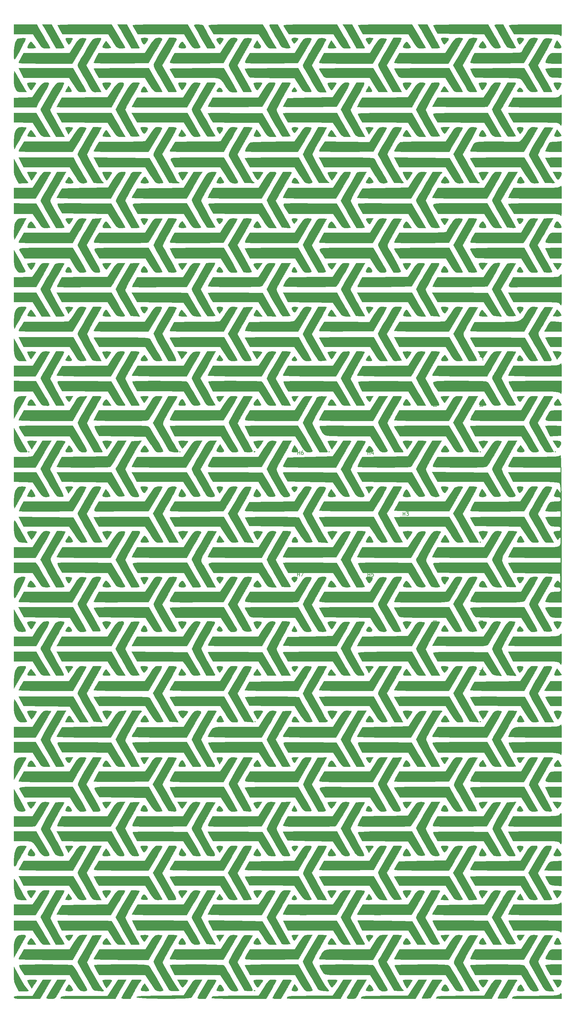
<source format=gbr>
G04 #@! TF.GenerationSoftware,KiCad,Pcbnew,9.0.2*
G04 #@! TF.CreationDate,2025-09-19T15:50:49-04:00*
G04 #@! TF.ProjectId,Trackball,54726163-6b62-4616-9c6c-2e6b69636164,rev?*
G04 #@! TF.SameCoordinates,Original*
G04 #@! TF.FileFunction,Legend,Top*
G04 #@! TF.FilePolarity,Positive*
%FSLAX46Y46*%
G04 Gerber Fmt 4.6, Leading zero omitted, Abs format (unit mm)*
G04 Created by KiCad (PCBNEW 9.0.2) date 2025-09-19 15:50:49*
%MOMM*%
%LPD*%
G01*
G04 APERTURE LIST*
%ADD10C,0.150000*%
%ADD11C,0.010000*%
G04 APERTURE END LIST*
D10*
X331688095Y-119154819D02*
X331688095Y-118154819D01*
X331688095Y-118631009D02*
X332259523Y-118631009D01*
X332259523Y-119154819D02*
X332259523Y-118154819D01*
X332640476Y-118154819D02*
X333307142Y-118154819D01*
X333307142Y-118154819D02*
X332878571Y-119154819D01*
X361338095Y-102104819D02*
X361338095Y-101104819D01*
X361338095Y-101581009D02*
X361909523Y-101581009D01*
X361909523Y-102104819D02*
X361909523Y-101104819D01*
X362290476Y-101104819D02*
X362909523Y-101104819D01*
X362909523Y-101104819D02*
X362576190Y-101485771D01*
X362576190Y-101485771D02*
X362719047Y-101485771D01*
X362719047Y-101485771D02*
X362814285Y-101533390D01*
X362814285Y-101533390D02*
X362861904Y-101581009D01*
X362861904Y-101581009D02*
X362909523Y-101676247D01*
X362909523Y-101676247D02*
X362909523Y-101914342D01*
X362909523Y-101914342D02*
X362861904Y-102009580D01*
X362861904Y-102009580D02*
X362814285Y-102057200D01*
X362814285Y-102057200D02*
X362719047Y-102104819D01*
X362719047Y-102104819D02*
X362433333Y-102104819D01*
X362433333Y-102104819D02*
X362338095Y-102057200D01*
X362338095Y-102057200D02*
X362290476Y-102009580D01*
X331738095Y-84954819D02*
X331738095Y-83954819D01*
X331738095Y-84431009D02*
X332309523Y-84431009D01*
X332309523Y-84954819D02*
X332309523Y-83954819D01*
X333214285Y-83954819D02*
X333023809Y-83954819D01*
X333023809Y-83954819D02*
X332928571Y-84002438D01*
X332928571Y-84002438D02*
X332880952Y-84050057D01*
X332880952Y-84050057D02*
X332785714Y-84192914D01*
X332785714Y-84192914D02*
X332738095Y-84383390D01*
X332738095Y-84383390D02*
X332738095Y-84764342D01*
X332738095Y-84764342D02*
X332785714Y-84859580D01*
X332785714Y-84859580D02*
X332833333Y-84907200D01*
X332833333Y-84907200D02*
X332928571Y-84954819D01*
X332928571Y-84954819D02*
X333119047Y-84954819D01*
X333119047Y-84954819D02*
X333214285Y-84907200D01*
X333214285Y-84907200D02*
X333261904Y-84859580D01*
X333261904Y-84859580D02*
X333309523Y-84764342D01*
X333309523Y-84764342D02*
X333309523Y-84526247D01*
X333309523Y-84526247D02*
X333261904Y-84431009D01*
X333261904Y-84431009D02*
X333214285Y-84383390D01*
X333214285Y-84383390D02*
X333119047Y-84335771D01*
X333119047Y-84335771D02*
X332928571Y-84335771D01*
X332928571Y-84335771D02*
X332833333Y-84383390D01*
X332833333Y-84383390D02*
X332785714Y-84431009D01*
X332785714Y-84431009D02*
X332738095Y-84526247D01*
X351488095Y-119204819D02*
X351488095Y-118204819D01*
X351488095Y-118681009D02*
X352059523Y-118681009D01*
X352059523Y-119204819D02*
X352059523Y-118204819D01*
X353011904Y-118204819D02*
X352535714Y-118204819D01*
X352535714Y-118204819D02*
X352488095Y-118681009D01*
X352488095Y-118681009D02*
X352535714Y-118633390D01*
X352535714Y-118633390D02*
X352630952Y-118585771D01*
X352630952Y-118585771D02*
X352869047Y-118585771D01*
X352869047Y-118585771D02*
X352964285Y-118633390D01*
X352964285Y-118633390D02*
X353011904Y-118681009D01*
X353011904Y-118681009D02*
X353059523Y-118776247D01*
X353059523Y-118776247D02*
X353059523Y-119014342D01*
X353059523Y-119014342D02*
X353011904Y-119109580D01*
X353011904Y-119109580D02*
X352964285Y-119157200D01*
X352964285Y-119157200D02*
X352869047Y-119204819D01*
X352869047Y-119204819D02*
X352630952Y-119204819D01*
X352630952Y-119204819D02*
X352535714Y-119157200D01*
X352535714Y-119157200D02*
X352488095Y-119109580D01*
X351488095Y-84904819D02*
X351488095Y-83904819D01*
X351488095Y-84381009D02*
X352059523Y-84381009D01*
X352059523Y-84904819D02*
X352059523Y-83904819D01*
X352964285Y-84238152D02*
X352964285Y-84904819D01*
X352726190Y-83857200D02*
X352488095Y-84571485D01*
X352488095Y-84571485D02*
X353107142Y-84571485D01*
D11*
X404297895Y-84139474D02*
X404164211Y-84273158D01*
X404030527Y-84139474D01*
X404164211Y-84005790D01*
X404297895Y-84139474D01*
G36*
X404297895Y-84139474D02*
G01*
X404164211Y-84273158D01*
X404030527Y-84139474D01*
X404164211Y-84005790D01*
X404297895Y-84139474D01*
G37*
X383175790Y-84139474D02*
X383042105Y-84273158D01*
X382908421Y-84139474D01*
X383042105Y-84005790D01*
X383175790Y-84139474D01*
G36*
X383175790Y-84139474D02*
G01*
X383042105Y-84273158D01*
X382908421Y-84139474D01*
X383042105Y-84005790D01*
X383175790Y-84139474D01*
G37*
X340664211Y-84139474D02*
X340530527Y-84273158D01*
X340396842Y-84139474D01*
X340530527Y-84005790D01*
X340664211Y-84139474D01*
G36*
X340664211Y-84139474D02*
G01*
X340530527Y-84273158D01*
X340396842Y-84139474D01*
X340530527Y-84005790D01*
X340664211Y-84139474D01*
G37*
X298687369Y-84139474D02*
X298553684Y-84273158D01*
X298420000Y-84139474D01*
X298553684Y-84005790D01*
X298687369Y-84139474D01*
G36*
X298687369Y-84139474D02*
G01*
X298553684Y-84273158D01*
X298420000Y-84139474D01*
X298553684Y-84005790D01*
X298687369Y-84139474D01*
G37*
X256175790Y-84139474D02*
X256042105Y-84273158D01*
X255908421Y-84139474D01*
X256042105Y-84005790D01*
X256175790Y-84139474D01*
G36*
X256175790Y-84139474D02*
G01*
X256042105Y-84273158D01*
X255908421Y-84139474D01*
X256042105Y-84005790D01*
X256175790Y-84139474D01*
G37*
X383175790Y-109539474D02*
X383042105Y-109673158D01*
X382908421Y-109539474D01*
X383042105Y-109405790D01*
X383175790Y-109539474D01*
G36*
X383175790Y-109539474D02*
G01*
X383042105Y-109673158D01*
X382908421Y-109539474D01*
X383042105Y-109405790D01*
X383175790Y-109539474D01*
G37*
X383175790Y-160072105D02*
X383042105Y-160205790D01*
X382908421Y-160072105D01*
X383042105Y-159938421D01*
X383175790Y-160072105D01*
G36*
X383175790Y-160072105D02*
G01*
X383042105Y-160205790D01*
X382908421Y-160072105D01*
X383042105Y-159938421D01*
X383175790Y-160072105D01*
G37*
X319809474Y-160072105D02*
X319675790Y-160205790D01*
X319542105Y-160072105D01*
X319675790Y-159938421D01*
X319809474Y-160072105D01*
G36*
X319809474Y-160072105D02*
G01*
X319675790Y-160205790D01*
X319542105Y-160072105D01*
X319675790Y-159938421D01*
X319809474Y-160072105D01*
G37*
X319762180Y-84103615D02*
X319720351Y-84184035D01*
X319403047Y-84216034D01*
X319363860Y-84184035D01*
X319400561Y-84025085D01*
X319542105Y-84005790D01*
X319762180Y-84103615D01*
G36*
X319762180Y-84103615D02*
G01*
X319720351Y-84184035D01*
X319403047Y-84216034D01*
X319363860Y-84184035D01*
X319400561Y-84025085D01*
X319542105Y-84005790D01*
X319762180Y-84103615D01*
G37*
X319762180Y-235701510D02*
X319720351Y-235781930D01*
X319403047Y-235813929D01*
X319363860Y-235781930D01*
X319400561Y-235622980D01*
X319542105Y-235603684D01*
X319762180Y-235701510D01*
G36*
X319762180Y-235701510D02*
G01*
X319720351Y-235781930D01*
X319403047Y-235813929D01*
X319363860Y-235781930D01*
X319400561Y-235622980D01*
X319542105Y-235603684D01*
X319762180Y-235701510D01*
G37*
X405515137Y-55998212D02*
X405859662Y-56235855D01*
X405750238Y-56704023D01*
X405266354Y-57391779D01*
X404633259Y-58183032D01*
X404059090Y-57057569D01*
X403484922Y-55932105D01*
X404693514Y-55932105D01*
X405515137Y-55998212D01*
G36*
X405515137Y-55998212D02*
G01*
X405859662Y-56235855D01*
X405750238Y-56704023D01*
X405266354Y-57391779D01*
X404633259Y-58183032D01*
X404059090Y-57057569D01*
X403484922Y-55932105D01*
X404693514Y-55932105D01*
X405515137Y-55998212D01*
G37*
X384594590Y-56754767D02*
X384094164Y-57524907D01*
X383718385Y-57820751D01*
X383373236Y-57655989D01*
X382964697Y-57044308D01*
X382937434Y-56996040D01*
X382339469Y-55932105D01*
X385077601Y-55932105D01*
X384594590Y-56754767D01*
G36*
X384594590Y-56754767D02*
G01*
X384094164Y-57524907D01*
X383718385Y-57820751D01*
X383373236Y-57655989D01*
X382964697Y-57044308D01*
X382937434Y-56996040D01*
X382339469Y-55932105D01*
X385077601Y-55932105D01*
X384594590Y-56754767D01*
G37*
X394778691Y-209348158D02*
X395221101Y-210203684D01*
X394278445Y-210203684D01*
X393587709Y-210137754D01*
X393374172Y-209894337D01*
X393610140Y-209404998D01*
X393836036Y-209110410D01*
X394336282Y-208492633D01*
X394778691Y-209348158D01*
G36*
X394778691Y-209348158D02*
G01*
X395221101Y-210203684D01*
X394278445Y-210203684D01*
X393587709Y-210137754D01*
X393374172Y-209894337D01*
X393610140Y-209404998D01*
X393836036Y-209110410D01*
X394336282Y-208492633D01*
X394778691Y-209348158D01*
G37*
X299959827Y-183597217D02*
X299546273Y-184177707D01*
X299239739Y-184505914D01*
X299181673Y-184533006D01*
X298949724Y-184326972D01*
X298582494Y-183808412D01*
X298455427Y-183600526D01*
X297903298Y-182664737D01*
X300563864Y-182664737D01*
X299959827Y-183597217D01*
G36*
X299959827Y-183597217D02*
G01*
X299546273Y-184177707D01*
X299239739Y-184505914D01*
X299181673Y-184533006D01*
X298949724Y-184326972D01*
X298582494Y-183808412D01*
X298455427Y-183600526D01*
X297903298Y-182664737D01*
X300563864Y-182664737D01*
X299959827Y-183597217D01*
G37*
X310511401Y32238466D02*
X310800227Y32007094D01*
X310646806Y31532836D01*
X310397614Y31154212D01*
X309824710Y30349643D01*
X309336039Y30953126D01*
X308901313Y31646341D01*
X308934232Y32086045D01*
X309438500Y32284626D01*
X309738597Y32299474D01*
X310511401Y32238466D01*
G36*
X310511401Y32238466D02*
G01*
X310800227Y32007094D01*
X310646806Y31532836D01*
X310397614Y31154212D01*
X309824710Y30349643D01*
X309336039Y30953126D01*
X308901313Y31646341D01*
X308934232Y32086045D01*
X309438500Y32284626D01*
X309738597Y32299474D01*
X310511401Y32238466D01*
G37*
X405254505Y30795167D02*
X405764870Y30069629D01*
X405841128Y29623986D01*
X405467755Y29405375D01*
X404832632Y29358421D01*
X404122364Y29415796D01*
X403830785Y29650244D01*
X403918227Y30155251D01*
X404223008Y30795167D01*
X404626135Y31563493D01*
X405254505Y30795167D01*
G36*
X405254505Y30795167D02*
G01*
X405764870Y30069629D01*
X405841128Y29623986D01*
X405467755Y29405375D01*
X404832632Y29358421D01*
X404122364Y29415796D01*
X403830785Y29650244D01*
X403918227Y30155251D01*
X404223008Y30795167D01*
X404626135Y31563493D01*
X405254505Y30795167D01*
G37*
X320845167Y30742704D02*
X321294660Y30013497D01*
X321337226Y29587904D01*
X320946965Y29394358D01*
X320344211Y29358421D01*
X319599713Y29430864D01*
X319307730Y29694260D01*
X319440786Y30217713D01*
X319777455Y30783978D01*
X320276649Y31541114D01*
X320845167Y30742704D01*
G36*
X320845167Y30742704D02*
G01*
X321294660Y30013497D01*
X321337226Y29587904D01*
X320946965Y29394358D01*
X320344211Y29358421D01*
X319599713Y29430864D01*
X319307730Y29694260D01*
X319440786Y30217713D01*
X319777455Y30783978D01*
X320276649Y31541114D01*
X320845167Y30742704D01*
G37*
X384235666Y30695263D02*
X384690900Y30003635D01*
X384699299Y29584308D01*
X384241770Y29388683D01*
X383710527Y29358421D01*
X382938385Y29451515D01*
X382650585Y29750246D01*
X382835696Y30283788D01*
X383172138Y30732485D01*
X383703223Y31363684D01*
X384235666Y30695263D01*
G36*
X384235666Y30695263D02*
G01*
X384690900Y30003635D01*
X384699299Y29584308D01*
X384241770Y29388683D01*
X383710527Y29358421D01*
X382938385Y29451515D01*
X382650585Y29750246D01*
X382835696Y30283788D01*
X383172138Y30732485D01*
X383703223Y31363684D01*
X384235666Y30695263D01*
G37*
X394599565Y18089419D02*
X394947969Y17579320D01*
X395076206Y17234218D01*
X394883176Y17088841D01*
X394280986Y17059474D01*
X393590736Y17113629D01*
X393380330Y17328482D01*
X393601216Y17782610D01*
X393727556Y17955195D01*
X394164229Y18283201D01*
X394599565Y18089419D01*
G36*
X394599565Y18089419D02*
G01*
X394947969Y17579320D01*
X395076206Y17234218D01*
X394883176Y17088841D01*
X394280986Y17059474D01*
X393590736Y17113629D01*
X393380330Y17328482D01*
X393601216Y17782610D01*
X393727556Y17955195D01*
X394164229Y18283201D01*
X394599565Y18089419D01*
G37*
X310111144Y18089419D02*
X310459548Y17579320D01*
X310587785Y17234218D01*
X310394755Y17088841D01*
X309792565Y17059474D01*
X309102315Y17113629D01*
X308891908Y17328482D01*
X309112795Y17782610D01*
X309239135Y17955195D01*
X309675807Y18283201D01*
X310111144Y18089419D01*
G36*
X310111144Y18089419D02*
G01*
X310459548Y17579320D01*
X310587785Y17234218D01*
X310394755Y17088841D01*
X309792565Y17059474D01*
X309102315Y17113629D01*
X308891908Y17328482D01*
X309112795Y17782610D01*
X309239135Y17955195D01*
X309675807Y18283201D01*
X310111144Y18089419D01*
G37*
X288953671Y18185031D02*
X289136119Y17890594D01*
X289592795Y17117504D01*
X288642798Y17006598D01*
X287902783Y16965635D01*
X287616930Y17128269D01*
X287718718Y17576306D01*
X287892378Y17929457D01*
X288262317Y18505515D01*
X288581713Y18591780D01*
X288953671Y18185031D01*
G36*
X288953671Y18185031D02*
G01*
X289136119Y17890594D01*
X289592795Y17117504D01*
X288642798Y17006598D01*
X287902783Y16965635D01*
X287616930Y17128269D01*
X287718718Y17576306D01*
X287892378Y17929457D01*
X288262317Y18505515D01*
X288581713Y18591780D01*
X288953671Y18185031D01*
G37*
X394959465Y7072425D02*
X395179865Y6762713D01*
X394946329Y6198013D01*
X394713680Y5872052D01*
X394231881Y5245683D01*
X393783835Y5929487D01*
X393409404Y6617540D01*
X393440385Y7000347D01*
X393906423Y7153111D01*
X394271579Y7166842D01*
X394959465Y7072425D01*
G36*
X394959465Y7072425D02*
G01*
X395179865Y6762713D01*
X394946329Y6198013D01*
X394713680Y5872052D01*
X394231881Y5245683D01*
X393783835Y5929487D01*
X393409404Y6617540D01*
X393440385Y7000347D01*
X393906423Y7153111D01*
X394271579Y7166842D01*
X394959465Y7072425D01*
G37*
X310471044Y7072425D02*
X310691443Y6762713D01*
X310457908Y6198013D01*
X310225259Y5872052D01*
X309743460Y5245683D01*
X309295414Y5929487D01*
X308920983Y6617540D01*
X308951964Y7000347D01*
X309418002Y7153111D01*
X309783158Y7166842D01*
X310471044Y7072425D01*
G36*
X310471044Y7072425D02*
G01*
X310691443Y6762713D01*
X310457908Y6198013D01*
X310225259Y5872052D01*
X309743460Y5245683D01*
X309295414Y5929487D01*
X308920983Y6617540D01*
X308951964Y7000347D01*
X309418002Y7153111D01*
X309783158Y7166842D01*
X310471044Y7072425D01*
G37*
X405269519Y5733501D02*
X405764200Y5075656D01*
X405825124Y4694339D01*
X405428957Y4523303D01*
X404832632Y4493158D01*
X404111632Y4527201D01*
X403832538Y4705816D01*
X403935315Y5143730D01*
X404210750Y5681569D01*
X404636932Y6468927D01*
X405269519Y5733501D01*
G36*
X405269519Y5733501D02*
G01*
X405764200Y5075656D01*
X405825124Y4694339D01*
X405428957Y4523303D01*
X404832632Y4493158D01*
X404111632Y4527201D01*
X403832538Y4705816D01*
X403935315Y5143730D01*
X404210750Y5681569D01*
X404636932Y6468927D01*
X405269519Y5733501D01*
G37*
X299658993Y5733501D02*
X300153674Y5075656D01*
X300214598Y4694339D01*
X299818430Y4523303D01*
X299222105Y4493158D01*
X298501106Y4527201D01*
X298222012Y4705816D01*
X298324789Y5143730D01*
X298600224Y5681569D01*
X299026406Y6468927D01*
X299658993Y5733501D01*
G36*
X299658993Y5733501D02*
G01*
X300153674Y5075656D01*
X300214598Y4694339D01*
X299818430Y4523303D01*
X299222105Y4493158D01*
X298501106Y4527201D01*
X298222012Y4705816D01*
X298324789Y5143730D01*
X298600224Y5681569D01*
X299026406Y6468927D01*
X299658993Y5733501D01*
G37*
X331088566Y-7107681D02*
X331563170Y-7640807D01*
X331664838Y-7805790D01*
X332138653Y-8607895D01*
X331054064Y-8607895D01*
X330322398Y-8573209D01*
X330041837Y-8396324D01*
X330129764Y-7968000D01*
X330295796Y-7605263D01*
X330674561Y-7097071D01*
X331088566Y-7107681D01*
G36*
X331088566Y-7107681D02*
G01*
X331563170Y-7640807D01*
X331664838Y-7805790D01*
X332138653Y-8607895D01*
X331054064Y-8607895D01*
X330322398Y-8573209D01*
X330041837Y-8396324D01*
X330129764Y-7968000D01*
X330295796Y-7605263D01*
X330674561Y-7097071D01*
X331088566Y-7107681D01*
G37*
X352519575Y-19302632D02*
X352108546Y-19910804D01*
X351793851Y-20047272D01*
X351448876Y-19726373D01*
X351256013Y-19445723D01*
X350918392Y-18879755D01*
X350927179Y-18601543D01*
X351352757Y-18509178D01*
X351908800Y-18500526D01*
X352993390Y-18500526D01*
X352519575Y-19302632D01*
G36*
X352519575Y-19302632D02*
G01*
X352108546Y-19910804D01*
X351793851Y-20047272D01*
X351448876Y-19726373D01*
X351256013Y-19445723D01*
X350918392Y-18879755D01*
X350927179Y-18601543D01*
X351352757Y-18509178D01*
X351908800Y-18500526D01*
X352993390Y-18500526D01*
X352519575Y-19302632D01*
G37*
X268031154Y-19302632D02*
X267620125Y-19910804D01*
X267305430Y-20047272D01*
X266960455Y-19726373D01*
X266767592Y-19445723D01*
X266429971Y-18879755D01*
X266438758Y-18601543D01*
X266864336Y-18509178D01*
X267420379Y-18500526D01*
X268504969Y-18500526D01*
X268031154Y-19302632D01*
G36*
X268031154Y-19302632D02*
G01*
X267620125Y-19910804D01*
X267305430Y-20047272D01*
X266960455Y-19726373D01*
X266767592Y-19445723D01*
X266429971Y-18879755D01*
X266438758Y-18601543D01*
X266864336Y-18509178D01*
X267420379Y-18500526D01*
X268504969Y-18500526D01*
X268031154Y-19302632D01*
G37*
X362824472Y-19813930D02*
X363163121Y-20309832D01*
X363710407Y-21174211D01*
X362480993Y-21174211D01*
X361679059Y-21144830D01*
X361339438Y-20987679D01*
X361390258Y-20599240D01*
X361680544Y-20021350D01*
X362049481Y-19495405D01*
X362402940Y-19420846D01*
X362824472Y-19813930D01*
G36*
X362824472Y-19813930D02*
G01*
X363163121Y-20309832D01*
X363710407Y-21174211D01*
X362480993Y-21174211D01*
X361679059Y-21144830D01*
X361339438Y-20987679D01*
X361390258Y-20599240D01*
X361680544Y-20021350D01*
X362049481Y-19495405D01*
X362402940Y-19420846D01*
X362824472Y-19813930D01*
G37*
X341702366Y-19813930D02*
X342041016Y-20309832D01*
X342588302Y-21174211D01*
X341358888Y-21174211D01*
X340556953Y-21144830D01*
X340217333Y-20987679D01*
X340268153Y-20599240D01*
X340558439Y-20021350D01*
X340927376Y-19495405D01*
X341280835Y-19420846D01*
X341702366Y-19813930D01*
G36*
X341702366Y-19813930D02*
G01*
X342041016Y-20309832D01*
X342588302Y-21174211D01*
X341358888Y-21174211D01*
X340556953Y-21144830D01*
X340217333Y-20987679D01*
X340268153Y-20599240D01*
X340558439Y-20021350D01*
X340927376Y-19495405D01*
X341280835Y-19420846D01*
X341702366Y-19813930D01*
G37*
X278336051Y-19813930D02*
X278674700Y-20309832D01*
X279221986Y-21174211D01*
X277992572Y-21174211D01*
X277190638Y-21144830D01*
X276851017Y-20987679D01*
X276901837Y-20599240D01*
X277192123Y-20021350D01*
X277561060Y-19495405D01*
X277914519Y-19420846D01*
X278336051Y-19813930D01*
G36*
X278336051Y-19813930D02*
G01*
X278674700Y-20309832D01*
X279221986Y-21174211D01*
X277992572Y-21174211D01*
X277190638Y-21144830D01*
X276851017Y-20987679D01*
X276901837Y-20599240D01*
X277192123Y-20021350D01*
X277561060Y-19495405D01*
X277914519Y-19420846D01*
X278336051Y-19813930D01*
G37*
X257213945Y-19813930D02*
X257552595Y-20309832D01*
X258099881Y-21174211D01*
X256870467Y-21174211D01*
X256068532Y-21144830D01*
X255728912Y-20987679D01*
X255779732Y-20599240D01*
X256070018Y-20021350D01*
X256438955Y-19495405D01*
X256792414Y-19420846D01*
X257213945Y-19813930D01*
G36*
X257213945Y-19813930D02*
G01*
X257552595Y-20309832D01*
X258099881Y-21174211D01*
X256870467Y-21174211D01*
X256068532Y-21144830D01*
X255728912Y-20987679D01*
X255779732Y-20599240D01*
X256070018Y-20021350D01*
X256438955Y-19495405D01*
X256792414Y-19420846D01*
X257213945Y-19813930D01*
G37*
X352624537Y-43405409D02*
X352895278Y-43582536D01*
X352737016Y-43984574D01*
X352311631Y-44540091D01*
X351679335Y-45313341D01*
X351251773Y-44486527D01*
X350925471Y-43809721D01*
X350918218Y-43481268D01*
X351302167Y-43375192D01*
X351893684Y-43365790D01*
X352624537Y-43405409D01*
G36*
X352624537Y-43405409D02*
G01*
X352895278Y-43582536D01*
X352737016Y-43984574D01*
X352311631Y-44540091D01*
X351679335Y-45313341D01*
X351251773Y-44486527D01*
X350925471Y-43809721D01*
X350918218Y-43481268D01*
X351302167Y-43375192D01*
X351893684Y-43365790D01*
X352624537Y-43405409D01*
G37*
X394959465Y-43460206D02*
X395179865Y-43769919D01*
X394946329Y-44334618D01*
X394713680Y-44660579D01*
X394231881Y-45286948D01*
X393783835Y-44603144D01*
X393409404Y-43915092D01*
X393440385Y-43532285D01*
X393906423Y-43379521D01*
X394271579Y-43365790D01*
X394959465Y-43460206D01*
G36*
X394959465Y-43460206D02*
G01*
X395179865Y-43769919D01*
X394946329Y-44334618D01*
X394713680Y-44660579D01*
X394231881Y-45286948D01*
X393783835Y-44603144D01*
X393409404Y-43915092D01*
X393440385Y-43532285D01*
X393906423Y-43379521D01*
X394271579Y-43365790D01*
X394959465Y-43460206D01*
G37*
X310471044Y-43460206D02*
X310691443Y-43769919D01*
X310457908Y-44334618D01*
X310225259Y-44660579D01*
X309743460Y-45286948D01*
X309295414Y-44603144D01*
X308920983Y-43915092D01*
X308951964Y-43532285D01*
X309418002Y-43379521D01*
X309783158Y-43365790D01*
X310471044Y-43460206D01*
G36*
X310471044Y-43460206D02*
G01*
X310691443Y-43769919D01*
X310457908Y-44334618D01*
X310225259Y-44660579D01*
X309743460Y-45286948D01*
X309295414Y-44603144D01*
X308920983Y-43915092D01*
X308951964Y-43532285D01*
X309418002Y-43379521D01*
X309783158Y-43365790D01*
X310471044Y-43460206D01*
G37*
X321093759Y-55967719D02*
X321581138Y-56058897D01*
X321673860Y-56132632D01*
X321512587Y-56445084D01*
X321116389Y-56990211D01*
X320930978Y-57219879D01*
X320195289Y-58106601D01*
X319584221Y-57019353D01*
X318973154Y-55932105D01*
X320327103Y-55932105D01*
X321093759Y-55967719D01*
G36*
X321093759Y-55967719D02*
G01*
X321581138Y-56058897D01*
X321673860Y-56132632D01*
X321512587Y-56445084D01*
X321116389Y-56990211D01*
X320930978Y-57219879D01*
X320195289Y-58106601D01*
X319584221Y-57019353D01*
X318973154Y-55932105D01*
X320327103Y-55932105D01*
X321093759Y-55967719D01*
G37*
X299971654Y-55967719D02*
X300459033Y-56058897D01*
X300551755Y-56132632D01*
X300390482Y-56445084D01*
X299994283Y-56990211D01*
X299808873Y-57219879D01*
X299073183Y-58106601D01*
X298462116Y-57019353D01*
X297851048Y-55932105D01*
X299204998Y-55932105D01*
X299971654Y-55967719D01*
G36*
X299971654Y-55967719D02*
G01*
X300459033Y-56058897D01*
X300551755Y-56132632D01*
X300390482Y-56445084D01*
X299994283Y-56990211D01*
X299808873Y-57219879D01*
X299073183Y-58106601D01*
X298462116Y-57019353D01*
X297851048Y-55932105D01*
X299204998Y-55932105D01*
X299971654Y-55967719D01*
G37*
X310217756Y-57568422D02*
X310621435Y-58171790D01*
X310610835Y-58484995D01*
X310148619Y-58597159D01*
X309783158Y-58605790D01*
X309100165Y-58551893D01*
X308886688Y-58328381D01*
X309098767Y-57842520D01*
X309287912Y-57561071D01*
X309728455Y-56932107D01*
X310217756Y-57568422D01*
G36*
X310217756Y-57568422D02*
G01*
X310621435Y-58171790D01*
X310610835Y-58484995D01*
X310148619Y-58597159D01*
X309783158Y-58605790D01*
X309100165Y-58551893D01*
X308886688Y-58328381D01*
X309098767Y-57842520D01*
X309287912Y-57561071D01*
X309728455Y-56932107D01*
X310217756Y-57568422D01*
G37*
X267766825Y-57561071D02*
X268133359Y-58174745D01*
X268091527Y-58489805D01*
X267597369Y-58598987D01*
X267271579Y-58605790D01*
X266593861Y-58555039D01*
X266384569Y-58343370D01*
X266606365Y-57881661D01*
X266836981Y-57568422D01*
X267326282Y-56932107D01*
X267766825Y-57561071D01*
G36*
X267766825Y-57561071D02*
G01*
X268133359Y-58174745D01*
X268091527Y-58489805D01*
X267597369Y-58598987D01*
X267271579Y-58605790D01*
X266593861Y-58555039D01*
X266384569Y-58343370D01*
X266606365Y-57881661D01*
X266836981Y-57568422D01*
X267326282Y-56932107D01*
X267766825Y-57561071D01*
G37*
X352247744Y-57635803D02*
X352604842Y-58234754D01*
X352591997Y-58516892D01*
X352149510Y-58600943D01*
X351760000Y-58605790D01*
X351080669Y-58554487D01*
X350872580Y-58341300D01*
X351097470Y-57877311D01*
X351317900Y-57578368D01*
X351799698Y-56951999D01*
X352247744Y-57635803D01*
G36*
X352247744Y-57635803D02*
G01*
X352604842Y-58234754D01*
X352591997Y-58516892D01*
X352149510Y-58600943D01*
X351760000Y-58605790D01*
X351080669Y-58554487D01*
X350872580Y-58341300D01*
X351097470Y-57877311D01*
X351317900Y-57578368D01*
X351799698Y-56951999D01*
X352247744Y-57635803D01*
G37*
X373544581Y-57536316D02*
X373971072Y-58147455D01*
X373979561Y-58469924D01*
X373526399Y-58592003D01*
X373015790Y-58605790D01*
X372265210Y-58561462D01*
X372002426Y-58369623D01*
X372183788Y-57941992D01*
X372486998Y-57536316D01*
X373015790Y-56867895D01*
X373544581Y-57536316D01*
G36*
X373544581Y-57536316D02*
G01*
X373971072Y-58147455D01*
X373979561Y-58469924D01*
X373526399Y-58592003D01*
X373015790Y-58605790D01*
X372265210Y-58561462D01*
X372002426Y-58369623D01*
X372183788Y-57941992D01*
X372486998Y-57536316D01*
X373015790Y-56867895D01*
X373544581Y-57536316D01*
G37*
X289056160Y-57536316D02*
X289482650Y-58147455D01*
X289491140Y-58469924D01*
X289037978Y-58592003D01*
X288527369Y-58605790D01*
X287776789Y-58561462D01*
X287514005Y-58369623D01*
X287695367Y-57941992D01*
X287998577Y-57536316D01*
X288527369Y-56867895D01*
X289056160Y-57536316D01*
G36*
X289056160Y-57536316D02*
G01*
X289482650Y-58147455D01*
X289491140Y-58469924D01*
X289037978Y-58592003D01*
X288527369Y-58605790D01*
X287776789Y-58561462D01*
X287514005Y-58369623D01*
X287695367Y-57941992D01*
X287998577Y-57536316D01*
X288527369Y-56867895D01*
X289056160Y-57536316D01*
G37*
X394940000Y-69300526D02*
X394446742Y-69907397D01*
X394100721Y-70049038D01*
X393802651Y-69734743D01*
X393646075Y-69421630D01*
X393406851Y-68852315D01*
X393443172Y-68584087D01*
X393850436Y-68503654D01*
X394423470Y-68498421D01*
X395511150Y-68498421D01*
X394940000Y-69300526D01*
G36*
X394940000Y-69300526D02*
G01*
X394446742Y-69907397D01*
X394100721Y-70049038D01*
X393802651Y-69734743D01*
X393646075Y-69421630D01*
X393406851Y-68852315D01*
X393443172Y-68584087D01*
X393850436Y-68503654D01*
X394423470Y-68498421D01*
X395511150Y-68498421D01*
X394940000Y-69300526D01*
G37*
X352519575Y-69300526D02*
X352108546Y-69908699D01*
X351793851Y-70045166D01*
X351448876Y-69724268D01*
X351256013Y-69443618D01*
X350918392Y-68877650D01*
X350927179Y-68599437D01*
X351352757Y-68507073D01*
X351908800Y-68498421D01*
X352993390Y-68498421D01*
X352519575Y-69300526D01*
G36*
X352519575Y-69300526D02*
G01*
X352108546Y-69908699D01*
X351793851Y-70045166D01*
X351448876Y-69724268D01*
X351256013Y-69443618D01*
X350918392Y-68877650D01*
X350927179Y-68599437D01*
X351352757Y-68507073D01*
X351908800Y-68498421D01*
X352993390Y-68498421D01*
X352519575Y-69300526D01*
G37*
X331397470Y-69300526D02*
X330987268Y-69910851D01*
X330695813Y-70044851D01*
X330421695Y-69713512D01*
X330279759Y-69421630D01*
X330032963Y-68828380D01*
X330088003Y-68566469D01*
X330538916Y-68500380D01*
X330920379Y-68498421D01*
X331871285Y-68498421D01*
X331397470Y-69300526D01*
G36*
X331397470Y-69300526D02*
G01*
X330987268Y-69910851D01*
X330695813Y-70044851D01*
X330421695Y-69713512D01*
X330279759Y-69421630D01*
X330032963Y-68828380D01*
X330088003Y-68566469D01*
X330538916Y-68500380D01*
X330920379Y-68498421D01*
X331871285Y-68498421D01*
X331397470Y-69300526D01*
G37*
X310451579Y-69300526D02*
X309958321Y-69907397D01*
X309612300Y-70049038D01*
X309314230Y-69734743D01*
X309157654Y-69421630D01*
X308918430Y-68852315D01*
X308954751Y-68584087D01*
X309362015Y-68503654D01*
X309935049Y-68498421D01*
X311022729Y-68498421D01*
X310451579Y-69300526D01*
G36*
X310451579Y-69300526D02*
G01*
X309958321Y-69907397D01*
X309612300Y-70049038D01*
X309314230Y-69734743D01*
X309157654Y-69421630D01*
X308918430Y-68852315D01*
X308954751Y-68584087D01*
X309362015Y-68503654D01*
X309935049Y-68498421D01*
X311022729Y-68498421D01*
X310451579Y-69300526D01*
G37*
X268031154Y-69300526D02*
X267620125Y-69908699D01*
X267305430Y-70045166D01*
X266960455Y-69724268D01*
X266767592Y-69443618D01*
X266429971Y-68877650D01*
X266438758Y-68599437D01*
X266864336Y-68507073D01*
X267420379Y-68498421D01*
X268504969Y-68498421D01*
X268031154Y-69300526D01*
G36*
X268031154Y-69300526D02*
G01*
X267620125Y-69908699D01*
X267305430Y-70045166D01*
X266960455Y-69724268D01*
X266767592Y-69443618D01*
X266429971Y-68877650D01*
X266438758Y-68599437D01*
X266864336Y-68507073D01*
X267420379Y-68498421D01*
X268504969Y-68498421D01*
X268031154Y-69300526D01*
G37*
X341691851Y-69790609D02*
X342041016Y-70307727D01*
X342588302Y-71172105D01*
X341358888Y-71172105D01*
X340549774Y-71140264D01*
X340210585Y-70980875D01*
X340277450Y-70598138D01*
X340600395Y-70034427D01*
X340983295Y-69520670D01*
X341311238Y-69432592D01*
X341691851Y-69790609D01*
G36*
X341691851Y-69790609D02*
G01*
X342041016Y-70307727D01*
X342588302Y-71172105D01*
X341358888Y-71172105D01*
X340549774Y-71140264D01*
X340210585Y-70980875D01*
X340277450Y-70598138D01*
X340600395Y-70034427D01*
X340983295Y-69520670D01*
X341311238Y-69432592D01*
X341691851Y-69790609D01*
G37*
X278325535Y-69790609D02*
X278674700Y-70307727D01*
X279221986Y-71172105D01*
X277992572Y-71172105D01*
X277183459Y-71140264D01*
X276844269Y-70980875D01*
X276911135Y-70598138D01*
X277234079Y-70034427D01*
X277616979Y-69520670D01*
X277944922Y-69432592D01*
X278325535Y-69790609D01*
G36*
X278325535Y-69790609D02*
G01*
X278674700Y-70307727D01*
X279221986Y-71172105D01*
X277992572Y-71172105D01*
X277183459Y-71140264D01*
X276844269Y-70980875D01*
X276911135Y-70598138D01*
X277234079Y-70034427D01*
X277616979Y-69520670D01*
X277944922Y-69432592D01*
X278325535Y-69790609D01*
G37*
X257213945Y-69811825D02*
X257552595Y-70307727D01*
X258099881Y-71172105D01*
X256870467Y-71172105D01*
X256068532Y-71142725D01*
X255728912Y-70985573D01*
X255779732Y-70597134D01*
X256070018Y-70019245D01*
X256438955Y-69493300D01*
X256792414Y-69418741D01*
X257213945Y-69811825D01*
G36*
X257213945Y-69811825D02*
G01*
X257552595Y-70307727D01*
X258099881Y-71172105D01*
X256870467Y-71172105D01*
X256068532Y-71142725D01*
X255728912Y-70985573D01*
X255779732Y-70597134D01*
X256070018Y-70019245D01*
X256438955Y-69493300D01*
X256792414Y-69418741D01*
X257213945Y-69811825D01*
G37*
X405391361Y-81146535D02*
X405772550Y-81428687D01*
X405731038Y-81966329D01*
X405583004Y-82313909D01*
X405202667Y-82924844D01*
X404844230Y-83050762D01*
X404437641Y-82683132D01*
X404089385Y-82131972D01*
X403479823Y-81064737D01*
X404541501Y-81064737D01*
X405391361Y-81146535D01*
G36*
X405391361Y-81146535D02*
G01*
X405772550Y-81428687D01*
X405731038Y-81966329D01*
X405583004Y-82313909D01*
X405202667Y-82924844D01*
X404844230Y-83050762D01*
X404437641Y-82683132D01*
X404089385Y-82131972D01*
X403479823Y-81064737D01*
X404541501Y-81064737D01*
X405391361Y-81146535D01*
G37*
X331332337Y-82958446D02*
X331763004Y-83651075D01*
X331748810Y-84069265D01*
X331276239Y-84254622D01*
X330905263Y-84273158D01*
X330263020Y-84235493D01*
X330028899Y-84046516D01*
X330155414Y-83592248D01*
X330413197Y-83092130D01*
X330835511Y-82312155D01*
X331332337Y-82958446D01*
G36*
X331332337Y-82958446D02*
G01*
X331763004Y-83651075D01*
X331748810Y-84069265D01*
X331276239Y-84254622D01*
X330905263Y-84273158D01*
X330263020Y-84235493D01*
X330028899Y-84046516D01*
X330155414Y-83592248D01*
X330413197Y-83092130D01*
X330835511Y-82312155D01*
X331332337Y-82958446D01*
G37*
X310419556Y-82891343D02*
X310868142Y-83619645D01*
X310909397Y-84044556D01*
X310517310Y-84237571D01*
X309916842Y-84273158D01*
X309186824Y-84206162D01*
X308899700Y-83954543D01*
X309026265Y-83442352D01*
X309369626Y-82850069D01*
X309852795Y-82095401D01*
X310419556Y-82891343D01*
G36*
X310419556Y-82891343D02*
G01*
X310868142Y-83619645D01*
X310909397Y-84044556D01*
X310517310Y-84237571D01*
X309916842Y-84273158D01*
X309186824Y-84206162D01*
X308899700Y-83954543D01*
X309026265Y-83442352D01*
X309369626Y-82850069D01*
X309852795Y-82095401D01*
X310419556Y-82891343D01*
G37*
X394908662Y-82945822D02*
X395377907Y-83627845D01*
X395394159Y-84045017D01*
X394940479Y-84242004D01*
X394405263Y-84273158D01*
X393646565Y-84192831D01*
X393365395Y-83917626D01*
X393540434Y-83396207D01*
X393854029Y-82945822D01*
X394360377Y-82286906D01*
X394908662Y-82945822D01*
G36*
X394908662Y-82945822D02*
G01*
X395377907Y-83627845D01*
X395394159Y-84045017D01*
X394940479Y-84242004D01*
X394405263Y-84273158D01*
X393646565Y-84192831D01*
X393365395Y-83917626D01*
X393540434Y-83396207D01*
X393854029Y-82945822D01*
X394360377Y-82286906D01*
X394908662Y-82945822D01*
G37*
X310471044Y-93992838D02*
X310691443Y-94302550D01*
X310457908Y-94867250D01*
X310225259Y-95193211D01*
X309743460Y-95819580D01*
X309295414Y-95135776D01*
X308920983Y-94447723D01*
X308951964Y-94064916D01*
X309418002Y-93912152D01*
X309783158Y-93898421D01*
X310471044Y-93992838D01*
G36*
X310471044Y-93992838D02*
G01*
X310691443Y-94302550D01*
X310457908Y-94867250D01*
X310225259Y-95193211D01*
X309743460Y-95819580D01*
X309295414Y-95135776D01*
X308920983Y-94447723D01*
X308951964Y-94064916D01*
X309418002Y-93912152D01*
X309783158Y-93898421D01*
X310471044Y-93992838D01*
G37*
X384146589Y-95382734D02*
X384652111Y-96117638D01*
X384726484Y-96569163D01*
X384353610Y-96791091D01*
X383710527Y-96839474D01*
X382986682Y-96776649D01*
X382689612Y-96529801D01*
X382781969Y-96011369D01*
X383089148Y-95382734D01*
X383515833Y-94594416D01*
X384146589Y-95382734D01*
G36*
X384146589Y-95382734D02*
G01*
X384652111Y-96117638D01*
X384726484Y-96569163D01*
X384353610Y-96791091D01*
X383710527Y-96839474D01*
X382986682Y-96776649D01*
X382689612Y-96529801D01*
X382781969Y-96011369D01*
X383089148Y-95382734D01*
X383515833Y-94594416D01*
X384146589Y-95382734D01*
G37*
X320780273Y-95382734D02*
X321285795Y-96117638D01*
X321360168Y-96569163D01*
X320987294Y-96791091D01*
X320344211Y-96839474D01*
X319620366Y-96776649D01*
X319323296Y-96529801D01*
X319415653Y-96011369D01*
X319722832Y-95382734D01*
X320149517Y-94594416D01*
X320780273Y-95382734D01*
G36*
X320780273Y-95382734D02*
G01*
X321285795Y-96117638D01*
X321360168Y-96569163D01*
X320987294Y-96791091D01*
X320344211Y-96839474D01*
X319620366Y-96776649D01*
X319323296Y-96529801D01*
X319415653Y-96011369D01*
X319722832Y-95382734D01*
X320149517Y-94594416D01*
X320780273Y-95382734D01*
G37*
X299658168Y-95382734D02*
X300163690Y-96117638D01*
X300238063Y-96569163D01*
X299865189Y-96791091D01*
X299222105Y-96839474D01*
X298498260Y-96776649D01*
X298201191Y-96529801D01*
X298293548Y-96011369D01*
X298600727Y-95382734D01*
X299027412Y-94594416D01*
X299658168Y-95382734D01*
G36*
X299658168Y-95382734D02*
G01*
X300163690Y-96117638D01*
X300238063Y-96569163D01*
X299865189Y-96791091D01*
X299222105Y-96839474D01*
X298498260Y-96776649D01*
X298201191Y-96529801D01*
X298293548Y-96011369D01*
X298600727Y-95382734D01*
X299027412Y-94594416D01*
X299658168Y-95382734D01*
G37*
X310511401Y-119359429D02*
X310800227Y-119590801D01*
X310646806Y-120065059D01*
X310397614Y-120443683D01*
X309824710Y-121248252D01*
X309336039Y-120644769D01*
X308901313Y-119951554D01*
X308934232Y-119511849D01*
X309438500Y-119313269D01*
X309738597Y-119298421D01*
X310511401Y-119359429D01*
G36*
X310511401Y-119359429D02*
G01*
X310800227Y-119590801D01*
X310646806Y-120065059D01*
X310397614Y-120443683D01*
X309824710Y-121248252D01*
X309336039Y-120644769D01*
X308901313Y-119951554D01*
X308934232Y-119511849D01*
X309438500Y-119313269D01*
X309738597Y-119298421D01*
X310511401Y-119359429D01*
G37*
X384201023Y-120862992D02*
X384477205Y-121303684D01*
X385029334Y-122239474D01*
X383835194Y-122239474D01*
X383007620Y-122166245D01*
X382665609Y-121909762D01*
X382775548Y-121414833D01*
X383057266Y-120962123D01*
X383465667Y-120491402D01*
X383812111Y-120449985D01*
X384201023Y-120862992D01*
G36*
X384201023Y-120862992D02*
G01*
X384477205Y-121303684D01*
X385029334Y-122239474D01*
X383835194Y-122239474D01*
X383007620Y-122166245D01*
X382665609Y-121909762D01*
X382775548Y-121414833D01*
X383057266Y-120962123D01*
X383465667Y-120491402D01*
X383812111Y-120449985D01*
X384201023Y-120862992D01*
G37*
X362824472Y-120879194D02*
X363163121Y-121375095D01*
X363710407Y-122239474D01*
X362480993Y-122239474D01*
X361679059Y-122210093D01*
X361339438Y-122052942D01*
X361390258Y-121664503D01*
X361680544Y-121086613D01*
X362049481Y-120560668D01*
X362402940Y-120486109D01*
X362824472Y-120879194D01*
G36*
X362824472Y-120879194D02*
G01*
X363163121Y-121375095D01*
X363710407Y-122239474D01*
X362480993Y-122239474D01*
X361679059Y-122210093D01*
X361339438Y-122052942D01*
X361390258Y-121664503D01*
X361680544Y-121086613D01*
X362049481Y-120560668D01*
X362402940Y-120486109D01*
X362824472Y-120879194D01*
G37*
X331133507Y-133761594D02*
X331501041Y-134376813D01*
X331469961Y-134693328D01*
X331009168Y-134800860D01*
X330771579Y-134805790D01*
X330186450Y-134754992D01*
X330015420Y-134527109D01*
X330211453Y-134008905D01*
X330340876Y-133768945D01*
X330693330Y-133133153D01*
X331133507Y-133761594D01*
G36*
X331133507Y-133761594D02*
G01*
X331501041Y-134376813D01*
X331469961Y-134693328D01*
X331009168Y-134800860D01*
X330771579Y-134805790D01*
X330186450Y-134754992D01*
X330015420Y-134527109D01*
X330211453Y-134008905D01*
X330340876Y-133768945D01*
X330693330Y-133133153D01*
X331133507Y-133761594D01*
G37*
X310471044Y-144525470D02*
X310691443Y-144835182D01*
X310457908Y-145399881D01*
X310225259Y-145725843D01*
X309743460Y-146352211D01*
X309295414Y-145668407D01*
X308920983Y-144980355D01*
X308951964Y-144597548D01*
X309418002Y-144444784D01*
X309783158Y-144431053D01*
X310471044Y-144525470D01*
G36*
X310471044Y-144525470D02*
G01*
X310691443Y-144835182D01*
X310457908Y-145399881D01*
X310225259Y-145725843D01*
X309743460Y-146352211D01*
X309295414Y-145668407D01*
X308920983Y-144980355D01*
X308951964Y-144597548D01*
X309418002Y-144444784D01*
X309783158Y-144431053D01*
X310471044Y-144525470D01*
G37*
X299658993Y-145864393D02*
X300153674Y-146522239D01*
X300214598Y-146903556D01*
X299818430Y-147074592D01*
X299222105Y-147104737D01*
X298501106Y-147070694D01*
X298222012Y-146892079D01*
X298324789Y-146454165D01*
X298600224Y-145916326D01*
X299026406Y-145128968D01*
X299658993Y-145864393D01*
G36*
X299658993Y-145864393D02*
G01*
X300153674Y-146522239D01*
X300214598Y-146903556D01*
X299818430Y-147074592D01*
X299222105Y-147104737D01*
X298501106Y-147070694D01*
X298222012Y-146892079D01*
X298324789Y-146454165D01*
X298600224Y-145916326D01*
X299026406Y-145128968D01*
X299658993Y-145864393D01*
G37*
X331088566Y-158705576D02*
X331563170Y-159238702D01*
X331664838Y-159403684D01*
X332138653Y-160205790D01*
X331054064Y-160205790D01*
X330322398Y-160171104D01*
X330041837Y-159994219D01*
X330129764Y-159565894D01*
X330295796Y-159203158D01*
X330674561Y-158694966D01*
X331088566Y-158705576D01*
G36*
X331088566Y-158705576D02*
G01*
X331563170Y-159238702D01*
X331664838Y-159403684D01*
X332138653Y-160205790D01*
X331054064Y-160205790D01*
X330322398Y-160171104D01*
X330041837Y-159994219D01*
X330129764Y-159565894D01*
X330295796Y-159203158D01*
X330674561Y-158694966D01*
X331088566Y-158705576D01*
G37*
X310440471Y-170141509D02*
X310670278Y-170337754D01*
X310508974Y-170787630D01*
X310207504Y-171269911D01*
X309699585Y-172040349D01*
X309273477Y-171216347D01*
X308947807Y-170541484D01*
X308929622Y-170213763D01*
X309276086Y-170107798D01*
X309783158Y-170098421D01*
X310440471Y-170141509D01*
G36*
X310440471Y-170141509D02*
G01*
X310670278Y-170337754D01*
X310508974Y-170787630D01*
X310207504Y-171269911D01*
X309699585Y-172040349D01*
X309273477Y-171216347D01*
X308947807Y-170541484D01*
X308929622Y-170213763D01*
X309276086Y-170107798D01*
X309783158Y-170098421D01*
X310440471Y-170141509D01*
G37*
X394940000Y-170900526D02*
X394446742Y-171507397D01*
X394100721Y-171649038D01*
X393802651Y-171334743D01*
X393646075Y-171021630D01*
X393406851Y-170452315D01*
X393443172Y-170184087D01*
X393850436Y-170103654D01*
X394423470Y-170098421D01*
X395511150Y-170098421D01*
X394940000Y-170900526D01*
G36*
X394940000Y-170900526D02*
G01*
X394446742Y-171507397D01*
X394100721Y-171649038D01*
X393802651Y-171334743D01*
X393646075Y-171021630D01*
X393406851Y-170452315D01*
X393443172Y-170184087D01*
X393850436Y-170103654D01*
X394423470Y-170098421D01*
X395511150Y-170098421D01*
X394940000Y-170900526D01*
G37*
X352519575Y-170900526D02*
X352108546Y-171508699D01*
X351793851Y-171645166D01*
X351448876Y-171324268D01*
X351256013Y-171043618D01*
X350918392Y-170477650D01*
X350927179Y-170199437D01*
X351352757Y-170107073D01*
X351908800Y-170098421D01*
X352993390Y-170098421D01*
X352519575Y-170900526D01*
G36*
X352519575Y-170900526D02*
G01*
X352108546Y-171508699D01*
X351793851Y-171645166D01*
X351448876Y-171324268D01*
X351256013Y-171043618D01*
X350918392Y-170477650D01*
X350927179Y-170199437D01*
X351352757Y-170107073D01*
X351908800Y-170098421D01*
X352993390Y-170098421D01*
X352519575Y-170900526D01*
G37*
X331397470Y-170900526D02*
X330987268Y-171510851D01*
X330695813Y-171644851D01*
X330421695Y-171313512D01*
X330279759Y-171021630D01*
X330032963Y-170428380D01*
X330088003Y-170166469D01*
X330538916Y-170100380D01*
X330920379Y-170098421D01*
X331871285Y-170098421D01*
X331397470Y-170900526D01*
G36*
X331397470Y-170900526D02*
G01*
X330987268Y-171510851D01*
X330695813Y-171644851D01*
X330421695Y-171313512D01*
X330279759Y-171021630D01*
X330032963Y-170428380D01*
X330088003Y-170166469D01*
X330538916Y-170100380D01*
X330920379Y-170098421D01*
X331871285Y-170098421D01*
X331397470Y-170900526D01*
G37*
X268031154Y-170900526D02*
X267612241Y-171511167D01*
X267282376Y-171650031D01*
X266920026Y-171336866D01*
X266752003Y-171108404D01*
X266408294Y-170529053D01*
X266456137Y-170223839D01*
X266950458Y-170109765D01*
X267420379Y-170098421D01*
X268504969Y-170098421D01*
X268031154Y-170900526D01*
G36*
X268031154Y-170900526D02*
G01*
X267612241Y-171511167D01*
X267282376Y-171650031D01*
X266920026Y-171336866D01*
X266752003Y-171108404D01*
X266408294Y-170529053D01*
X266456137Y-170223839D01*
X266950458Y-170109765D01*
X267420379Y-170098421D01*
X268504969Y-170098421D01*
X268031154Y-170900526D01*
G37*
X341702366Y-171411825D02*
X342041016Y-171907727D01*
X342588302Y-172772105D01*
X341358888Y-172772105D01*
X340556953Y-172742725D01*
X340217333Y-172585573D01*
X340268153Y-172197134D01*
X340558439Y-171619245D01*
X340927376Y-171093300D01*
X341280835Y-171018741D01*
X341702366Y-171411825D01*
G36*
X341702366Y-171411825D02*
G01*
X342041016Y-171907727D01*
X342588302Y-172772105D01*
X341358888Y-172772105D01*
X340556953Y-172742725D01*
X340217333Y-172585573D01*
X340268153Y-172197134D01*
X340558439Y-171619245D01*
X340927376Y-171093300D01*
X341280835Y-171018741D01*
X341702366Y-171411825D01*
G37*
X278336051Y-171411825D02*
X278674700Y-171907727D01*
X279221986Y-172772105D01*
X277992572Y-172772105D01*
X277190638Y-172742725D01*
X276851017Y-172585573D01*
X276901837Y-172197134D01*
X277192123Y-171619245D01*
X277561060Y-171093300D01*
X277914519Y-171018741D01*
X278336051Y-171411825D01*
G36*
X278336051Y-171411825D02*
G01*
X278674700Y-171907727D01*
X279221986Y-172772105D01*
X277992572Y-172772105D01*
X277190638Y-172742725D01*
X276851017Y-172585573D01*
X276901837Y-172197134D01*
X277192123Y-171619245D01*
X277561060Y-171093300D01*
X277914519Y-171018741D01*
X278336051Y-171411825D01*
G37*
X257213945Y-171411825D02*
X257552595Y-171907727D01*
X258099881Y-172772105D01*
X256870467Y-172772105D01*
X256068532Y-172742725D01*
X255728912Y-172585573D01*
X255779732Y-172197134D01*
X256070018Y-171619245D01*
X256438955Y-171093300D01*
X256792414Y-171018741D01*
X257213945Y-171411825D01*
G36*
X257213945Y-171411825D02*
G01*
X257552595Y-171907727D01*
X258099881Y-172772105D01*
X256870467Y-172772105D01*
X256068532Y-172742725D01*
X255728912Y-172585573D01*
X255779732Y-172197134D01*
X256070018Y-171619245D01*
X256438955Y-171093300D01*
X256792414Y-171018741D01*
X257213945Y-171411825D01*
G37*
X384448248Y-183597217D02*
X383978365Y-184260010D01*
X383645230Y-184483188D01*
X383329218Y-184296409D01*
X383057266Y-183942088D01*
X382683232Y-183272164D01*
X382738688Y-182874159D01*
X383257831Y-182692738D01*
X383846669Y-182664737D01*
X385052285Y-182664737D01*
X384448248Y-183597217D01*
G36*
X384448248Y-183597217D02*
G01*
X383978365Y-184260010D01*
X383645230Y-184483188D01*
X383329218Y-184296409D01*
X383057266Y-183942088D01*
X382683232Y-183272164D01*
X382738688Y-182874159D01*
X383257831Y-182692738D01*
X383846669Y-182664737D01*
X385052285Y-182664737D01*
X384448248Y-183597217D01*
G37*
X321081932Y-183597217D02*
X320612049Y-184260010D01*
X320278914Y-184483188D01*
X319962902Y-184296409D01*
X319690951Y-183942088D01*
X319316916Y-183272164D01*
X319372372Y-182874159D01*
X319891515Y-182692738D01*
X320480353Y-182664737D01*
X321685969Y-182664737D01*
X321081932Y-183597217D01*
G36*
X321081932Y-183597217D02*
G01*
X320612049Y-184260010D01*
X320278914Y-184483188D01*
X319962902Y-184296409D01*
X319690951Y-183942088D01*
X319316916Y-183272164D01*
X319372372Y-182874159D01*
X319891515Y-182692738D01*
X320480353Y-182664737D01*
X321685969Y-182664737D01*
X321081932Y-183597217D01*
G37*
X331133507Y-184294225D02*
X331501041Y-184909445D01*
X331469961Y-185225960D01*
X331009168Y-185333492D01*
X330771579Y-185338421D01*
X330186450Y-185287624D01*
X330015420Y-185059741D01*
X330211453Y-184541536D01*
X330340876Y-184301576D01*
X330693330Y-183665784D01*
X331133507Y-184294225D01*
G36*
X331133507Y-184294225D02*
G01*
X331501041Y-184909445D01*
X331469961Y-185225960D01*
X331009168Y-185333492D01*
X330771579Y-185338421D01*
X330186450Y-185287624D01*
X330015420Y-185059741D01*
X330211453Y-184541536D01*
X330340876Y-184301576D01*
X330693330Y-183665784D01*
X331133507Y-184294225D01*
G37*
X310470056Y-195057427D02*
X310690927Y-195365765D01*
X310459316Y-195929361D01*
X310217756Y-196268420D01*
X309728455Y-196904735D01*
X309287912Y-196275771D01*
X308899173Y-195573677D01*
X308948373Y-195156199D01*
X309452602Y-194978064D01*
X309783158Y-194963684D01*
X310470056Y-195057427D01*
G36*
X310470056Y-195057427D02*
G01*
X310690927Y-195365765D01*
X310459316Y-195929361D01*
X310217756Y-196268420D01*
X309728455Y-196904735D01*
X309287912Y-196275771D01*
X308899173Y-195573677D01*
X308948373Y-195156199D01*
X309452602Y-194978064D01*
X309783158Y-194963684D01*
X310470056Y-195057427D01*
G37*
X394959465Y-195058101D02*
X395179865Y-195367813D01*
X394946329Y-195932513D01*
X394713680Y-196258474D01*
X394231881Y-196884843D01*
X393783835Y-196201039D01*
X393409404Y-195512986D01*
X393440385Y-195130180D01*
X393906423Y-194977416D01*
X394271579Y-194963684D01*
X394959465Y-195058101D01*
G36*
X394959465Y-195058101D02*
G01*
X395179865Y-195367813D01*
X394946329Y-195932513D01*
X394713680Y-196258474D01*
X394231881Y-196884843D01*
X393783835Y-196201039D01*
X393409404Y-195512986D01*
X393440385Y-195130180D01*
X393906423Y-194977416D01*
X394271579Y-194963684D01*
X394959465Y-195058101D01*
G37*
X384146589Y-196447998D02*
X384652111Y-197182901D01*
X384726484Y-197634426D01*
X384353610Y-197856354D01*
X383710527Y-197904737D01*
X382986682Y-197841912D01*
X382689612Y-197595064D01*
X382781969Y-197076632D01*
X383089148Y-196447998D01*
X383515833Y-195659679D01*
X384146589Y-196447998D01*
G36*
X384146589Y-196447998D02*
G01*
X384652111Y-197182901D01*
X384726484Y-197634426D01*
X384353610Y-197856354D01*
X383710527Y-197904737D01*
X382986682Y-197841912D01*
X382689612Y-197595064D01*
X382781969Y-197076632D01*
X383089148Y-196447998D01*
X383515833Y-195659679D01*
X384146589Y-196447998D01*
G37*
X320845167Y-196520454D02*
X321294660Y-197249661D01*
X321337226Y-197675254D01*
X320946965Y-197868800D01*
X320344211Y-197904737D01*
X319599713Y-197832294D01*
X319307730Y-197568898D01*
X319440786Y-197045445D01*
X319777455Y-196479180D01*
X320276649Y-195722044D01*
X320845167Y-196520454D01*
G36*
X320845167Y-196520454D02*
G01*
X321294660Y-197249661D01*
X321337226Y-197675254D01*
X320946965Y-197868800D01*
X320344211Y-197904737D01*
X319599713Y-197832294D01*
X319307730Y-197568898D01*
X319440786Y-197045445D01*
X319777455Y-196479180D01*
X320276649Y-195722044D01*
X320845167Y-196520454D01*
G37*
X299774333Y-196586091D02*
X300244597Y-197284050D01*
X300262901Y-197704853D01*
X299817548Y-197874842D01*
X299209852Y-197857371D01*
X298514330Y-197708476D01*
X298268456Y-197381882D01*
X298431381Y-196783625D01*
X298599052Y-196452407D01*
X299022791Y-195668498D01*
X299774333Y-196586091D01*
G36*
X299774333Y-196586091D02*
G01*
X300244597Y-197284050D01*
X300262901Y-197704853D01*
X299817548Y-197874842D01*
X299209852Y-197857371D01*
X298514330Y-197708476D01*
X298268456Y-197381882D01*
X298431381Y-196783625D01*
X298599052Y-196452407D01*
X299022791Y-195668498D01*
X299774333Y-196586091D01*
G37*
X310205590Y-209234347D02*
X310615979Y-209814707D01*
X310621116Y-210101820D01*
X310176965Y-210196729D01*
X309783158Y-210203684D01*
X309095959Y-210148264D01*
X308885519Y-209920580D01*
X309105417Y-209428498D01*
X309269800Y-209184824D01*
X309692232Y-208581718D01*
X310205590Y-209234347D01*
G36*
X310205590Y-209234347D02*
G01*
X310615979Y-209814707D01*
X310621116Y-210101820D01*
X310176965Y-210196729D01*
X309783158Y-210203684D01*
X309095959Y-210148264D01*
X308885519Y-209920580D01*
X309105417Y-209428498D01*
X309269800Y-209184824D01*
X309692232Y-208581718D01*
X310205590Y-209234347D01*
G37*
X352624537Y-220135935D02*
X352895278Y-220313062D01*
X352737016Y-220715101D01*
X352311631Y-221270618D01*
X351679335Y-222043867D01*
X351251773Y-221217053D01*
X350925471Y-220540247D01*
X350918218Y-220211794D01*
X351302167Y-220105719D01*
X351893684Y-220096316D01*
X352624537Y-220135935D01*
G36*
X352624537Y-220135935D02*
G01*
X352895278Y-220313062D01*
X352737016Y-220715101D01*
X352311631Y-221270618D01*
X351679335Y-222043867D01*
X351251773Y-221217053D01*
X350925471Y-220540247D01*
X350918218Y-220211794D01*
X351302167Y-220105719D01*
X351893684Y-220096316D01*
X352624537Y-220135935D01*
G37*
X394994407Y-220896731D02*
X394527714Y-221529900D01*
X394124566Y-221640253D01*
X393751500Y-221230835D01*
X393646075Y-221019525D01*
X393405213Y-220445107D01*
X393445369Y-220178069D01*
X393861768Y-220100683D01*
X394392828Y-220096316D01*
X395449866Y-220096316D01*
X394994407Y-220896731D01*
G36*
X394994407Y-220896731D02*
G01*
X394527714Y-221529900D01*
X394124566Y-221640253D01*
X393751500Y-221230835D01*
X393646075Y-221019525D01*
X393405213Y-220445107D01*
X393445369Y-220178069D01*
X393861768Y-220100683D01*
X394392828Y-220096316D01*
X395449866Y-220096316D01*
X394994407Y-220896731D01*
G37*
X331397470Y-220898421D02*
X330987268Y-221508746D01*
X330695813Y-221642745D01*
X330421695Y-221311406D01*
X330279759Y-221019525D01*
X330032963Y-220426275D01*
X330088003Y-220164364D01*
X330538916Y-220098275D01*
X330920379Y-220096316D01*
X331871285Y-220096316D01*
X331397470Y-220898421D01*
G36*
X331397470Y-220898421D02*
G01*
X330987268Y-221508746D01*
X330695813Y-221642745D01*
X330421695Y-221311406D01*
X330279759Y-221019525D01*
X330032963Y-220426275D01*
X330088003Y-220164364D01*
X330538916Y-220098275D01*
X330920379Y-220096316D01*
X331871285Y-220096316D01*
X331397470Y-220898421D01*
G37*
X268031154Y-220898421D02*
X267612241Y-221509062D01*
X267282376Y-221647925D01*
X266920026Y-221334761D01*
X266752003Y-221106298D01*
X266408294Y-220526948D01*
X266456137Y-220221734D01*
X266950458Y-220107659D01*
X267420379Y-220096316D01*
X268504969Y-220096316D01*
X268031154Y-220898421D01*
G36*
X268031154Y-220898421D02*
G01*
X267612241Y-221509062D01*
X267282376Y-221647925D01*
X266920026Y-221334761D01*
X266752003Y-221106298D01*
X266408294Y-220526948D01*
X266456137Y-220221734D01*
X266950458Y-220107659D01*
X267420379Y-220096316D01*
X268504969Y-220096316D01*
X268031154Y-220898421D01*
G37*
X341691851Y-221388504D02*
X342041016Y-221905622D01*
X342588302Y-222770000D01*
X341358888Y-222770000D01*
X340549774Y-222738159D01*
X340210585Y-222578769D01*
X340277450Y-222196033D01*
X340600395Y-221632322D01*
X340983295Y-221118565D01*
X341311238Y-221030487D01*
X341691851Y-221388504D01*
G36*
X341691851Y-221388504D02*
G01*
X342041016Y-221905622D01*
X342588302Y-222770000D01*
X341358888Y-222770000D01*
X340549774Y-222738159D01*
X340210585Y-222578769D01*
X340277450Y-222196033D01*
X340600395Y-221632322D01*
X340983295Y-221118565D01*
X341311238Y-221030487D01*
X341691851Y-221388504D01*
G37*
X278325535Y-221388504D02*
X278674700Y-221905622D01*
X279221986Y-222770000D01*
X277992572Y-222770000D01*
X277183459Y-222738159D01*
X276844269Y-222578769D01*
X276911135Y-222196033D01*
X277234079Y-221632322D01*
X277616979Y-221118565D01*
X277944922Y-221030487D01*
X278325535Y-221388504D01*
G36*
X278325535Y-221388504D02*
G01*
X278674700Y-221905622D01*
X279221986Y-222770000D01*
X277992572Y-222770000D01*
X277183459Y-222738159D01*
X276844269Y-222578769D01*
X276911135Y-222196033D01*
X277234079Y-221632322D01*
X277616979Y-221118565D01*
X277944922Y-221030487D01*
X278325535Y-221388504D01*
G37*
X257203430Y-221388504D02*
X257552595Y-221905622D01*
X258099881Y-222770000D01*
X256870467Y-222770000D01*
X256061353Y-222738159D01*
X255722164Y-222578769D01*
X255789029Y-222196033D01*
X256111974Y-221632322D01*
X256494874Y-221118565D01*
X256822817Y-221030487D01*
X257203430Y-221388504D01*
G36*
X257203430Y-221388504D02*
G01*
X257552595Y-221905622D01*
X258099881Y-222770000D01*
X256870467Y-222770000D01*
X256061353Y-222738159D01*
X255722164Y-222578769D01*
X255789029Y-222196033D01*
X256111974Y-221632322D01*
X256494874Y-221118565D01*
X256822817Y-221030487D01*
X257203430Y-221388504D01*
G37*
X331332337Y-234556341D02*
X331763004Y-235248970D01*
X331748810Y-235667160D01*
X331276239Y-235852516D01*
X330905263Y-235871053D01*
X330263020Y-235833388D01*
X330028899Y-235644410D01*
X330155414Y-235190143D01*
X330413197Y-234690025D01*
X330835511Y-233910050D01*
X331332337Y-234556341D01*
G36*
X331332337Y-234556341D02*
G01*
X331763004Y-235248970D01*
X331748810Y-235667160D01*
X331276239Y-235852516D01*
X330905263Y-235871053D01*
X330263020Y-235833388D01*
X330028899Y-235644410D01*
X330155414Y-235190143D01*
X330413197Y-234690025D01*
X330835511Y-233910050D01*
X331332337Y-234556341D01*
G37*
X330929732Y18271043D02*
X331164129Y17979523D01*
X331510121Y17422162D01*
X331427650Y17143800D01*
X330880853Y17060383D01*
X330771579Y17059474D01*
X330160526Y17123355D01*
X330018555Y17371037D01*
X330309802Y17886574D01*
X330379030Y17979523D01*
X330694700Y18340111D01*
X330929732Y18271043D01*
G36*
X330929732Y18271043D02*
G01*
X331164129Y17979523D01*
X331510121Y17422162D01*
X331427650Y17143800D01*
X330880853Y17060383D01*
X330771579Y17059474D01*
X330160526Y17123355D01*
X330018555Y17371037D01*
X330309802Y17886574D01*
X330379030Y17979523D01*
X330694700Y18340111D01*
X330929732Y18271043D01*
G37*
X405902105Y-4062632D02*
X402739402Y-4062632D01*
X402048122Y-2825798D01*
X401661038Y-2115963D01*
X401410175Y-1622794D01*
X401356842Y-1488956D01*
X401603737Y-1443759D01*
X402262573Y-1409194D01*
X403210583Y-1390662D01*
X403629474Y-1388947D01*
X405902105Y-1388947D01*
X405902105Y-4062632D01*
G36*
X405902105Y-4062632D02*
G01*
X402739402Y-4062632D01*
X402048122Y-2825798D01*
X401661038Y-2115963D01*
X401410175Y-1622794D01*
X401356842Y-1488956D01*
X401603737Y-1443759D01*
X402262573Y-1409194D01*
X403210583Y-1390662D01*
X403629474Y-1388947D01*
X405902105Y-1388947D01*
X405902105Y-4062632D01*
G37*
X331516348Y-18547636D02*
X331695424Y-18743786D01*
X331469698Y-19171208D01*
X331080473Y-19647949D01*
X330757800Y-19959261D01*
X330532233Y-19852104D01*
X330328510Y-19514265D01*
X330036502Y-18892604D01*
X330117684Y-18594342D01*
X330639421Y-18504229D01*
X330921043Y-18500526D01*
X331516348Y-18547636D01*
G36*
X331516348Y-18547636D02*
G01*
X331695424Y-18743786D01*
X331469698Y-19171208D01*
X331080473Y-19647949D01*
X330757800Y-19959261D01*
X330532233Y-19852104D01*
X330328510Y-19514265D01*
X330036502Y-18892604D01*
X330117684Y-18594342D01*
X330639421Y-18504229D01*
X330921043Y-18500526D01*
X331516348Y-18547636D01*
G37*
X405902105Y-29730000D02*
X402702693Y-29730000D01*
X402029767Y-28402046D01*
X401660035Y-27648806D01*
X401415616Y-27105612D01*
X401356842Y-26931520D01*
X401603725Y-26867089D01*
X402262532Y-26817812D01*
X403210505Y-26791393D01*
X403629474Y-26788947D01*
X405902105Y-26788947D01*
X405902105Y-29730000D01*
G36*
X405902105Y-29730000D02*
G01*
X402702693Y-29730000D01*
X402029767Y-28402046D01*
X401660035Y-27648806D01*
X401415616Y-27105612D01*
X401356842Y-26931520D01*
X401603725Y-26867089D01*
X402262532Y-26817812D01*
X403210505Y-26791393D01*
X403629474Y-26788947D01*
X405902105Y-26788947D01*
X405902105Y-29730000D01*
G37*
X351953367Y-32235451D02*
X352323601Y-32604211D01*
X352663732Y-33224812D01*
X352532879Y-33594980D01*
X351919816Y-33737346D01*
X351760000Y-33740526D01*
X351097764Y-33697553D01*
X350882977Y-33484550D01*
X351038971Y-32975389D01*
X351150532Y-32737895D01*
X351533906Y-32221419D01*
X351953367Y-32235451D01*
G36*
X351953367Y-32235451D02*
G01*
X352323601Y-32604211D01*
X352663732Y-33224812D01*
X352532879Y-33594980D01*
X351919816Y-33737346D01*
X351760000Y-33740526D01*
X351097764Y-33697553D01*
X350882977Y-33484550D01*
X351038971Y-32975389D01*
X351150532Y-32737895D01*
X351533906Y-32221419D01*
X351953367Y-32235451D01*
G37*
X405902105Y-54595263D02*
X402744496Y-54595263D01*
X402050669Y-53411337D01*
X401655494Y-52709611D01*
X401404217Y-52210728D01*
X401356842Y-52074495D01*
X401603721Y-52005390D01*
X402262520Y-51952539D01*
X403210482Y-51924202D01*
X403629474Y-51921579D01*
X405902105Y-51921579D01*
X405902105Y-54595263D01*
G36*
X405902105Y-54595263D02*
G01*
X402744496Y-54595263D01*
X402050669Y-53411337D01*
X401655494Y-52709611D01*
X401404217Y-52210728D01*
X401356842Y-52074495D01*
X401603721Y-52005390D01*
X402262520Y-51952539D01*
X403210482Y-51924202D01*
X403629474Y-51921579D01*
X405902105Y-51921579D01*
X405902105Y-54595263D01*
G37*
X330931011Y-57360571D02*
X331172632Y-57654260D01*
X331522725Y-58219533D01*
X331432672Y-58512759D01*
X330872572Y-58604880D01*
X330771579Y-58605790D01*
X330152627Y-58533174D01*
X330007338Y-58268030D01*
X330305809Y-57739416D01*
X330370527Y-57654260D01*
X330692109Y-57294235D01*
X330931011Y-57360571D01*
G36*
X330931011Y-57360571D02*
G01*
X331172632Y-57654260D01*
X331522725Y-58219533D01*
X331432672Y-58512759D01*
X330872572Y-58604880D01*
X330771579Y-58605790D01*
X330152627Y-58533174D01*
X330007338Y-58268030D01*
X330305809Y-57739416D01*
X330370527Y-57654260D01*
X330692109Y-57294235D01*
X330931011Y-57360571D01*
G37*
X267383977Y-133370195D02*
X267699675Y-133627106D01*
X268159004Y-134196966D01*
X268116148Y-134594560D01*
X267581828Y-134790375D01*
X267271579Y-134805790D01*
X266585697Y-134750852D01*
X266374302Y-134524478D01*
X266591744Y-134034331D01*
X266763886Y-133778842D01*
X267102269Y-133366759D01*
X267383977Y-133370195D01*
G36*
X267383977Y-133370195D02*
G01*
X267699675Y-133627106D01*
X268159004Y-134196966D01*
X268116148Y-134594560D01*
X267581828Y-134790375D01*
X267271579Y-134805790D01*
X266585697Y-134750852D01*
X266374302Y-134524478D01*
X266591744Y-134034331D01*
X266763886Y-133778842D01*
X267102269Y-133366759D01*
X267383977Y-133370195D01*
G37*
X351881805Y-133375471D02*
X352188096Y-133627106D01*
X352638423Y-134195353D01*
X352605954Y-134603713D01*
X352103650Y-134797353D01*
X351909464Y-134805790D01*
X351200197Y-134710610D01*
X350973389Y-134401928D01*
X351207539Y-133845034D01*
X351263457Y-133762923D01*
X351597431Y-133359897D01*
X351881805Y-133375471D01*
G36*
X351881805Y-133375471D02*
G01*
X352188096Y-133627106D01*
X352638423Y-134195353D01*
X352605954Y-134603713D01*
X352103650Y-134797353D01*
X351909464Y-134805790D01*
X351200197Y-134710610D01*
X350973389Y-134401928D01*
X351207539Y-133845034D01*
X351263457Y-133762923D01*
X351597431Y-133359897D01*
X351881805Y-133375471D01*
G37*
X309822597Y-133276920D02*
X310199293Y-133696322D01*
X310200114Y-133697324D01*
X310554270Y-134302188D01*
X310441499Y-134658313D01*
X309872986Y-134742152D01*
X309712002Y-134725040D01*
X309090717Y-134532992D01*
X308963954Y-134158762D01*
X309274809Y-133602632D01*
X309581344Y-133252537D01*
X309822597Y-133276920D01*
G36*
X309822597Y-133276920D02*
G01*
X310199293Y-133696322D01*
X310200114Y-133697324D01*
X310554270Y-134302188D01*
X310441499Y-134658313D01*
X309872986Y-134742152D01*
X309712002Y-134725040D01*
X309090717Y-134532992D01*
X308963954Y-134158762D01*
X309274809Y-133602632D01*
X309581344Y-133252537D01*
X309822597Y-133276920D01*
G37*
X405902105Y-151382632D02*
X403495790Y-151382632D01*
X402438770Y-151375769D01*
X401622590Y-151357383D01*
X401165337Y-151330781D01*
X401108078Y-151315790D01*
X401249234Y-151072955D01*
X401594334Y-150515628D01*
X401932791Y-149978947D01*
X402738899Y-148708947D01*
X405902105Y-148708947D01*
X405902105Y-151382632D01*
G36*
X405902105Y-151382632D02*
G01*
X403495790Y-151382632D01*
X402438770Y-151375769D01*
X401622590Y-151357383D01*
X401165337Y-151330781D01*
X401108078Y-151315790D01*
X401249234Y-151072955D01*
X401594334Y-150515628D01*
X401932791Y-149978947D01*
X402738899Y-148708947D01*
X405902105Y-148708947D01*
X405902105Y-151382632D01*
G37*
X405902105Y-155660526D02*
X402744496Y-155660526D01*
X402050669Y-154476600D01*
X401655494Y-153774874D01*
X401404217Y-153275991D01*
X401356842Y-153139758D01*
X401603721Y-153070653D01*
X402262520Y-153017802D01*
X403210482Y-152989465D01*
X403629474Y-152986842D01*
X405902105Y-152986842D01*
X405902105Y-155660526D01*
G36*
X405902105Y-155660526D02*
G01*
X402744496Y-155660526D01*
X402050669Y-154476600D01*
X401655494Y-153774874D01*
X401404217Y-153275991D01*
X401356842Y-153139758D01*
X401603721Y-153070653D01*
X402262520Y-153017802D01*
X403210482Y-152989465D01*
X403629474Y-152986842D01*
X405902105Y-152986842D01*
X405902105Y-155660526D01*
G37*
X405902105Y-181327895D02*
X402702693Y-181327895D01*
X402029767Y-179999941D01*
X401660035Y-179246700D01*
X401415616Y-178703507D01*
X401356842Y-178529415D01*
X401603725Y-178464983D01*
X402262532Y-178415707D01*
X403210505Y-178389288D01*
X403629474Y-178386842D01*
X405902105Y-178386842D01*
X405902105Y-181327895D01*
G36*
X405902105Y-181327895D02*
G01*
X402702693Y-181327895D01*
X402029767Y-179999941D01*
X401660035Y-179246700D01*
X401415616Y-178703507D01*
X401356842Y-178529415D01*
X401603725Y-178464983D01*
X402262532Y-178415707D01*
X403210505Y-178389288D01*
X403629474Y-178386842D01*
X405902105Y-178386842D01*
X405902105Y-181327895D01*
G37*
X330931011Y-208958465D02*
X331172632Y-209252155D01*
X331522725Y-209817428D01*
X331432672Y-210110654D01*
X330872572Y-210202775D01*
X330771579Y-210203684D01*
X330152627Y-210131068D01*
X330007338Y-209865925D01*
X330305809Y-209337311D01*
X330370527Y-209252155D01*
X330692109Y-208892130D01*
X330931011Y-208958465D01*
G36*
X330931011Y-208958465D02*
G01*
X331172632Y-209252155D01*
X331522725Y-209817428D01*
X331432672Y-210110654D01*
X330872572Y-210202775D01*
X330771579Y-210203684D01*
X330152627Y-210131068D01*
X330007338Y-209865925D01*
X330305809Y-209337311D01*
X330370527Y-209252155D01*
X330692109Y-208892130D01*
X330931011Y-208958465D01*
G37*
X373519252Y-209204880D02*
X373640167Y-209399018D01*
X374115495Y-210203684D01*
X373030906Y-210203684D01*
X372356332Y-210189045D01*
X371979264Y-210152417D01*
X371950258Y-210136842D01*
X372060067Y-209878170D01*
X372284468Y-209422693D01*
X372694737Y-208825505D01*
X373086879Y-208753240D01*
X373519252Y-209204880D01*
G36*
X373519252Y-209204880D02*
G01*
X373640167Y-209399018D01*
X374115495Y-210203684D01*
X373030906Y-210203684D01*
X372356332Y-210189045D01*
X371979264Y-210152417D01*
X371950258Y-210136842D01*
X372060067Y-209878170D01*
X372284468Y-209422693D01*
X372694737Y-208825505D01*
X373086879Y-208753240D01*
X373519252Y-209204880D01*
G37*
X405902105Y-231325790D02*
X402739402Y-231325790D01*
X402048122Y-230088956D01*
X401657945Y-229349792D01*
X401407282Y-228796073D01*
X401356842Y-228618429D01*
X401603686Y-228512827D01*
X402262397Y-228432060D01*
X403210247Y-228388750D01*
X403629474Y-228384737D01*
X405902105Y-228384737D01*
X405902105Y-231325790D01*
G36*
X405902105Y-231325790D02*
G01*
X402739402Y-231325790D01*
X402048122Y-230088956D01*
X401657945Y-229349792D01*
X401407282Y-228796073D01*
X401356842Y-228618429D01*
X401603686Y-228512827D01*
X402262397Y-228432060D01*
X403210247Y-228388750D01*
X403629474Y-228384737D01*
X405902105Y-228384737D01*
X405902105Y-231325790D01*
G37*
X373798506Y32250677D02*
X374144462Y32059171D01*
X374057222Y31657285D01*
X373753274Y31199778D01*
X373255200Y30611308D01*
X372897846Y30491765D01*
X372562317Y30842587D01*
X372354235Y31216722D01*
X372038143Y31877893D01*
X372044607Y32193820D01*
X372446286Y32292010D01*
X372971228Y32299474D01*
X373798506Y32250677D01*
G36*
X373798506Y32250677D02*
G01*
X374144462Y32059171D01*
X374057222Y31657285D01*
X373753274Y31199778D01*
X373255200Y30611308D01*
X372897846Y30491765D01*
X372562317Y30842587D01*
X372354235Y31216722D01*
X372038143Y31877893D01*
X372044607Y32193820D01*
X372446286Y32292010D01*
X372971228Y32299474D01*
X373798506Y32250677D01*
G37*
X331578199Y32250095D02*
X331790428Y32044140D01*
X331573719Y31594883D01*
X331297027Y31230000D01*
X330914324Y30790513D01*
X330671036Y30744889D01*
X330380554Y31063141D01*
X330367183Y31080576D01*
X329998395Y31730707D01*
X330098313Y32127975D01*
X330675773Y32292395D01*
X330905263Y32299474D01*
X331578199Y32250095D01*
G36*
X331578199Y32250095D02*
G01*
X331790428Y32044140D01*
X331573719Y31594883D01*
X331297027Y31230000D01*
X330914324Y30790513D01*
X330671036Y30744889D01*
X330380554Y31063141D01*
X330367183Y31080576D01*
X329998395Y31730707D01*
X330098313Y32127975D01*
X330675773Y32292395D01*
X330905263Y32299474D01*
X331578199Y32250095D01*
G37*
X394995947Y32241072D02*
X395280335Y32018330D01*
X395122221Y31559945D01*
X394875380Y31199778D01*
X394394845Y30617079D01*
X394075069Y30484176D01*
X393801270Y30792583D01*
X393646075Y31108896D01*
X393383113Y31810779D01*
X393458618Y32168974D01*
X393925491Y32291895D01*
X394227018Y32299474D01*
X394995947Y32241072D01*
G36*
X394995947Y32241072D02*
G01*
X395280335Y32018330D01*
X395122221Y31559945D01*
X394875380Y31199778D01*
X394394845Y30617079D01*
X394075069Y30484176D01*
X393801270Y30792583D01*
X393646075Y31108896D01*
X393383113Y31810779D01*
X393458618Y32168974D01*
X393925491Y32291895D01*
X394227018Y32299474D01*
X394995947Y32241072D01*
G37*
X352567670Y32256620D02*
X352899665Y32149093D01*
X352910018Y32098947D01*
X352423435Y31130755D01*
X352085145Y30601165D01*
X351818852Y30463493D01*
X351548258Y30671056D01*
X351256013Y31086909D01*
X350893026Y31761308D01*
X350947677Y32134338D01*
X351462426Y32284011D01*
X351915965Y32299474D01*
X352567670Y32256620D01*
G36*
X352567670Y32256620D02*
G01*
X352899665Y32149093D01*
X352910018Y32098947D01*
X352423435Y31130755D01*
X352085145Y30601165D01*
X351818852Y30463493D01*
X351548258Y30671056D01*
X351256013Y31086909D01*
X350893026Y31761308D01*
X350947677Y32134338D01*
X351462426Y32284011D01*
X351915965Y32299474D01*
X352567670Y32256620D01*
G37*
X299772474Y30647724D02*
X299883660Y30441172D01*
X300199489Y29780218D01*
X300189198Y29464263D01*
X299774973Y29365947D01*
X299222105Y29358421D01*
X298464771Y29438097D01*
X298187041Y29716629D01*
X298359906Y30253273D01*
X298600320Y30628421D01*
X299038184Y31123132D01*
X299396253Y31134330D01*
X299772474Y30647724D01*
G36*
X299772474Y30647724D02*
G01*
X299883660Y30441172D01*
X300199489Y29780218D01*
X300189198Y29464263D01*
X299774973Y29365947D01*
X299222105Y29358421D01*
X298464771Y29438097D01*
X298187041Y29716629D01*
X298359906Y30253273D01*
X298600320Y30628421D01*
X299038184Y31123132D01*
X299396253Y31134330D01*
X299772474Y30647724D01*
G37*
X278485356Y30561579D02*
X278914695Y29999220D01*
X279147016Y29608798D01*
X279159859Y29558947D01*
X278926898Y29439420D01*
X278326343Y29367670D01*
X277966316Y29358421D01*
X277136789Y29429100D01*
X276799787Y29678373D01*
X276927378Y30162099D01*
X277297758Y30695263D01*
X277820468Y31363684D01*
X278485356Y30561579D01*
G36*
X278485356Y30561579D02*
G01*
X278914695Y29999220D01*
X279147016Y29608798D01*
X279159859Y29558947D01*
X278926898Y29439420D01*
X278326343Y29367670D01*
X277966316Y29358421D01*
X277136789Y29429100D01*
X276799787Y29678373D01*
X276927378Y30162099D01*
X277297758Y30695263D01*
X277820468Y31363684D01*
X278485356Y30561579D01*
G37*
X341818804Y30601485D02*
X342253882Y29999774D01*
X342508416Y29587232D01*
X342535790Y29509945D01*
X342296633Y29419548D01*
X341691592Y29365350D01*
X341332632Y29358421D01*
X340553003Y29385737D01*
X340221369Y29543246D01*
X340275819Y29944287D01*
X340626853Y30650488D01*
X341101818Y31541502D01*
X341818804Y30601485D01*
G36*
X341818804Y30601485D02*
G01*
X342253882Y29999774D01*
X342508416Y29587232D01*
X342535790Y29509945D01*
X342296633Y29419548D01*
X341691592Y29365350D01*
X341332632Y29358421D01*
X340553003Y29385737D01*
X340221369Y29543246D01*
X340275819Y29944287D01*
X340626853Y30650488D01*
X341101818Y31541502D01*
X341818804Y30601485D01*
G37*
X352187074Y18106817D02*
X352594995Y17499341D01*
X352590842Y17183115D01*
X352138197Y17068829D01*
X351760000Y17059474D01*
X351144320Y17076252D01*
X350841647Y17117512D01*
X350834916Y17126316D01*
X350955589Y17381202D01*
X351235254Y17912635D01*
X351267934Y17973133D01*
X351690248Y18753108D01*
X352187074Y18106817D01*
G36*
X352187074Y18106817D02*
G01*
X352594995Y17499341D01*
X352590842Y17183115D01*
X352138197Y17068829D01*
X351760000Y17059474D01*
X351144320Y17076252D01*
X350841647Y17117512D01*
X350834916Y17126316D01*
X350955589Y17381202D01*
X351235254Y17912635D01*
X351267934Y17973133D01*
X351690248Y18753108D01*
X352187074Y18106817D01*
G37*
X267698653Y18106817D02*
X268106574Y17499341D01*
X268102421Y17183115D01*
X267649776Y17068829D01*
X267271579Y17059474D01*
X266655899Y17076252D01*
X266353226Y17117512D01*
X266346495Y17126316D01*
X266467168Y17381202D01*
X266746833Y17912635D01*
X266779513Y17973133D01*
X267201827Y18753108D01*
X267698653Y18106817D01*
G36*
X267698653Y18106817D02*
G01*
X268106574Y17499341D01*
X268102421Y17183115D01*
X267649776Y17068829D01*
X267271579Y17059474D01*
X266655899Y17076252D01*
X266353226Y17117512D01*
X266346495Y17126316D01*
X266467168Y17381202D01*
X266746833Y17912635D01*
X266779513Y17973133D01*
X267201827Y18753108D01*
X267698653Y18106817D01*
G37*
X373433058Y18196939D02*
X373641680Y17861579D01*
X374115495Y17059474D01*
X373030906Y17059474D01*
X372358195Y17074094D01*
X371984680Y17110680D01*
X371957021Y17126316D01*
X372077665Y17381493D01*
X372354485Y17906045D01*
X372366612Y17928421D01*
X372743444Y18501275D01*
X373063673Y18592630D01*
X373433058Y18196939D01*
G36*
X373433058Y18196939D02*
G01*
X373641680Y17861579D01*
X374115495Y17059474D01*
X373030906Y17059474D01*
X372358195Y17074094D01*
X371984680Y17110680D01*
X371957021Y17126316D01*
X372077665Y17381493D01*
X372354485Y17906045D01*
X372366612Y17928421D01*
X372743444Y18501275D01*
X373063673Y18592630D01*
X373433058Y18196939D01*
G37*
X331577842Y7117783D02*
X331790852Y6911040D01*
X331578421Y6457262D01*
X331313741Y6097368D01*
X330941858Y5654967D01*
X330704026Y5611272D01*
X330411255Y5938862D01*
X330392400Y5963684D01*
X330017483Y6613339D01*
X330103028Y7001236D01*
X330662676Y7159377D01*
X330905263Y7166842D01*
X331577842Y7117783D01*
G36*
X331577842Y7117783D02*
G01*
X331790852Y6911040D01*
X331578421Y6457262D01*
X331313741Y6097368D01*
X330941858Y5654967D01*
X330704026Y5611272D01*
X330411255Y5938862D01*
X330392400Y5963684D01*
X330017483Y6613339D01*
X330103028Y7001236D01*
X330662676Y7159377D01*
X330905263Y7166842D01*
X331577842Y7117783D01*
G37*
X289281141Y7099850D02*
X289556458Y6847035D01*
X289394211Y6330643D01*
X289165040Y5954277D01*
X288727384Y5420762D01*
X288369353Y5381288D01*
X287995336Y5845409D01*
X287865814Y6084091D01*
X287549985Y6745045D01*
X287560276Y7061000D01*
X287974502Y7159316D01*
X288527369Y7166842D01*
X289281141Y7099850D01*
G36*
X289281141Y7099850D02*
G01*
X289556458Y6847035D01*
X289394211Y6330643D01*
X289165040Y5954277D01*
X288727384Y5420762D01*
X288369353Y5381288D01*
X287995336Y5845409D01*
X287865814Y6084091D01*
X287549985Y6745045D01*
X287560276Y7061000D01*
X287974502Y7159316D01*
X288527369Y7166842D01*
X289281141Y7099850D01*
G37*
X383931349Y6145744D02*
X384304083Y5536396D01*
X384726860Y4693684D01*
X384553734Y4570148D01*
X384002707Y4499547D01*
X383732807Y4493158D01*
X382988599Y4529039D01*
X382707678Y4714038D01*
X382821479Y5164193D01*
X383061349Y5629474D01*
X383380246Y6152803D01*
X383646825Y6338053D01*
X383931349Y6145744D01*
G36*
X383931349Y6145744D02*
G01*
X384304083Y5536396D01*
X384726860Y4693684D01*
X384553734Y4570148D01*
X384002707Y4499547D01*
X383732807Y4493158D01*
X382988599Y4529039D01*
X382707678Y4714038D01*
X382821479Y5164193D01*
X383061349Y5629474D01*
X383380246Y6152803D01*
X383646825Y6338053D01*
X383931349Y6145744D01*
G37*
X320780273Y5682529D02*
X321191006Y5121033D01*
X321404076Y4735743D01*
X321412356Y4693684D01*
X321175904Y4568093D01*
X320583627Y4498259D01*
X320344211Y4493158D01*
X319623387Y4527160D01*
X319344198Y4705636D01*
X319446717Y5143292D01*
X319722832Y5682529D01*
X320149517Y6470847D01*
X320780273Y5682529D01*
G36*
X320780273Y5682529D02*
G01*
X321191006Y5121033D01*
X321404076Y4735743D01*
X321412356Y4693684D01*
X321175904Y4568093D01*
X320583627Y4498259D01*
X320344211Y4493158D01*
X319623387Y4527160D01*
X319344198Y4705636D01*
X319446717Y5143292D01*
X319722832Y5682529D01*
X320149517Y6470847D01*
X320780273Y5682529D01*
G37*
X362533522Y6156611D02*
X362910977Y5647727D01*
X363058774Y5425638D01*
X363662811Y4493158D01*
X362457195Y4493158D01*
X361657687Y4526056D01*
X361328630Y4689896D01*
X361406771Y5082400D01*
X361721673Y5629474D01*
X362073095Y6133848D01*
X362307559Y6360440D01*
X362316138Y6361427D01*
X362533522Y6156611D01*
G36*
X362533522Y6156611D02*
G01*
X362910977Y5647727D01*
X363058774Y5425638D01*
X363662811Y4493158D01*
X362457195Y4493158D01*
X361657687Y4526056D01*
X361328630Y4689896D01*
X361406771Y5082400D01*
X361721673Y5629474D01*
X362073095Y6133848D01*
X362307559Y6360440D01*
X362316138Y6361427D01*
X362533522Y6156611D01*
G37*
X341411417Y6156611D02*
X341788872Y5647727D01*
X341936669Y5425638D01*
X342540706Y4493158D01*
X341335090Y4493158D01*
X340535582Y4526056D01*
X340206525Y4689896D01*
X340284666Y5082400D01*
X340599568Y5629474D01*
X340950990Y6133848D01*
X341185454Y6360440D01*
X341194033Y6361427D01*
X341411417Y6156611D01*
G36*
X341411417Y6156611D02*
G01*
X341788872Y5647727D01*
X341936669Y5425638D01*
X342540706Y4493158D01*
X341335090Y4493158D01*
X340535582Y4526056D01*
X340206525Y4689896D01*
X340284666Y5082400D01*
X340599568Y5629474D01*
X340950990Y6133848D01*
X341185454Y6360440D01*
X341194033Y6361427D01*
X341411417Y6156611D01*
G37*
X278046869Y6156545D02*
X278422445Y5648083D01*
X278570353Y5425638D01*
X279174390Y4493158D01*
X277968774Y4493158D01*
X277180086Y4523369D01*
X276860133Y4683416D01*
X276943531Y5077416D01*
X277255497Y5628996D01*
X277598145Y6134597D01*
X277825247Y6360144D01*
X277832632Y6360949D01*
X278046869Y6156545D01*
G36*
X278046869Y6156545D02*
G01*
X278422445Y5648083D01*
X278570353Y5425638D01*
X279174390Y4493158D01*
X277968774Y4493158D01*
X277180086Y4523369D01*
X276860133Y4683416D01*
X276943531Y5077416D01*
X277255497Y5628996D01*
X277598145Y6134597D01*
X277825247Y6360144D01*
X277832632Y6360949D01*
X278046869Y6156545D01*
G37*
X256922995Y6156611D02*
X257300451Y5647727D01*
X257448248Y5425638D01*
X258052285Y4493158D01*
X256846669Y4493158D01*
X256047161Y4526056D01*
X255718104Y4689896D01*
X255796245Y5082400D01*
X256111147Y5629474D01*
X256462569Y6133848D01*
X256697033Y6360440D01*
X256705612Y6361427D01*
X256922995Y6156611D01*
G36*
X256922995Y6156611D02*
G01*
X257300451Y5647727D01*
X257448248Y5425638D01*
X258052285Y4493158D01*
X256846669Y4493158D01*
X256047161Y4526056D01*
X255718104Y4689896D01*
X255796245Y5082400D01*
X256111147Y5629474D01*
X256462569Y6133848D01*
X256697033Y6360440D01*
X256705612Y6361427D01*
X256922995Y6156611D01*
G37*
X289185328Y-7195865D02*
X289361361Y-7449505D01*
X289749258Y-8103688D01*
X289767095Y-8450816D01*
X289356914Y-8586761D01*
X288661053Y-8607895D01*
X287868565Y-8575612D01*
X287547151Y-8414655D01*
X287634134Y-8028857D01*
X287945334Y-7509738D01*
X288404080Y-6916635D01*
X288778279Y-6813675D01*
X289185328Y-7195865D01*
G36*
X289185328Y-7195865D02*
G01*
X289361361Y-7449505D01*
X289749258Y-8103688D01*
X289767095Y-8450816D01*
X289356914Y-8586761D01*
X288661053Y-8607895D01*
X287868565Y-8575612D01*
X287547151Y-8414655D01*
X287634134Y-8028857D01*
X287945334Y-7509738D01*
X288404080Y-6916635D01*
X288778279Y-6813675D01*
X289185328Y-7195865D01*
G37*
X394829831Y-7212430D02*
X395016038Y-7512832D01*
X395371948Y-8168888D01*
X395376640Y-8491061D01*
X394964023Y-8597846D01*
X394405263Y-8607895D01*
X393674544Y-8571524D01*
X393400880Y-8385153D01*
X393518063Y-7932888D01*
X393756086Y-7471579D01*
X394136068Y-6895689D01*
X394458486Y-6808144D01*
X394829831Y-7212430D01*
G36*
X394829831Y-7212430D02*
G01*
X395016038Y-7512832D01*
X395371948Y-8168888D01*
X395376640Y-8491061D01*
X394964023Y-8597846D01*
X394405263Y-8607895D01*
X393674544Y-8571524D01*
X393400880Y-8385153D01*
X393518063Y-7932888D01*
X393756086Y-7471579D01*
X394136068Y-6895689D01*
X394458486Y-6808144D01*
X394829831Y-7212430D01*
G37*
X310323587Y-7178320D02*
X310527617Y-7512832D01*
X310883527Y-8168888D01*
X310888219Y-8491061D01*
X310475602Y-8597846D01*
X309916842Y-8607895D01*
X309180004Y-8569046D01*
X308907899Y-8381083D01*
X309044023Y-7936879D01*
X309317463Y-7471579D01*
X309710338Y-6908129D01*
X309998653Y-6808772D01*
X310323587Y-7178320D01*
G36*
X310323587Y-7178320D02*
G01*
X310527617Y-7512832D01*
X310883527Y-8168888D01*
X310888219Y-8491061D01*
X310475602Y-8597846D01*
X309916842Y-8607895D01*
X309180004Y-8569046D01*
X308907899Y-8381083D01*
X309044023Y-7936879D01*
X309317463Y-7471579D01*
X309710338Y-6908129D01*
X309998653Y-6808772D01*
X310323587Y-7178320D01*
G37*
X289254436Y-18527458D02*
X289537203Y-18686618D01*
X289421344Y-19095555D01*
X289138143Y-19595589D01*
X288810583Y-20115414D01*
X288558522Y-20321733D01*
X288304164Y-20171777D01*
X287969714Y-19622775D01*
X287511036Y-18701053D01*
X287684161Y-18577517D01*
X288235188Y-18506915D01*
X288505088Y-18500526D01*
X289254436Y-18527458D01*
G36*
X289254436Y-18527458D02*
G01*
X289537203Y-18686618D01*
X289421344Y-19095555D01*
X289138143Y-19595589D01*
X288810583Y-20115414D01*
X288558522Y-20321733D01*
X288304164Y-20171777D01*
X287969714Y-19622775D01*
X287511036Y-18701053D01*
X287684161Y-18577517D01*
X288235188Y-18506915D01*
X288505088Y-18500526D01*
X289254436Y-18527458D01*
G37*
X394960226Y-18556482D02*
X395169611Y-18785610D01*
X394947007Y-19279802D01*
X394791155Y-19510509D01*
X394349617Y-20008330D01*
X394008836Y-20001484D01*
X393673347Y-19482736D01*
X393646075Y-19423735D01*
X393398400Y-18827646D01*
X393455787Y-18566609D01*
X393912010Y-18502221D01*
X394271579Y-18500526D01*
X394960226Y-18556482D01*
G36*
X394960226Y-18556482D02*
G01*
X395169611Y-18785610D01*
X394947007Y-19279802D01*
X394791155Y-19510509D01*
X394349617Y-20008330D01*
X394008836Y-20001484D01*
X393673347Y-19482736D01*
X393646075Y-19423735D01*
X393398400Y-18827646D01*
X393455787Y-18566609D01*
X393912010Y-18502221D01*
X394271579Y-18500526D01*
X394960226Y-18556482D01*
G37*
X310471805Y-18556482D02*
X310681190Y-18785610D01*
X310458586Y-19279802D01*
X310302734Y-19510509D01*
X309861195Y-20008330D01*
X309520415Y-20001484D01*
X309184925Y-19482736D01*
X309157654Y-19423735D01*
X308909979Y-18827646D01*
X308967366Y-18566609D01*
X309423589Y-18502221D01*
X309783158Y-18500526D01*
X310471805Y-18556482D01*
G36*
X310471805Y-18556482D02*
G01*
X310681190Y-18785610D01*
X310458586Y-19279802D01*
X310302734Y-19510509D01*
X309861195Y-20008330D01*
X309520415Y-20001484D01*
X309184925Y-19482736D01*
X309157654Y-19423735D01*
X308909979Y-18827646D01*
X308967366Y-18566609D01*
X309423589Y-18502221D01*
X309783158Y-18500526D01*
X310471805Y-18556482D01*
G37*
X384260895Y-19884908D02*
X384372082Y-20091459D01*
X384687910Y-20752414D01*
X384677619Y-21068369D01*
X384263394Y-21166684D01*
X383710527Y-21174211D01*
X382953192Y-21094535D01*
X382675462Y-20816003D01*
X382848327Y-20279359D01*
X383088741Y-19904211D01*
X383526605Y-19409499D01*
X383884674Y-19398301D01*
X384260895Y-19884908D01*
G36*
X384260895Y-19884908D02*
G01*
X384372082Y-20091459D01*
X384687910Y-20752414D01*
X384677619Y-21068369D01*
X384263394Y-21166684D01*
X383710527Y-21174211D01*
X382953192Y-21094535D01*
X382675462Y-20816003D01*
X382848327Y-20279359D01*
X383088741Y-19904211D01*
X383526605Y-19409499D01*
X383884674Y-19398301D01*
X384260895Y-19884908D01*
G37*
X404894456Y-19404133D02*
X405350177Y-19927056D01*
X405443406Y-20079148D01*
X405799316Y-20735204D01*
X405804008Y-21057377D01*
X405391391Y-21164161D01*
X404832632Y-21174211D01*
X404104328Y-21110843D01*
X403824188Y-20856267D01*
X403938457Y-20313770D01*
X404126756Y-19904211D01*
X404500133Y-19398309D01*
X404894456Y-19404133D01*
G36*
X404894456Y-19404133D02*
G01*
X405350177Y-19927056D01*
X405443406Y-20079148D01*
X405799316Y-20735204D01*
X405804008Y-21057377D01*
X405391391Y-21164161D01*
X404832632Y-21174211D01*
X404104328Y-21110843D01*
X403824188Y-20856267D01*
X403938457Y-20313770D01*
X404126756Y-19904211D01*
X404500133Y-19398309D01*
X404894456Y-19404133D01*
G37*
X309822287Y-32211641D02*
X310198697Y-32630354D01*
X310201547Y-32633831D01*
X310628602Y-33250714D01*
X310619237Y-33593085D01*
X310147800Y-33728798D01*
X309783158Y-33740526D01*
X309088585Y-33640590D01*
X308872446Y-33320164D01*
X309121662Y-32748326D01*
X309274261Y-32537369D01*
X309580911Y-32187592D01*
X309822287Y-32211641D01*
G36*
X309822287Y-32211641D02*
G01*
X310198697Y-32630354D01*
X310201547Y-32633831D01*
X310628602Y-33250714D01*
X310619237Y-33593085D01*
X310147800Y-33728798D01*
X309783158Y-33740526D01*
X309088585Y-33640590D01*
X308872446Y-33320164D01*
X309121662Y-32748326D01*
X309274261Y-32537369D01*
X309580911Y-32187592D01*
X309822287Y-32211641D01*
G37*
X267478628Y-32237915D02*
X267879583Y-32779596D01*
X267897084Y-32817317D01*
X268144758Y-33413407D01*
X268087371Y-33674443D01*
X267631149Y-33738832D01*
X267271579Y-33740526D01*
X266609342Y-33697553D01*
X266394555Y-33484550D01*
X266550550Y-32975389D01*
X266662111Y-32737895D01*
X267060511Y-32223224D01*
X267478628Y-32237915D01*
G36*
X267478628Y-32237915D02*
G01*
X267879583Y-32779596D01*
X267897084Y-32817317D01*
X268144758Y-33413407D01*
X268087371Y-33674443D01*
X267631149Y-33738832D01*
X267271579Y-33740526D01*
X266609342Y-33697553D01*
X266394555Y-33484550D01*
X266550550Y-32975389D01*
X266662111Y-32737895D01*
X267060511Y-32223224D01*
X267478628Y-32237915D01*
G37*
X330897710Y-32229420D02*
X331174379Y-32671170D01*
X331270100Y-32854002D01*
X331526568Y-33429655D01*
X331432390Y-33680480D01*
X330912552Y-33739871D01*
X330771579Y-33740526D01*
X330153225Y-33621533D01*
X330004008Y-33256444D01*
X330319865Y-32633093D01*
X330376267Y-32556887D01*
X330679394Y-32207188D01*
X330897710Y-32229420D01*
G36*
X330897710Y-32229420D02*
G01*
X331174379Y-32671170D01*
X331270100Y-32854002D01*
X331526568Y-33429655D01*
X331432390Y-33680480D01*
X330912552Y-33739871D01*
X330771579Y-33740526D01*
X330153225Y-33621533D01*
X330004008Y-33256444D01*
X330319865Y-32633093D01*
X330376267Y-32556887D01*
X330679394Y-32207188D01*
X330897710Y-32229420D01*
G37*
X394295085Y-32217566D02*
X394656119Y-32640021D01*
X394680057Y-32671053D01*
X395098577Y-33287167D01*
X395109257Y-33610165D01*
X394677969Y-33729394D01*
X394271579Y-33740526D01*
X393577219Y-33640779D01*
X393360768Y-33320205D01*
X393608585Y-32746801D01*
X393758716Y-32537369D01*
X394058948Y-32192489D01*
X394295085Y-32217566D01*
G36*
X394295085Y-32217566D02*
G01*
X394656119Y-32640021D01*
X394680057Y-32671053D01*
X395098577Y-33287167D01*
X395109257Y-33610165D01*
X394677969Y-33729394D01*
X394271579Y-33740526D01*
X393577219Y-33640779D01*
X393360768Y-33320205D01*
X393608585Y-32746801D01*
X393758716Y-32537369D01*
X394058948Y-32192489D01*
X394295085Y-32217566D01*
G37*
X373440357Y-32345061D02*
X373626564Y-32645463D01*
X373982474Y-33301519D01*
X373987166Y-33623692D01*
X373574549Y-33730477D01*
X373015790Y-33740526D01*
X372285071Y-33704156D01*
X372011407Y-33517784D01*
X372128589Y-33065520D01*
X372366612Y-32604211D01*
X372746594Y-32028321D01*
X373069012Y-31940776D01*
X373440357Y-32345061D01*
G36*
X373440357Y-32345061D02*
G01*
X373626564Y-32645463D01*
X373982474Y-33301519D01*
X373987166Y-33623692D01*
X373574549Y-33730477D01*
X373015790Y-33740526D01*
X372285071Y-33704156D01*
X372011407Y-33517784D01*
X372128589Y-33065520D01*
X372366612Y-32604211D01*
X372746594Y-32028321D01*
X373069012Y-31940776D01*
X373440357Y-32345061D01*
G37*
X288952707Y-32346354D02*
X289138143Y-32645463D01*
X289494345Y-33300889D01*
X289512724Y-33623461D01*
X289143785Y-33730672D01*
X288676832Y-33740526D01*
X287920574Y-33673857D01*
X287631231Y-33418482D01*
X287751522Y-32891353D01*
X287892378Y-32603175D01*
X288261903Y-32027517D01*
X288581003Y-31940745D01*
X288952707Y-32346354D01*
G36*
X288952707Y-32346354D02*
G01*
X289138143Y-32645463D01*
X289494345Y-33300889D01*
X289512724Y-33623461D01*
X289143785Y-33730672D01*
X288676832Y-33740526D01*
X287920574Y-33673857D01*
X287631231Y-33418482D01*
X287751522Y-32891353D01*
X287892378Y-32603175D01*
X288261903Y-32027517D01*
X288581003Y-31940745D01*
X288952707Y-32346354D01*
G37*
X331577842Y-43414849D02*
X331790852Y-43621592D01*
X331578421Y-44075369D01*
X331313741Y-44435263D01*
X330941858Y-44877665D01*
X330704026Y-44921359D01*
X330411255Y-44593770D01*
X330392400Y-44568947D01*
X330017483Y-43919293D01*
X330103028Y-43531396D01*
X330662676Y-43373255D01*
X330905263Y-43365790D01*
X331577842Y-43414849D01*
G36*
X331577842Y-43414849D02*
G01*
X331790852Y-43621592D01*
X331578421Y-44075369D01*
X331313741Y-44435263D01*
X330941858Y-44877665D01*
X330704026Y-44921359D01*
X330411255Y-44593770D01*
X330392400Y-44568947D01*
X330017483Y-43919293D01*
X330103028Y-43531396D01*
X330662676Y-43373255D01*
X330905263Y-43365790D01*
X331577842Y-43414849D01*
G37*
X373769562Y-43432782D02*
X374044879Y-43685596D01*
X373882633Y-44201989D01*
X373653461Y-44578354D01*
X373215805Y-45111870D01*
X372857775Y-45151344D01*
X372483757Y-44687222D01*
X372354235Y-44448541D01*
X372038407Y-43787586D01*
X372048697Y-43471631D01*
X372462923Y-43373316D01*
X373015790Y-43365790D01*
X373769562Y-43432782D01*
G36*
X373769562Y-43432782D02*
G01*
X374044879Y-43685596D01*
X373882633Y-44201989D01*
X373653461Y-44578354D01*
X373215805Y-45111870D01*
X372857775Y-45151344D01*
X372483757Y-44687222D01*
X372354235Y-44448541D01*
X372038407Y-43787586D01*
X372048697Y-43471631D01*
X372462923Y-43373316D01*
X373015790Y-43365790D01*
X373769562Y-43432782D01*
G37*
X289281141Y-43432782D02*
X289556458Y-43685596D01*
X289394211Y-44201989D01*
X289165040Y-44578354D01*
X288727384Y-45111870D01*
X288369353Y-45151344D01*
X287995336Y-44687222D01*
X287865814Y-44448541D01*
X287549985Y-43787586D01*
X287560276Y-43471631D01*
X287974502Y-43373316D01*
X288527369Y-43365790D01*
X289281141Y-43432782D01*
G36*
X289281141Y-43432782D02*
G01*
X289556458Y-43685596D01*
X289394211Y-44201989D01*
X289165040Y-44578354D01*
X288727384Y-45111870D01*
X288369353Y-45151344D01*
X287995336Y-44687222D01*
X287865814Y-44448541D01*
X287549985Y-43787586D01*
X287560276Y-43471631D01*
X287974502Y-43373316D01*
X288527369Y-43365790D01*
X289281141Y-43432782D01*
G37*
X405280956Y-44812426D02*
X405767787Y-45461595D01*
X405816180Y-45837231D01*
X405394130Y-46006816D01*
X404698948Y-46039474D01*
X403986685Y-46026234D01*
X403567168Y-45992727D01*
X403517940Y-45972632D01*
X403658280Y-45725569D01*
X403980950Y-45191687D01*
X404099948Y-44998043D01*
X404659806Y-44090297D01*
X405280956Y-44812426D01*
G36*
X405280956Y-44812426D02*
G01*
X405767787Y-45461595D01*
X405816180Y-45837231D01*
X405394130Y-46006816D01*
X404698948Y-46039474D01*
X403986685Y-46026234D01*
X403567168Y-45992727D01*
X403517940Y-45972632D01*
X403658280Y-45725569D01*
X403980950Y-45191687D01*
X404099948Y-44998043D01*
X404659806Y-44090297D01*
X405280956Y-44812426D01*
G37*
X383756515Y-44359786D02*
X384158725Y-44843567D01*
X384360821Y-45103684D01*
X385074582Y-46039474D01*
X383857817Y-46039474D01*
X383061126Y-46009415D01*
X382726322Y-45850540D01*
X382781179Y-45459803D01*
X383061349Y-44903158D01*
X383364815Y-44392399D01*
X383550162Y-44168336D01*
X383553648Y-44167895D01*
X383756515Y-44359786D01*
G36*
X383756515Y-44359786D02*
G01*
X384158725Y-44843567D01*
X384360821Y-45103684D01*
X385074582Y-46039474D01*
X383857817Y-46039474D01*
X383061126Y-46009415D01*
X382726322Y-45850540D01*
X382781179Y-45459803D01*
X383061349Y-44903158D01*
X383364815Y-44392399D01*
X383550162Y-44168336D01*
X383553648Y-44167895D01*
X383756515Y-44359786D01*
G37*
X362535290Y-44376086D02*
X362910866Y-44884549D01*
X363058774Y-45106994D01*
X363662811Y-46039474D01*
X362457195Y-46039474D01*
X361668507Y-46009262D01*
X361348554Y-45849215D01*
X361431952Y-45455216D01*
X361743918Y-44903636D01*
X362086566Y-44398034D01*
X362313668Y-44172487D01*
X362321053Y-44171682D01*
X362535290Y-44376086D01*
G36*
X362535290Y-44376086D02*
G01*
X362910866Y-44884549D01*
X363058774Y-45106994D01*
X363662811Y-46039474D01*
X362457195Y-46039474D01*
X361668507Y-46009262D01*
X361348554Y-45849215D01*
X361431952Y-45455216D01*
X361743918Y-44903636D01*
X362086566Y-44398034D01*
X362313668Y-44172487D01*
X362321053Y-44171682D01*
X362535290Y-44376086D01*
G37*
X341413185Y-44376086D02*
X341788761Y-44884549D01*
X341936669Y-45106994D01*
X342540706Y-46039474D01*
X341335090Y-46039474D01*
X340546402Y-46009262D01*
X340226448Y-45849215D01*
X340309846Y-45455216D01*
X340621813Y-44903636D01*
X340964461Y-44398034D01*
X341191563Y-44172487D01*
X341198948Y-44171682D01*
X341413185Y-44376086D01*
G36*
X341413185Y-44376086D02*
G01*
X341788761Y-44884549D01*
X341936669Y-45106994D01*
X342540706Y-46039474D01*
X341335090Y-46039474D01*
X340546402Y-46009262D01*
X340226448Y-45849215D01*
X340309846Y-45455216D01*
X340621813Y-44903636D01*
X340964461Y-44398034D01*
X341191563Y-44172487D01*
X341198948Y-44171682D01*
X341413185Y-44376086D01*
G37*
X320390199Y-44359786D02*
X320792409Y-44843567D01*
X320994505Y-45103684D01*
X321708266Y-46039474D01*
X320491502Y-46039474D01*
X319694810Y-46009415D01*
X319360006Y-45850540D01*
X319414863Y-45459803D01*
X319695034Y-44903158D01*
X319998499Y-44392399D01*
X320183846Y-44168336D01*
X320187332Y-44167895D01*
X320390199Y-44359786D01*
G36*
X320390199Y-44359786D02*
G01*
X320792409Y-44843567D01*
X320994505Y-45103684D01*
X321708266Y-46039474D01*
X320491502Y-46039474D01*
X319694810Y-46009415D01*
X319360006Y-45850540D01*
X319414863Y-45459803D01*
X319695034Y-44903158D01*
X319998499Y-44392399D01*
X320183846Y-44168336D01*
X320187332Y-44167895D01*
X320390199Y-44359786D01*
G37*
X299268094Y-44359786D02*
X299670304Y-44843567D01*
X299872400Y-45103684D01*
X300586161Y-46039474D01*
X299369396Y-46039474D01*
X298572705Y-46009415D01*
X298237901Y-45850540D01*
X298292758Y-45459803D01*
X298572928Y-44903158D01*
X298876394Y-44392399D01*
X299061741Y-44168336D01*
X299065227Y-44167895D01*
X299268094Y-44359786D01*
G36*
X299268094Y-44359786D02*
G01*
X299670304Y-44843567D01*
X299872400Y-45103684D01*
X300586161Y-46039474D01*
X299369396Y-46039474D01*
X298572705Y-46009415D01*
X298237901Y-45850540D01*
X298292758Y-45459803D01*
X298572928Y-44903158D01*
X298876394Y-44392399D01*
X299061741Y-44168336D01*
X299065227Y-44167895D01*
X299268094Y-44359786D01*
G37*
X278045101Y-44376021D02*
X278422556Y-44884905D01*
X278570353Y-45106994D01*
X279174390Y-46039474D01*
X277968774Y-46039474D01*
X277169266Y-46006576D01*
X276840209Y-45842735D01*
X276918350Y-45450232D01*
X277233252Y-44903158D01*
X277584674Y-44398784D01*
X277819138Y-44172192D01*
X277827717Y-44171204D01*
X278045101Y-44376021D01*
G36*
X278045101Y-44376021D02*
G01*
X278422556Y-44884905D01*
X278570353Y-45106994D01*
X279174390Y-46039474D01*
X277968774Y-46039474D01*
X277169266Y-46006576D01*
X276840209Y-45842735D01*
X276918350Y-45450232D01*
X277233252Y-44903158D01*
X277584674Y-44398784D01*
X277819138Y-44172192D01*
X277827717Y-44171204D01*
X278045101Y-44376021D01*
G37*
X256922995Y-44376021D02*
X257300451Y-44884905D01*
X257448248Y-45106994D01*
X258052285Y-46039474D01*
X256846669Y-46039474D01*
X256047161Y-46006576D01*
X255718104Y-45842735D01*
X255796245Y-45450232D01*
X256111147Y-44903158D01*
X256462569Y-44398784D01*
X256697033Y-44172192D01*
X256705612Y-44171204D01*
X256922995Y-44376021D01*
G36*
X256922995Y-44376021D02*
G01*
X257300451Y-44884905D01*
X257448248Y-45106994D01*
X258052285Y-46039474D01*
X256846669Y-46039474D01*
X256047161Y-46006576D01*
X255718104Y-45842735D01*
X255796245Y-45450232D01*
X256111147Y-44903158D01*
X256462569Y-44398784D01*
X256697033Y-44172192D01*
X256705612Y-44171204D01*
X256922995Y-44376021D01*
G37*
X394715922Y-57570950D02*
X394775566Y-57660593D01*
X395123510Y-58249017D01*
X395095422Y-58522941D01*
X394627536Y-58601956D01*
X394271579Y-58605790D01*
X393609342Y-58562817D01*
X393394555Y-58349813D01*
X393550550Y-57840652D01*
X393662111Y-57603158D01*
X393984710Y-57105418D01*
X394303961Y-57093030D01*
X394715922Y-57570950D01*
G36*
X394715922Y-57570950D02*
G01*
X394775566Y-57660593D01*
X395123510Y-58249017D01*
X395095422Y-58522941D01*
X394627536Y-58601956D01*
X394271579Y-58605790D01*
X393609342Y-58562817D01*
X393394555Y-58349813D01*
X393550550Y-57840652D01*
X393662111Y-57603158D01*
X393984710Y-57105418D01*
X394303961Y-57093030D01*
X394715922Y-57570950D01*
G37*
X299646673Y-69776640D02*
X299832880Y-70077042D01*
X300188790Y-70733098D01*
X300193482Y-71055271D01*
X299780865Y-71162056D01*
X299222105Y-71172105D01*
X298491387Y-71135735D01*
X298217722Y-70949363D01*
X298334905Y-70497099D01*
X298572928Y-70035790D01*
X298952910Y-69459900D01*
X299275328Y-69372355D01*
X299646673Y-69776640D01*
G36*
X299646673Y-69776640D02*
G01*
X299832880Y-70077042D01*
X300188790Y-70733098D01*
X300193482Y-71055271D01*
X299780865Y-71162056D01*
X299222105Y-71172105D01*
X298491387Y-71135735D01*
X298217722Y-70949363D01*
X298334905Y-70497099D01*
X298572928Y-70035790D01*
X298952910Y-69459900D01*
X299275328Y-69372355D01*
X299646673Y-69776640D01*
G37*
X403200345Y-76832200D02*
X403562632Y-76842871D01*
X405768421Y-76920526D01*
X405768421Y-79594211D01*
X404242150Y-79674064D01*
X402715880Y-79753918D01*
X402036361Y-78412953D01*
X401664370Y-77653670D01*
X401417553Y-77101601D01*
X401356842Y-76918602D01*
X401603138Y-76857053D01*
X402259100Y-76826829D01*
X403200345Y-76832200D01*
G36*
X403200345Y-76832200D02*
G01*
X403562632Y-76842871D01*
X405768421Y-76920526D01*
X405768421Y-79594211D01*
X404242150Y-79674064D01*
X402715880Y-79753918D01*
X402036361Y-78412953D01*
X401664370Y-77653670D01*
X401417553Y-77101601D01*
X401356842Y-76918602D01*
X401603138Y-76857053D01*
X402259100Y-76826829D01*
X403200345Y-76832200D01*
G37*
X373633043Y-82800422D02*
X373849783Y-83114769D01*
X374237679Y-83768951D01*
X374255516Y-84116079D01*
X373845335Y-84252024D01*
X373149474Y-84273158D01*
X372345321Y-84238805D01*
X372016683Y-84071833D01*
X372105601Y-83676372D01*
X372449165Y-83114769D01*
X372896894Y-82530586D01*
X373245572Y-82425803D01*
X373633043Y-82800422D01*
G36*
X373633043Y-82800422D02*
G01*
X373849783Y-83114769D01*
X374237679Y-83768951D01*
X374255516Y-84116079D01*
X373845335Y-84252024D01*
X373149474Y-84273158D01*
X372345321Y-84238805D01*
X372016683Y-84071833D01*
X372105601Y-83676372D01*
X372449165Y-83114769D01*
X372896894Y-82530586D01*
X373245572Y-82425803D01*
X373633043Y-82800422D01*
G37*
X289144622Y-82800422D02*
X289361361Y-83114769D01*
X289749258Y-83768951D01*
X289767095Y-84116079D01*
X289356914Y-84252024D01*
X288661053Y-84273158D01*
X287856900Y-84238805D01*
X287528262Y-84071833D01*
X287617180Y-83676372D01*
X287960744Y-83114769D01*
X288408472Y-82530586D01*
X288757151Y-82425803D01*
X289144622Y-82800422D01*
G36*
X289144622Y-82800422D02*
G01*
X289361361Y-83114769D01*
X289749258Y-83768951D01*
X289767095Y-84116079D01*
X289356914Y-84252024D01*
X288661053Y-84273158D01*
X287856900Y-84238805D01*
X287528262Y-84071833D01*
X287617180Y-83676372D01*
X287960744Y-83114769D01*
X288408472Y-82530586D01*
X288757151Y-82425803D01*
X289144622Y-82800422D01*
G37*
X373769562Y-93965413D02*
X374044879Y-94218228D01*
X373882633Y-94734620D01*
X373653461Y-95110986D01*
X373215805Y-95644501D01*
X372857775Y-95683975D01*
X372483757Y-95219854D01*
X372354235Y-94981172D01*
X372038407Y-94320218D01*
X372048697Y-94004263D01*
X372462923Y-93905947D01*
X373015790Y-93898421D01*
X373769562Y-93965413D01*
G36*
X373769562Y-93965413D02*
G01*
X374044879Y-94218228D01*
X373882633Y-94734620D01*
X373653461Y-95110986D01*
X373215805Y-95644501D01*
X372857775Y-95683975D01*
X372483757Y-95219854D01*
X372354235Y-94981172D01*
X372038407Y-94320218D01*
X372048697Y-94004263D01*
X372462923Y-93905947D01*
X373015790Y-93898421D01*
X373769562Y-93965413D01*
G37*
X289281141Y-93965413D02*
X289556458Y-94218228D01*
X289394211Y-94734620D01*
X289165040Y-95110986D01*
X288727384Y-95644501D01*
X288369353Y-95683975D01*
X287995336Y-95219854D01*
X287865814Y-94981172D01*
X287549985Y-94320218D01*
X287560276Y-94004263D01*
X287974502Y-93905947D01*
X288527369Y-93898421D01*
X289281141Y-93965413D01*
G36*
X289281141Y-93965413D02*
G01*
X289556458Y-94218228D01*
X289394211Y-94734620D01*
X289165040Y-95110986D01*
X288727384Y-95644501D01*
X288369353Y-95683975D01*
X287995336Y-95219854D01*
X287865814Y-94981172D01*
X287549985Y-94320218D01*
X287560276Y-94004263D01*
X287974502Y-93905947D01*
X288527369Y-93898421D01*
X289281141Y-93965413D01*
G37*
X394949199Y-93972831D02*
X395172980Y-94245371D01*
X394973663Y-94790003D01*
X394775566Y-95110986D01*
X394363888Y-95641184D01*
X394063090Y-95681215D01*
X393755106Y-95224160D01*
X393670000Y-95046189D01*
X393395566Y-94360177D01*
X393448268Y-94019972D01*
X393890315Y-93906886D01*
X394271579Y-93898421D01*
X394949199Y-93972831D01*
G36*
X394949199Y-93972831D02*
G01*
X395172980Y-94245371D01*
X394973663Y-94790003D01*
X394775566Y-95110986D01*
X394363888Y-95641184D01*
X394063090Y-95681215D01*
X393755106Y-95224160D01*
X393670000Y-95046189D01*
X393395566Y-94360177D01*
X393448268Y-94019972D01*
X393890315Y-93906886D01*
X394271579Y-93898421D01*
X394949199Y-93972831D01*
G37*
X331454875Y-93983211D02*
X331665099Y-94269412D01*
X331409803Y-94804768D01*
X331282061Y-94975370D01*
X330907273Y-95411837D01*
X330666388Y-95450993D01*
X330370843Y-95122095D01*
X330367183Y-95117319D01*
X330001861Y-94458346D01*
X330106734Y-94051376D01*
X330680825Y-93899476D01*
X330755800Y-93898421D01*
X331454875Y-93983211D01*
G36*
X331454875Y-93983211D02*
G01*
X331665099Y-94269412D01*
X331409803Y-94804768D01*
X331282061Y-94975370D01*
X330907273Y-95411837D01*
X330666388Y-95450993D01*
X330370843Y-95122095D01*
X330367183Y-95117319D01*
X330001861Y-94458346D01*
X330106734Y-94051376D01*
X330680825Y-93899476D01*
X330755800Y-93898421D01*
X331454875Y-93983211D01*
G37*
X341817365Y-95594523D02*
X342206731Y-96185547D01*
X342365214Y-96595926D01*
X342345981Y-96672791D01*
X341993098Y-96780642D01*
X341330244Y-96837069D01*
X341154386Y-96839474D01*
X340447624Y-96768846D01*
X340178898Y-96507636D01*
X340321543Y-95981852D01*
X340645314Y-95426995D01*
X341122065Y-94682938D01*
X341817365Y-95594523D01*
G36*
X341817365Y-95594523D02*
G01*
X342206731Y-96185547D01*
X342365214Y-96595926D01*
X342345981Y-96672791D01*
X341993098Y-96780642D01*
X341330244Y-96837069D01*
X341154386Y-96839474D01*
X340447624Y-96768846D01*
X340178898Y-96507636D01*
X340321543Y-95981852D01*
X340645314Y-95426995D01*
X341122065Y-94682938D01*
X341817365Y-95594523D01*
G37*
X278451049Y-95594523D02*
X278840416Y-96185547D01*
X278998899Y-96595926D01*
X278979666Y-96672791D01*
X278626783Y-96780642D01*
X277963929Y-96837069D01*
X277788070Y-96839474D01*
X277081308Y-96768846D01*
X276812582Y-96507636D01*
X276955227Y-95981852D01*
X277278998Y-95426995D01*
X277755749Y-94682938D01*
X278451049Y-95594523D01*
G36*
X278451049Y-95594523D02*
G01*
X278840416Y-96185547D01*
X278998899Y-96595926D01*
X278979666Y-96672791D01*
X278626783Y-96780642D01*
X277963929Y-96837069D01*
X277788070Y-96839474D01*
X277081308Y-96768846D01*
X276812582Y-96507636D01*
X276955227Y-95981852D01*
X277278998Y-95426995D01*
X277755749Y-94682938D01*
X278451049Y-95594523D01*
G37*
X394626086Y-108020572D02*
X394998820Y-108629920D01*
X395421597Y-109472632D01*
X395248471Y-109596168D01*
X394697444Y-109666769D01*
X394427544Y-109673158D01*
X393683336Y-109637277D01*
X393402415Y-109452277D01*
X393516216Y-109002123D01*
X393756086Y-108536842D01*
X394074983Y-108013512D01*
X394341562Y-107828263D01*
X394626086Y-108020572D01*
G36*
X394626086Y-108020572D02*
G01*
X394998820Y-108629920D01*
X395421597Y-109472632D01*
X395248471Y-109596168D01*
X394697444Y-109666769D01*
X394427544Y-109673158D01*
X393683336Y-109637277D01*
X393402415Y-109452277D01*
X393516216Y-109002123D01*
X393756086Y-108536842D01*
X394074983Y-108013512D01*
X394341562Y-107828263D01*
X394626086Y-108020572D01*
G37*
X310352904Y-108483787D02*
X310763638Y-109045283D01*
X310976708Y-109430573D01*
X310984988Y-109472632D01*
X310748535Y-109598222D01*
X310156258Y-109668057D01*
X309916842Y-109673158D01*
X309196019Y-109639156D01*
X308916830Y-109460680D01*
X309019348Y-109023024D01*
X309295464Y-108483787D01*
X309722149Y-107695469D01*
X310352904Y-108483787D01*
G36*
X310352904Y-108483787D02*
G01*
X310763638Y-109045283D01*
X310976708Y-109430573D01*
X310984988Y-109472632D01*
X310748535Y-109598222D01*
X310156258Y-109668057D01*
X309916842Y-109673158D01*
X309196019Y-109639156D01*
X308916830Y-109460680D01*
X309019348Y-109023024D01*
X309295464Y-108483787D01*
X309722149Y-107695469D01*
X310352904Y-108483787D01*
G37*
X331112312Y-108170547D02*
X331513267Y-108712228D01*
X331530768Y-108749949D01*
X331778442Y-109346039D01*
X331721055Y-109607075D01*
X331264833Y-109671463D01*
X330905263Y-109673158D01*
X330243027Y-109630185D01*
X330028240Y-109417181D01*
X330184234Y-108908020D01*
X330295796Y-108670526D01*
X330694196Y-108155856D01*
X331112312Y-108170547D01*
G36*
X331112312Y-108170547D02*
G01*
X331513267Y-108712228D01*
X331530768Y-108749949D01*
X331778442Y-109346039D01*
X331721055Y-109607075D01*
X331264833Y-109671463D01*
X330905263Y-109673158D01*
X330243027Y-109630185D01*
X330028240Y-109417181D01*
X330184234Y-108908020D01*
X330295796Y-108670526D01*
X330694196Y-108155856D01*
X331112312Y-108170547D01*
G37*
X394977162Y-119389082D02*
X395285718Y-119591653D01*
X395161308Y-120027156D01*
X394926634Y-120386666D01*
X394437719Y-120984521D01*
X394092955Y-121114418D01*
X393792691Y-120784318D01*
X393646075Y-120488999D01*
X393386850Y-119817223D01*
X393453438Y-119485177D01*
X393905323Y-119368897D01*
X394189965Y-119355511D01*
X394977162Y-119389082D01*
G36*
X394977162Y-119389082D02*
G01*
X395285718Y-119591653D01*
X395161308Y-120027156D01*
X394926634Y-120386666D01*
X394437719Y-120984521D01*
X394092955Y-121114418D01*
X393792691Y-120784318D01*
X393646075Y-120488999D01*
X393386850Y-119817223D01*
X393453438Y-119485177D01*
X393905323Y-119368897D01*
X394189965Y-119355511D01*
X394977162Y-119389082D01*
G37*
X267275315Y-119388888D02*
X267957333Y-119456904D01*
X268195628Y-119638585D01*
X268080253Y-120079615D01*
X267921807Y-120434737D01*
X267576901Y-121019513D01*
X267258698Y-121095716D01*
X266896525Y-120660132D01*
X266743708Y-120381172D01*
X266428820Y-119729338D01*
X266425864Y-119430781D01*
X266799621Y-119364584D01*
X267275315Y-119388888D01*
G36*
X267275315Y-119388888D02*
G01*
X267957333Y-119456904D01*
X268195628Y-119638585D01*
X268080253Y-120079615D01*
X267921807Y-120434737D01*
X267576901Y-121019513D01*
X267258698Y-121095716D01*
X266896525Y-120660132D01*
X266743708Y-120381172D01*
X266428820Y-119729338D01*
X266425864Y-119430781D01*
X266799621Y-119364584D01*
X267275315Y-119388888D01*
G37*
X352488984Y-119360171D02*
X352790545Y-119596065D01*
X352673786Y-120082071D01*
X352497414Y-120405411D01*
X352093321Y-120995229D01*
X351777859Y-121107788D01*
X351421622Y-120754091D01*
X351256013Y-120510986D01*
X350890753Y-119831401D01*
X350933875Y-119454708D01*
X351412791Y-119308559D01*
X351715439Y-119298421D01*
X352488984Y-119360171D01*
G36*
X352488984Y-119360171D02*
G01*
X352790545Y-119596065D01*
X352673786Y-120082071D01*
X352497414Y-120405411D01*
X352093321Y-120995229D01*
X351777859Y-121107788D01*
X351421622Y-120754091D01*
X351256013Y-120510986D01*
X350890753Y-119831401D01*
X350933875Y-119454708D01*
X351412791Y-119308559D01*
X351715439Y-119298421D01*
X352488984Y-119360171D01*
G37*
X331454875Y-119383211D02*
X331665099Y-119669412D01*
X331409803Y-120204768D01*
X331282061Y-120375370D01*
X330907273Y-120811837D01*
X330666388Y-120850993D01*
X330370843Y-120522095D01*
X330367183Y-120517319D01*
X330001861Y-119858346D01*
X330106734Y-119451376D01*
X330680825Y-119299476D01*
X330755800Y-119298421D01*
X331454875Y-119383211D01*
G36*
X331454875Y-119383211D02*
G01*
X331665099Y-119669412D01*
X331409803Y-120204768D01*
X331282061Y-120375370D01*
X330907273Y-120811837D01*
X330666388Y-120850993D01*
X330370843Y-120522095D01*
X330367183Y-120517319D01*
X330001861Y-119858346D01*
X330106734Y-119451376D01*
X330680825Y-119299476D01*
X330755800Y-119298421D01*
X331454875Y-119383211D01*
G37*
X299783072Y-120969848D02*
X299883660Y-121156723D01*
X300199489Y-121817677D01*
X300189198Y-122133632D01*
X299774973Y-122231948D01*
X299222105Y-122239474D01*
X298453424Y-122154216D01*
X298168680Y-121863911D01*
X298341383Y-121316757D01*
X298568845Y-120962123D01*
X299017117Y-120469237D01*
X299392436Y-120467457D01*
X299783072Y-120969848D01*
G36*
X299783072Y-120969848D02*
G01*
X299883660Y-121156723D01*
X300199489Y-121817677D01*
X300189198Y-122133632D01*
X299774973Y-122231948D01*
X299222105Y-122239474D01*
X298453424Y-122154216D01*
X298168680Y-121863911D01*
X298341383Y-121316757D01*
X298568845Y-120962123D01*
X299017117Y-120469237D01*
X299392436Y-120467457D01*
X299783072Y-120969848D01*
G37*
X394310708Y-133276904D02*
X394687118Y-133695617D01*
X394689968Y-133699094D01*
X395110796Y-134288633D01*
X395106621Y-134602419D01*
X394641200Y-134731862D01*
X394271579Y-134754326D01*
X393578424Y-134684266D01*
X393359543Y-134384303D01*
X393602004Y-133825170D01*
X393762682Y-133602632D01*
X394069333Y-133252855D01*
X394310708Y-133276904D01*
G36*
X394310708Y-133276904D02*
G01*
X394687118Y-133695617D01*
X394689968Y-133699094D01*
X395110796Y-134288633D01*
X395106621Y-134602419D01*
X394641200Y-134731862D01*
X394271579Y-134754326D01*
X393578424Y-134684266D01*
X393359543Y-134384303D01*
X393602004Y-133825170D01*
X393762682Y-133602632D01*
X394069333Y-133252855D01*
X394310708Y-133276904D01*
G37*
X288939408Y-133384116D02*
X289131098Y-133698800D01*
X289422458Y-134343550D01*
X289294766Y-134685154D01*
X288703052Y-134802315D01*
X288498587Y-134805790D01*
X287831969Y-134719346D01*
X287626066Y-134414623D01*
X287847736Y-133823534D01*
X287942025Y-133662384D01*
X288326980Y-133101521D01*
X288612890Y-133007339D01*
X288939408Y-133384116D01*
G36*
X288939408Y-133384116D02*
G01*
X289131098Y-133698800D01*
X289422458Y-134343550D01*
X289294766Y-134685154D01*
X288703052Y-134802315D01*
X288498587Y-134805790D01*
X287831969Y-134719346D01*
X287626066Y-134414623D01*
X287847736Y-133823534D01*
X287942025Y-133662384D01*
X288326980Y-133101521D01*
X288612890Y-133007339D01*
X288939408Y-133384116D01*
G37*
X331577842Y-144480112D02*
X331790852Y-144686855D01*
X331578421Y-145140633D01*
X331313741Y-145500526D01*
X330941858Y-145942928D01*
X330704026Y-145986623D01*
X330411255Y-145659033D01*
X330392400Y-145634211D01*
X330017483Y-144984556D01*
X330103028Y-144596659D01*
X330662676Y-144438518D01*
X330905263Y-144431053D01*
X331577842Y-144480112D01*
G36*
X331577842Y-144480112D02*
G01*
X331790852Y-144686855D01*
X331578421Y-145140633D01*
X331313741Y-145500526D01*
X330941858Y-145942928D01*
X330704026Y-145986623D01*
X330411255Y-145659033D01*
X330392400Y-145634211D01*
X330017483Y-144984556D01*
X330103028Y-144596659D01*
X330662676Y-144438518D01*
X330905263Y-144431053D01*
X331577842Y-144480112D01*
G37*
X373769562Y-144498045D02*
X374044879Y-144750860D01*
X373882633Y-145267252D01*
X373653461Y-145643618D01*
X373215805Y-146177133D01*
X372857775Y-146216607D01*
X372483757Y-145752485D01*
X372354235Y-145513804D01*
X372038407Y-144852850D01*
X372048697Y-144536894D01*
X372462923Y-144438579D01*
X373015790Y-144431053D01*
X373769562Y-144498045D01*
G36*
X373769562Y-144498045D02*
G01*
X374044879Y-144750860D01*
X373882633Y-145267252D01*
X373653461Y-145643618D01*
X373215805Y-146177133D01*
X372857775Y-146216607D01*
X372483757Y-145752485D01*
X372354235Y-145513804D01*
X372038407Y-144852850D01*
X372048697Y-144536894D01*
X372462923Y-144438579D01*
X373015790Y-144431053D01*
X373769562Y-144498045D01*
G37*
X289281141Y-144498045D02*
X289556458Y-144750860D01*
X289394211Y-145267252D01*
X289165040Y-145643618D01*
X288727384Y-146177133D01*
X288369353Y-146216607D01*
X287995336Y-145752485D01*
X287865814Y-145513804D01*
X287549985Y-144852850D01*
X287560276Y-144536894D01*
X287974502Y-144438579D01*
X288527369Y-144431053D01*
X289281141Y-144498045D01*
G36*
X289281141Y-144498045D02*
G01*
X289556458Y-144750860D01*
X289394211Y-145267252D01*
X289165040Y-145643618D01*
X288727384Y-146177133D01*
X288369353Y-146216607D01*
X287995336Y-145752485D01*
X287865814Y-145513804D01*
X287549985Y-144852850D01*
X287560276Y-144536894D01*
X287974502Y-144438579D01*
X288527369Y-144431053D01*
X289281141Y-144498045D01*
G37*
X394949199Y-144505463D02*
X395172980Y-144778002D01*
X394973663Y-145322634D01*
X394775566Y-145643618D01*
X394363888Y-146173816D01*
X394063090Y-146213847D01*
X393755106Y-145756791D01*
X393670000Y-145578821D01*
X393395566Y-144892809D01*
X393448268Y-144552604D01*
X393890315Y-144439517D01*
X394271579Y-144431053D01*
X394949199Y-144505463D01*
G36*
X394949199Y-144505463D02*
G01*
X395172980Y-144778002D01*
X394973663Y-145322634D01*
X394775566Y-145643618D01*
X394363888Y-146173816D01*
X394063090Y-146213847D01*
X393755106Y-145756791D01*
X393670000Y-145578821D01*
X393395566Y-144892809D01*
X393448268Y-144552604D01*
X393890315Y-144439517D01*
X394271579Y-144431053D01*
X394949199Y-144505463D01*
G37*
X405268694Y-145915366D02*
X405679427Y-146476862D01*
X405892497Y-146862152D01*
X405900777Y-146904211D01*
X405664325Y-147029801D01*
X405072048Y-147099636D01*
X404832632Y-147104737D01*
X404111808Y-147070735D01*
X403832619Y-146892259D01*
X403935138Y-146454603D01*
X404211253Y-145915366D01*
X404637938Y-145127048D01*
X405268694Y-145915366D01*
G36*
X405268694Y-145915366D02*
G01*
X405679427Y-146476862D01*
X405892497Y-146862152D01*
X405900777Y-146904211D01*
X405664325Y-147029801D01*
X405072048Y-147099636D01*
X404832632Y-147104737D01*
X404111808Y-147070735D01*
X403832619Y-146892259D01*
X403935138Y-146454603D01*
X404211253Y-145915366D01*
X404637938Y-145127048D01*
X405268694Y-145915366D01*
G37*
X384146589Y-145915366D02*
X384557322Y-146476862D01*
X384770392Y-146862152D01*
X384778672Y-146904211D01*
X384542219Y-147029801D01*
X383949942Y-147099636D01*
X383710527Y-147104737D01*
X382989703Y-147070735D01*
X382710514Y-146892259D01*
X382813033Y-146454603D01*
X383089148Y-145915366D01*
X383515833Y-145127048D01*
X384146589Y-145915366D01*
G36*
X384146589Y-145915366D02*
G01*
X384557322Y-146476862D01*
X384770392Y-146862152D01*
X384778672Y-146904211D01*
X384542219Y-147029801D01*
X383949942Y-147099636D01*
X383710527Y-147104737D01*
X382989703Y-147070735D01*
X382710514Y-146892259D01*
X382813033Y-146454603D01*
X383089148Y-145915366D01*
X383515833Y-145127048D01*
X384146589Y-145915366D01*
G37*
X320845167Y-145987822D02*
X321218734Y-146551904D01*
X321407934Y-146914806D01*
X321413684Y-146945484D01*
X321176267Y-147045250D01*
X320583237Y-147100700D01*
X320344211Y-147104737D01*
X319605568Y-147065095D01*
X319330542Y-146878196D01*
X319469243Y-146442085D01*
X319777455Y-145946548D01*
X320276649Y-145189412D01*
X320845167Y-145987822D01*
G36*
X320845167Y-145987822D02*
G01*
X321218734Y-146551904D01*
X321407934Y-146914806D01*
X321413684Y-146945484D01*
X321176267Y-147045250D01*
X320583237Y-147100700D01*
X320344211Y-147104737D01*
X319605568Y-147065095D01*
X319330542Y-146878196D01*
X319469243Y-146442085D01*
X319777455Y-145946548D01*
X320276649Y-145189412D01*
X320845167Y-145987822D01*
G37*
X341502254Y-145699515D02*
X342109352Y-146443797D01*
X342371825Y-146864204D01*
X342280670Y-147053157D01*
X341826884Y-147103076D01*
X341365370Y-147104737D01*
X340559200Y-147074241D01*
X340224978Y-146917804D01*
X340300677Y-146538001D01*
X340640925Y-145966883D01*
X340983970Y-145488762D01*
X341222436Y-145423254D01*
X341502254Y-145699515D01*
G36*
X341502254Y-145699515D02*
G01*
X342109352Y-146443797D01*
X342371825Y-146864204D01*
X342280670Y-147053157D01*
X341826884Y-147103076D01*
X341365370Y-147104737D01*
X340559200Y-147074241D01*
X340224978Y-146917804D01*
X340300677Y-146538001D01*
X340640925Y-145966883D01*
X340983970Y-145488762D01*
X341222436Y-145423254D01*
X341502254Y-145699515D01*
G37*
X278135938Y-145699515D02*
X278743036Y-146443797D01*
X279005509Y-146864204D01*
X278914354Y-147053157D01*
X278460568Y-147103076D01*
X277999054Y-147104737D01*
X277192884Y-147074241D01*
X276858662Y-146917804D01*
X276934362Y-146538001D01*
X277274609Y-145966883D01*
X277617655Y-145488762D01*
X277856120Y-145423254D01*
X278135938Y-145699515D01*
G36*
X278135938Y-145699515D02*
G01*
X278743036Y-146443797D01*
X279005509Y-146864204D01*
X278914354Y-147053157D01*
X278460568Y-147103076D01*
X277999054Y-147104737D01*
X277192884Y-147074241D01*
X276858662Y-146917804D01*
X276934362Y-146538001D01*
X277274609Y-145966883D01*
X277617655Y-145488762D01*
X277856120Y-145423254D01*
X278135938Y-145699515D01*
G37*
X362516429Y-145442245D02*
X362911749Y-145953237D01*
X363058774Y-146172257D01*
X363662811Y-147104737D01*
X362457195Y-147104737D01*
X361676361Y-147077199D01*
X361355601Y-146920627D01*
X361420559Y-146524083D01*
X361695583Y-145968421D01*
X362019651Y-145455325D01*
X362264724Y-145236565D01*
X362268800Y-145236468D01*
X362516429Y-145442245D01*
G36*
X362516429Y-145442245D02*
G01*
X362911749Y-145953237D01*
X363058774Y-146172257D01*
X363662811Y-147104737D01*
X362457195Y-147104737D01*
X361676361Y-147077199D01*
X361355601Y-146920627D01*
X361420559Y-146524083D01*
X361695583Y-145968421D01*
X362019651Y-145455325D01*
X362264724Y-145236565D01*
X362268800Y-145236468D01*
X362516429Y-145442245D01*
G37*
X256924764Y-145441349D02*
X257300340Y-145949812D01*
X257448248Y-146172257D01*
X258052285Y-147104737D01*
X256846669Y-147104737D01*
X256057981Y-147074525D01*
X255738027Y-146914479D01*
X255821425Y-146520479D01*
X256133392Y-145968899D01*
X256476040Y-145463298D01*
X256703142Y-145237751D01*
X256710527Y-145236945D01*
X256924764Y-145441349D01*
G36*
X256924764Y-145441349D02*
G01*
X257300340Y-145949812D01*
X257448248Y-146172257D01*
X258052285Y-147104737D01*
X256846669Y-147104737D01*
X256057981Y-147074525D01*
X255738027Y-146914479D01*
X255821425Y-146520479D01*
X256133392Y-145968899D01*
X256476040Y-145463298D01*
X256703142Y-145237751D01*
X256710527Y-145236945D01*
X256924764Y-145441349D01*
G37*
X394626086Y-158553204D02*
X394998820Y-159162551D01*
X395421597Y-160005263D01*
X395248471Y-160128799D01*
X394697444Y-160199401D01*
X394427544Y-160205790D01*
X393683336Y-160169909D01*
X393402415Y-159984909D01*
X393516216Y-159534755D01*
X393756086Y-159069474D01*
X394074983Y-158546144D01*
X394341562Y-158360894D01*
X394626086Y-158553204D01*
G36*
X394626086Y-158553204D02*
G01*
X394998820Y-159162551D01*
X395421597Y-160005263D01*
X395248471Y-160128799D01*
X394697444Y-160199401D01*
X394427544Y-160205790D01*
X393683336Y-160169909D01*
X393402415Y-159984909D01*
X393516216Y-159534755D01*
X393756086Y-159069474D01*
X394074983Y-158546144D01*
X394341562Y-158360894D01*
X394626086Y-158553204D01*
G37*
X310146311Y-158540038D02*
X310478574Y-159090374D01*
X310933175Y-160005263D01*
X310760050Y-160128799D01*
X310209023Y-160199401D01*
X309939123Y-160205790D01*
X309188952Y-160167493D01*
X308909371Y-159981066D01*
X309041676Y-159539204D01*
X309317463Y-159069474D01*
X309644149Y-158574993D01*
X309894301Y-158383379D01*
X310146311Y-158540038D01*
G36*
X310146311Y-158540038D02*
G01*
X310478574Y-159090374D01*
X310933175Y-160005263D01*
X310760050Y-160128799D01*
X310209023Y-160199401D01*
X309939123Y-160205790D01*
X309188952Y-160167493D01*
X308909371Y-159981066D01*
X309041676Y-159539204D01*
X309317463Y-159069474D01*
X309644149Y-158574993D01*
X309894301Y-158383379D01*
X310146311Y-158540038D01*
G37*
X267865938Y-158784334D02*
X268247332Y-159341411D01*
X268794617Y-160205790D01*
X267565204Y-160205790D01*
X266842547Y-160192804D01*
X266409590Y-160159871D01*
X266352889Y-160138947D01*
X266470801Y-159880707D01*
X266739759Y-159329270D01*
X266804949Y-159197880D01*
X267164226Y-158599058D01*
X267485792Y-158458015D01*
X267865938Y-158784334D01*
G36*
X267865938Y-158784334D02*
G01*
X268247332Y-159341411D01*
X268794617Y-160205790D01*
X267565204Y-160205790D01*
X266842547Y-160192804D01*
X266409590Y-160159871D01*
X266352889Y-160138947D01*
X266470801Y-159880707D01*
X266739759Y-159329270D01*
X266804949Y-159197880D01*
X267164226Y-158599058D01*
X267485792Y-158458015D01*
X267865938Y-158784334D01*
G37*
X289265090Y-171030901D02*
X288855465Y-171610972D01*
X288557970Y-171939334D01*
X288503443Y-171966690D01*
X288334964Y-171829897D01*
X288051066Y-171364456D01*
X287607309Y-170495691D01*
X287511036Y-170298947D01*
X287689141Y-170181220D01*
X288252033Y-170109095D01*
X288641230Y-170098421D01*
X289869127Y-170098421D01*
X289265090Y-171030901D01*
G36*
X289265090Y-171030901D02*
G01*
X288855465Y-171610972D01*
X288557970Y-171939334D01*
X288503443Y-171966690D01*
X288334964Y-171829897D01*
X288051066Y-171364456D01*
X287607309Y-170495691D01*
X287511036Y-170298947D01*
X287689141Y-170181220D01*
X288252033Y-170109095D01*
X288641230Y-170098421D01*
X289869127Y-170098421D01*
X289265090Y-171030901D01*
G37*
X362710650Y-171313489D02*
X362870879Y-171502105D01*
X363313703Y-172161165D01*
X363294482Y-172563276D01*
X362795936Y-172748354D01*
X362321053Y-172772105D01*
X361590334Y-172735735D01*
X361316670Y-172549363D01*
X361433852Y-172097099D01*
X361671876Y-171635790D01*
X362026259Y-171066394D01*
X362318755Y-170964955D01*
X362710650Y-171313489D01*
G36*
X362710650Y-171313489D02*
G01*
X362870879Y-171502105D01*
X363313703Y-172161165D01*
X363294482Y-172563276D01*
X362795936Y-172748354D01*
X362321053Y-172772105D01*
X361590334Y-172735735D01*
X361316670Y-172549363D01*
X361433852Y-172097099D01*
X361671876Y-171635790D01*
X362026259Y-171066394D01*
X362318755Y-170964955D01*
X362710650Y-171313489D01*
G37*
X299646673Y-171376640D02*
X299832880Y-171677042D01*
X300188790Y-172333098D01*
X300193482Y-172655271D01*
X299780865Y-172762056D01*
X299222105Y-172772105D01*
X298491387Y-172735735D01*
X298217722Y-172549363D01*
X298334905Y-172097099D01*
X298572928Y-171635790D01*
X298952910Y-171059900D01*
X299275328Y-170972355D01*
X299646673Y-171376640D01*
G36*
X299646673Y-171376640D02*
G01*
X299832880Y-171677042D01*
X300188790Y-172333098D01*
X300193482Y-172655271D01*
X299780865Y-172762056D01*
X299222105Y-172772105D01*
X298491387Y-172735735D01*
X298217722Y-172549363D01*
X298334905Y-172097099D01*
X298572928Y-171635790D01*
X298952910Y-171059900D01*
X299275328Y-170972355D01*
X299646673Y-171376640D01*
G37*
X309822287Y-183809536D02*
X310198697Y-184228248D01*
X310201547Y-184231725D01*
X310628602Y-184848608D01*
X310619237Y-185190980D01*
X310147800Y-185326693D01*
X309783158Y-185338421D01*
X309088585Y-185238484D01*
X308872446Y-184918059D01*
X309121662Y-184346220D01*
X309274261Y-184135263D01*
X309580911Y-183785487D01*
X309822287Y-183809536D01*
G36*
X309822287Y-183809536D02*
G01*
X310198697Y-184228248D01*
X310201547Y-184231725D01*
X310628602Y-184848608D01*
X310619237Y-185190980D01*
X310147800Y-185326693D01*
X309783158Y-185338421D01*
X309088585Y-185238484D01*
X308872446Y-184918059D01*
X309121662Y-184346220D01*
X309274261Y-184135263D01*
X309580911Y-183785487D01*
X309822287Y-183809536D01*
G37*
X352278041Y-184326247D02*
X352279576Y-184328439D01*
X352631231Y-184927549D01*
X352566119Y-185232004D01*
X352036969Y-185333695D01*
X351760000Y-185338421D01*
X351097764Y-185295448D01*
X350882977Y-185082444D01*
X351038971Y-184573283D01*
X351150532Y-184335790D01*
X351488175Y-183831766D01*
X351833709Y-183828782D01*
X352278041Y-184326247D01*
G36*
X352278041Y-184326247D02*
G01*
X352279576Y-184328439D01*
X352631231Y-184927549D01*
X352566119Y-185232004D01*
X352036969Y-185333695D01*
X351760000Y-185338421D01*
X351097764Y-185295448D01*
X350882977Y-185082444D01*
X351038971Y-184573283D01*
X351150532Y-184335790D01*
X351488175Y-183831766D01*
X351833709Y-183828782D01*
X352278041Y-184326247D01*
G37*
X267789620Y-184326247D02*
X267791155Y-184328439D01*
X268142810Y-184927549D01*
X268077698Y-185232004D01*
X267548548Y-185333695D01*
X267271579Y-185338421D01*
X266609342Y-185295448D01*
X266394555Y-185082444D01*
X266550550Y-184573283D01*
X266662111Y-184335790D01*
X266999753Y-183831766D01*
X267345288Y-183828782D01*
X267789620Y-184326247D01*
G36*
X267789620Y-184326247D02*
G01*
X267791155Y-184328439D01*
X268142810Y-184927549D01*
X268077698Y-185232004D01*
X267548548Y-185333695D01*
X267271579Y-185338421D01*
X266609342Y-185295448D01*
X266394555Y-185082444D01*
X266550550Y-184573283D01*
X266662111Y-184335790D01*
X266999753Y-183831766D01*
X267345288Y-183828782D01*
X267789620Y-184326247D01*
G37*
X394295085Y-183815461D02*
X394656119Y-184237916D01*
X394680057Y-184268947D01*
X395098577Y-184885062D01*
X395109257Y-185208059D01*
X394677969Y-185327289D01*
X394271579Y-185338421D01*
X393577219Y-185238674D01*
X393360768Y-184918099D01*
X393608585Y-184344696D01*
X393758716Y-184135263D01*
X394058948Y-183790384D01*
X394295085Y-183815461D01*
G36*
X394295085Y-183815461D02*
G01*
X394656119Y-184237916D01*
X394680057Y-184268947D01*
X395098577Y-184885062D01*
X395109257Y-185208059D01*
X394677969Y-185327289D01*
X394271579Y-185338421D01*
X393577219Y-185238674D01*
X393360768Y-184918099D01*
X393608585Y-184344696D01*
X393758716Y-184135263D01*
X394058948Y-183790384D01*
X394295085Y-183815461D01*
G37*
X373440357Y-183942956D02*
X373626564Y-184243358D01*
X373982474Y-184899414D01*
X373987166Y-185221587D01*
X373574549Y-185328372D01*
X373015790Y-185338421D01*
X372285071Y-185302051D01*
X372011407Y-185115679D01*
X372128589Y-184663415D01*
X372366612Y-184202105D01*
X372746594Y-183626216D01*
X373069012Y-183538670D01*
X373440357Y-183942956D01*
G36*
X373440357Y-183942956D02*
G01*
X373626564Y-184243358D01*
X373982474Y-184899414D01*
X373987166Y-185221587D01*
X373574549Y-185328372D01*
X373015790Y-185338421D01*
X372285071Y-185302051D01*
X372011407Y-185115679D01*
X372128589Y-184663415D01*
X372366612Y-184202105D01*
X372746594Y-183626216D01*
X373069012Y-183538670D01*
X373440357Y-183942956D01*
G37*
X288951936Y-183942956D02*
X289138143Y-184243358D01*
X289494053Y-184899414D01*
X289498745Y-185221587D01*
X289086128Y-185328372D01*
X288527369Y-185338421D01*
X287796650Y-185302051D01*
X287522986Y-185115679D01*
X287640168Y-184663415D01*
X287878191Y-184202105D01*
X288258173Y-183626216D01*
X288580591Y-183538670D01*
X288951936Y-183942956D01*
G36*
X288951936Y-183942956D02*
G01*
X289138143Y-184243358D01*
X289494053Y-184899414D01*
X289498745Y-185221587D01*
X289086128Y-185328372D01*
X288527369Y-185338421D01*
X287796650Y-185302051D01*
X287522986Y-185115679D01*
X287640168Y-184663415D01*
X287878191Y-184202105D01*
X288258173Y-183626216D01*
X288580591Y-183538670D01*
X288951936Y-183942956D01*
G37*
X331577842Y-195012743D02*
X331790852Y-195219487D01*
X331578421Y-195673264D01*
X331313741Y-196033158D01*
X330941858Y-196475559D01*
X330704026Y-196519254D01*
X330411255Y-196191665D01*
X330392400Y-196166842D01*
X330017483Y-195517188D01*
X330103028Y-195129291D01*
X330662676Y-194971150D01*
X330905263Y-194963684D01*
X331577842Y-195012743D01*
G36*
X331577842Y-195012743D02*
G01*
X331790852Y-195219487D01*
X331578421Y-195673264D01*
X331313741Y-196033158D01*
X330941858Y-196475559D01*
X330704026Y-196519254D01*
X330411255Y-196191665D01*
X330392400Y-196166842D01*
X330017483Y-195517188D01*
X330103028Y-195129291D01*
X330662676Y-194971150D01*
X330905263Y-194963684D01*
X331577842Y-195012743D01*
G37*
X373769562Y-195030677D02*
X374044879Y-195283491D01*
X373882633Y-195799884D01*
X373653461Y-196176249D01*
X373215805Y-196709765D01*
X372857775Y-196749238D01*
X372483757Y-196285117D01*
X372354235Y-196046435D01*
X372038407Y-195385481D01*
X372048697Y-195069526D01*
X372462923Y-194971211D01*
X373015790Y-194963684D01*
X373769562Y-195030677D01*
G36*
X373769562Y-195030677D02*
G01*
X374044879Y-195283491D01*
X373882633Y-195799884D01*
X373653461Y-196176249D01*
X373215805Y-196709765D01*
X372857775Y-196749238D01*
X372483757Y-196285117D01*
X372354235Y-196046435D01*
X372038407Y-195385481D01*
X372048697Y-195069526D01*
X372462923Y-194971211D01*
X373015790Y-194963684D01*
X373769562Y-195030677D01*
G37*
X289281141Y-195030677D02*
X289556458Y-195283491D01*
X289394211Y-195799884D01*
X289165040Y-196176249D01*
X288727384Y-196709765D01*
X288369353Y-196749238D01*
X287995336Y-196285117D01*
X287865814Y-196046435D01*
X287549985Y-195385481D01*
X287560276Y-195069526D01*
X287974502Y-194971211D01*
X288527369Y-194963684D01*
X289281141Y-195030677D01*
G36*
X289281141Y-195030677D02*
G01*
X289556458Y-195283491D01*
X289394211Y-195799884D01*
X289165040Y-196176249D01*
X288727384Y-196709765D01*
X288369353Y-196749238D01*
X287995336Y-196285117D01*
X287865814Y-196046435D01*
X287549985Y-195385481D01*
X287560276Y-195069526D01*
X287974502Y-194971211D01*
X288527369Y-194963684D01*
X289281141Y-195030677D01*
G37*
X341816554Y-196604466D02*
X342212754Y-197193862D01*
X342380356Y-197616170D01*
X342368643Y-197691513D01*
X342041219Y-197827436D01*
X341390915Y-197900649D01*
X341183168Y-197904737D01*
X340461630Y-197836604D01*
X340180844Y-197581967D01*
X340312574Y-197065471D01*
X340650624Y-196483480D01*
X341132685Y-195730643D01*
X341816554Y-196604466D01*
G36*
X341816554Y-196604466D02*
G01*
X342212754Y-197193862D01*
X342380356Y-197616170D01*
X342368643Y-197691513D01*
X342041219Y-197827436D01*
X341390915Y-197900649D01*
X341183168Y-197904737D01*
X340461630Y-197836604D01*
X340180844Y-197581967D01*
X340312574Y-197065471D01*
X340650624Y-196483480D01*
X341132685Y-195730643D01*
X341816554Y-196604466D01*
G37*
X278450238Y-196604466D02*
X278846438Y-197193862D01*
X279014040Y-197616170D01*
X279002327Y-197691513D01*
X278674903Y-197827436D01*
X278024599Y-197900649D01*
X277816853Y-197904737D01*
X277095314Y-197836604D01*
X276814528Y-197581967D01*
X276946259Y-197065471D01*
X277284308Y-196483480D01*
X277766369Y-195730643D01*
X278450238Y-196604466D01*
G36*
X278450238Y-196604466D02*
G01*
X278846438Y-197193862D01*
X279014040Y-197616170D01*
X279002327Y-197691513D01*
X278674903Y-197827436D01*
X278024599Y-197900649D01*
X277816853Y-197904737D01*
X277095314Y-197836604D01*
X276814528Y-197581967D01*
X276946259Y-197065471D01*
X277284308Y-196483480D01*
X277766369Y-195730643D01*
X278450238Y-196604466D01*
G37*
X405279811Y-196461940D02*
X405779600Y-197192209D01*
X405846336Y-197640613D01*
X405464352Y-197859551D01*
X404848411Y-197904737D01*
X404152500Y-197858605D01*
X403726865Y-197743878D01*
X403684144Y-197704211D01*
X403738483Y-197368529D01*
X404010411Y-196781363D01*
X404116873Y-196595624D01*
X404660173Y-195687564D01*
X405279811Y-196461940D01*
G36*
X405279811Y-196461940D02*
G01*
X405779600Y-197192209D01*
X405846336Y-197640613D01*
X405464352Y-197859551D01*
X404848411Y-197904737D01*
X404152500Y-197858605D01*
X403726865Y-197743878D01*
X403684144Y-197704211D01*
X403738483Y-197368529D01*
X404010411Y-196781363D01*
X404116873Y-196595624D01*
X404660173Y-195687564D01*
X405279811Y-196461940D01*
G37*
X300073534Y-207564839D02*
X300503900Y-207652978D01*
X300558948Y-207705289D01*
X300410493Y-208007508D01*
X300037627Y-208558211D01*
X299858360Y-208799096D01*
X299157772Y-209717615D01*
X298656964Y-208958018D01*
X298237198Y-208209640D01*
X298225682Y-207771563D01*
X298658441Y-207570172D01*
X299355790Y-207530000D01*
X300073534Y-207564839D01*
G36*
X300073534Y-207564839D02*
G01*
X300503900Y-207652978D01*
X300558948Y-207705289D01*
X300410493Y-208007508D01*
X300037627Y-208558211D01*
X299858360Y-208799096D01*
X299157772Y-209717615D01*
X298656964Y-208958018D01*
X298237198Y-208209640D01*
X298225682Y-207771563D01*
X298658441Y-207570172D01*
X299355790Y-207530000D01*
X300073534Y-207564839D01*
G37*
X384561885Y-207571853D02*
X384992268Y-207677739D01*
X385047369Y-207740626D01*
X384889695Y-208057167D01*
X384492394Y-208607883D01*
X384282057Y-208867972D01*
X383516745Y-209784693D01*
X383078899Y-208937992D01*
X382732292Y-208167339D01*
X382737731Y-207741722D01*
X383148865Y-207562439D01*
X383844211Y-207530000D01*
X384561885Y-207571853D01*
G36*
X384561885Y-207571853D02*
G01*
X384992268Y-207677739D01*
X385047369Y-207740626D01*
X384889695Y-208057167D01*
X384492394Y-208607883D01*
X384282057Y-208867972D01*
X383516745Y-209784693D01*
X383078899Y-208937992D01*
X382732292Y-208167339D01*
X382737731Y-207741722D01*
X383148865Y-207562439D01*
X383844211Y-207530000D01*
X384561885Y-207571853D01*
G37*
X405535162Y-207611249D02*
X405884513Y-207880580D01*
X405761992Y-208376369D01*
X405282160Y-209023016D01*
X404662215Y-209743746D01*
X404079002Y-208755274D01*
X403721137Y-208123663D01*
X403515320Y-207711843D01*
X403495790Y-207648401D01*
X403734981Y-207577761D01*
X404340099Y-207535411D01*
X404698948Y-207530000D01*
X405535162Y-207611249D01*
G36*
X405535162Y-207611249D02*
G01*
X405884513Y-207880580D01*
X405761992Y-208376369D01*
X405282160Y-209023016D01*
X404662215Y-209743746D01*
X404079002Y-208755274D01*
X403721137Y-208123663D01*
X403515320Y-207711843D01*
X403495790Y-207648401D01*
X403734981Y-207577761D01*
X404340099Y-207535411D01*
X404698948Y-207530000D01*
X405535162Y-207611249D01*
G37*
X267708360Y-209111938D02*
X268123799Y-209724197D01*
X268101382Y-210062024D01*
X267613848Y-210193560D01*
X267271579Y-210203684D01*
X266655899Y-210186906D01*
X266353226Y-210145646D01*
X266346495Y-210136842D01*
X266467173Y-209882002D01*
X266747270Y-209349530D01*
X266783275Y-209282844D01*
X267209351Y-208495689D01*
X267708360Y-209111938D01*
G36*
X267708360Y-209111938D02*
G01*
X268123799Y-209724197D01*
X268101382Y-210062024D01*
X267613848Y-210193560D01*
X267271579Y-210203684D01*
X266655899Y-210186906D01*
X266353226Y-210145646D01*
X266346495Y-210136842D01*
X266467173Y-209882002D01*
X266747270Y-209349530D01*
X266783275Y-209282844D01*
X267209351Y-208495689D01*
X267708360Y-209111938D01*
G37*
X352187074Y-209156341D02*
X352594995Y-209763817D01*
X352590842Y-210080043D01*
X352138197Y-210194329D01*
X351760000Y-210203684D01*
X351144320Y-210186906D01*
X350841647Y-210145646D01*
X350834916Y-210136842D01*
X350955589Y-209881956D01*
X351235254Y-209350523D01*
X351267934Y-209290025D01*
X351690248Y-208510050D01*
X352187074Y-209156341D01*
G36*
X352187074Y-209156341D02*
G01*
X352594995Y-209763817D01*
X352590842Y-210080043D01*
X352138197Y-210194329D01*
X351760000Y-210203684D01*
X351144320Y-210186906D01*
X350841647Y-210145646D01*
X350834916Y-210136842D01*
X350955589Y-209881956D01*
X351235254Y-209350523D01*
X351267934Y-209290025D01*
X351690248Y-208510050D01*
X352187074Y-209156341D01*
G37*
X288981109Y-209063324D02*
X289155223Y-209294583D01*
X289487892Y-209842741D01*
X289426549Y-210119507D01*
X288920969Y-210185500D01*
X288442696Y-210154581D01*
X287826980Y-210075924D01*
X287648033Y-209900876D01*
X287809865Y-209487129D01*
X287889676Y-209334737D01*
X288253391Y-208765445D01*
X288574874Y-208676317D01*
X288981109Y-209063324D01*
G36*
X288981109Y-209063324D02*
G01*
X289155223Y-209294583D01*
X289487892Y-209842741D01*
X289426549Y-210119507D01*
X288920969Y-210185500D01*
X288442696Y-210154581D01*
X287826980Y-210075924D01*
X287648033Y-209900876D01*
X287809865Y-209487129D01*
X287889676Y-209334737D01*
X288253391Y-208765445D01*
X288574874Y-208676317D01*
X288981109Y-209063324D01*
G37*
X405053454Y-221117414D02*
X405426188Y-221726762D01*
X405848965Y-222569474D01*
X405675840Y-222693010D01*
X405124813Y-222763611D01*
X404854913Y-222770000D01*
X404110704Y-222734119D01*
X403829783Y-222549119D01*
X403943584Y-222098965D01*
X404183455Y-221633684D01*
X404502352Y-221110354D01*
X404768930Y-220925105D01*
X405053454Y-221117414D01*
G36*
X405053454Y-221117414D02*
G01*
X405426188Y-221726762D01*
X405848965Y-222569474D01*
X405675840Y-222693010D01*
X405124813Y-222763611D01*
X404854913Y-222770000D01*
X404110704Y-222734119D01*
X403829783Y-222549119D01*
X403943584Y-222098965D01*
X404183455Y-221633684D01*
X404502352Y-221110354D01*
X404768930Y-220925105D01*
X405053454Y-221117414D01*
G37*
X299646673Y-221374535D02*
X299832880Y-221674937D01*
X300188790Y-222330993D01*
X300193482Y-222653166D01*
X299780865Y-222759951D01*
X299222105Y-222770000D01*
X298491387Y-222733630D01*
X298217722Y-222547258D01*
X298334905Y-222094994D01*
X298572928Y-221633684D01*
X298952910Y-221057795D01*
X299275328Y-220970249D01*
X299646673Y-221374535D01*
G36*
X299646673Y-221374535D02*
G01*
X299832880Y-221674937D01*
X300188790Y-222330993D01*
X300193482Y-222653166D01*
X299780865Y-222759951D01*
X299222105Y-222770000D01*
X298491387Y-222733630D01*
X298217722Y-222547258D01*
X298334905Y-222094994D01*
X298572928Y-221633684D01*
X298952910Y-221057795D01*
X299275328Y-220970249D01*
X299646673Y-221374535D01*
G37*
X310431152Y-234521341D02*
X310578397Y-234788302D01*
X310894226Y-235449256D01*
X310883935Y-235765211D01*
X310469709Y-235863526D01*
X309916842Y-235871053D01*
X309186123Y-235834682D01*
X308912459Y-235648311D01*
X309029642Y-235196046D01*
X309267665Y-234734737D01*
X309679315Y-234147028D01*
X310044056Y-234074952D01*
X310431152Y-234521341D01*
G36*
X310431152Y-234521341D02*
G01*
X310578397Y-234788302D01*
X310894226Y-235449256D01*
X310883935Y-235765211D01*
X310469709Y-235863526D01*
X309916842Y-235871053D01*
X309186123Y-235834682D01*
X308912459Y-235648311D01*
X309029642Y-235196046D01*
X309267665Y-234734737D01*
X309679315Y-234147028D01*
X310044056Y-234074952D01*
X310431152Y-234521341D01*
G37*
X373637571Y-234404578D02*
X373849783Y-234712663D01*
X374243356Y-235378559D01*
X374258628Y-235725414D01*
X373847182Y-235855038D01*
X373298937Y-235871053D01*
X372473898Y-235808449D01*
X372128087Y-235578204D01*
X372216205Y-235116671D01*
X372462627Y-234695984D01*
X372902609Y-234122374D01*
X373249004Y-234024695D01*
X373637571Y-234404578D01*
G36*
X373637571Y-234404578D02*
G01*
X373849783Y-234712663D01*
X374243356Y-235378559D01*
X374258628Y-235725414D01*
X373847182Y-235855038D01*
X373298937Y-235871053D01*
X372473898Y-235808449D01*
X372128087Y-235578204D01*
X372216205Y-235116671D01*
X372462627Y-234695984D01*
X372902609Y-234122374D01*
X373249004Y-234024695D01*
X373637571Y-234404578D01*
G37*
X394829831Y-234475587D02*
X395016038Y-234775990D01*
X395371948Y-235432046D01*
X395376640Y-235754219D01*
X394964023Y-235861004D01*
X394405263Y-235871053D01*
X393674544Y-235834682D01*
X393400880Y-235648311D01*
X393518063Y-235196046D01*
X393756086Y-234734737D01*
X394136068Y-234158847D01*
X394458486Y-234071302D01*
X394829831Y-234475587D01*
G36*
X394829831Y-234475587D02*
G01*
X395016038Y-234775990D01*
X395371948Y-235432046D01*
X395376640Y-235754219D01*
X394964023Y-235861004D01*
X394405263Y-235871053D01*
X393674544Y-235834682D01*
X393400880Y-235648311D01*
X393518063Y-235196046D01*
X393756086Y-234734737D01*
X394136068Y-234158847D01*
X394458486Y-234071302D01*
X394829831Y-234475587D01*
G37*
X267416984Y32251035D02*
X268067609Y32205295D01*
X268399881Y32108595D01*
X268411036Y32067267D01*
X268239336Y31728274D01*
X267955347Y31163158D01*
X267585014Y30579462D01*
X267258919Y30502546D01*
X266897423Y30935930D01*
X266743708Y31216722D01*
X266431942Y31860810D01*
X266435134Y32164747D01*
X266833912Y32252396D01*
X267416984Y32251035D01*
G36*
X267416984Y32251035D02*
G01*
X268067609Y32205295D01*
X268399881Y32108595D01*
X268411036Y32067267D01*
X268239336Y31728274D01*
X267955347Y31163158D01*
X267585014Y30579462D01*
X267258919Y30502546D01*
X266897423Y30935930D01*
X266743708Y31216722D01*
X266431942Y31860810D01*
X266435134Y32164747D01*
X266833912Y32252396D01*
X267416984Y32251035D01*
G37*
X362717363Y30864378D02*
X362745040Y30828947D01*
X363302603Y30070716D01*
X363490202Y29629246D01*
X363291768Y29420426D01*
X362691236Y29360143D01*
X362464144Y29358421D01*
X361629867Y29428682D01*
X361288904Y29675768D01*
X361414022Y30154135D01*
X361795605Y30695263D01*
X362177670Y31136474D01*
X362421128Y31183863D01*
X362717363Y30864378D01*
G36*
X362717363Y30864378D02*
G01*
X362745040Y30828947D01*
X363302603Y30070716D01*
X363490202Y29629246D01*
X363291768Y29420426D01*
X362691236Y29360143D01*
X362464144Y29358421D01*
X361629867Y29428682D01*
X361288904Y29675768D01*
X361414022Y30154135D01*
X361795605Y30695263D01*
X362177670Y31136474D01*
X362421128Y31183863D01*
X362717363Y30864378D01*
G37*
X373857858Y6302464D02*
X373437629Y5718792D01*
X373094678Y5374900D01*
X373045181Y5349622D01*
X372790045Y5505698D01*
X372438188Y5955594D01*
X372116022Y6507168D01*
X371949956Y6968281D01*
X371946316Y7019880D01*
X372185783Y7106765D01*
X372792957Y7159506D01*
X373175730Y7166842D01*
X374405144Y7166842D01*
X373857858Y6302464D01*
G36*
X373857858Y6302464D02*
G01*
X373437629Y5718792D01*
X373094678Y5374900D01*
X373045181Y5349622D01*
X372790045Y5505698D01*
X372438188Y5955594D01*
X372116022Y6507168D01*
X371949956Y6968281D01*
X371946316Y7019880D01*
X372185783Y7106765D01*
X372792957Y7159506D01*
X373175730Y7166842D01*
X374405144Y7166842D01*
X373857858Y6302464D01*
G37*
X405443808Y-5432339D02*
X405800676Y-5573476D01*
X405900711Y-5886696D01*
X405902105Y-5958881D01*
X405740729Y-6573303D01*
X405397860Y-7159332D01*
X405052920Y-7523953D01*
X404764724Y-7562084D01*
X404448054Y-7222234D01*
X404017694Y-6452911D01*
X403923392Y-6268421D01*
X403482058Y-5399474D01*
X404692082Y-5399474D01*
X405443808Y-5432339D01*
G36*
X405443808Y-5432339D02*
G01*
X405800676Y-5573476D01*
X405900711Y-5886696D01*
X405902105Y-5958881D01*
X405740729Y-6573303D01*
X405397860Y-7159332D01*
X405052920Y-7523953D01*
X404764724Y-7562084D01*
X404448054Y-7222234D01*
X404017694Y-6452911D01*
X403923392Y-6268421D01*
X403482058Y-5399474D01*
X404692082Y-5399474D01*
X405443808Y-5432339D01*
G37*
X405422605Y-31098725D02*
X405849201Y-31179323D01*
X405902105Y-31226116D01*
X405770731Y-31587625D01*
X405463150Y-32126051D01*
X405109177Y-32639451D01*
X404838627Y-32925878D01*
X404801395Y-32938421D01*
X404563433Y-32730015D01*
X404192647Y-32209649D01*
X404065953Y-32002632D01*
X403513824Y-31066842D01*
X404707965Y-31066842D01*
X405422605Y-31098725D01*
G36*
X405422605Y-31098725D02*
G01*
X405849201Y-31179323D01*
X405902105Y-31226116D01*
X405770731Y-31587625D01*
X405463150Y-32126051D01*
X405109177Y-32639451D01*
X404838627Y-32925878D01*
X404801395Y-32938421D01*
X404563433Y-32730015D01*
X404192647Y-32209649D01*
X404065953Y-32002632D01*
X403513824Y-31066842D01*
X404707965Y-31066842D01*
X405422605Y-31098725D01*
G37*
X342041016Y-31931220D02*
X341632821Y-32509483D01*
X341316088Y-32845409D01*
X341271814Y-32869571D01*
X341025868Y-32712203D01*
X340666628Y-32270227D01*
X340326423Y-31734019D01*
X340137583Y-31293957D01*
X340129474Y-31226116D01*
X340368927Y-31131955D01*
X340976069Y-31074795D01*
X341358888Y-31066842D01*
X342588302Y-31066842D01*
X342041016Y-31931220D01*
G36*
X342041016Y-31931220D02*
G01*
X341632821Y-32509483D01*
X341316088Y-32845409D01*
X341271814Y-32869571D01*
X341025868Y-32712203D01*
X340666628Y-32270227D01*
X340326423Y-31734019D01*
X340137583Y-31293957D01*
X340129474Y-31226116D01*
X340368927Y-31131955D01*
X340976069Y-31074795D01*
X341358888Y-31066842D01*
X342588302Y-31066842D01*
X342041016Y-31931220D01*
G37*
X278674700Y-31931220D02*
X278266505Y-32509483D01*
X277949773Y-32845409D01*
X277905498Y-32869571D01*
X277659552Y-32712203D01*
X277300312Y-32270227D01*
X276960107Y-31734019D01*
X276771267Y-31293957D01*
X276763158Y-31226116D01*
X277002611Y-31131955D01*
X277609754Y-31074795D01*
X277992572Y-31066842D01*
X279221986Y-31066842D01*
X278674700Y-31931220D01*
G36*
X278674700Y-31931220D02*
G01*
X278266505Y-32509483D01*
X277949773Y-32845409D01*
X277905498Y-32869571D01*
X277659552Y-32712203D01*
X277300312Y-32270227D01*
X276960107Y-31734019D01*
X276771267Y-31293957D01*
X276763158Y-31226116D01*
X277002611Y-31131955D01*
X277609754Y-31074795D01*
X277992572Y-31066842D01*
X279221986Y-31066842D01*
X278674700Y-31931220D01*
G37*
X321117422Y-31935790D02*
X320709557Y-32521283D01*
X320443466Y-32893820D01*
X320412509Y-32934427D01*
X320202615Y-32855634D01*
X319863158Y-32479995D01*
X319521278Y-31979757D01*
X319304113Y-31527166D01*
X319280682Y-31401053D01*
X319531450Y-31168149D01*
X320280781Y-31069857D01*
X320496101Y-31066842D01*
X321717465Y-31066842D01*
X321117422Y-31935790D01*
G36*
X321117422Y-31935790D02*
G01*
X320709557Y-32521283D01*
X320443466Y-32893820D01*
X320412509Y-32934427D01*
X320202615Y-32855634D01*
X319863158Y-32479995D01*
X319521278Y-31979757D01*
X319304113Y-31527166D01*
X319280682Y-31401053D01*
X319531450Y-31168149D01*
X320280781Y-31069857D01*
X320496101Y-31066842D01*
X321717465Y-31066842D01*
X321117422Y-31935790D01*
G37*
X383843298Y-31024923D02*
X385045544Y-31120542D01*
X384464619Y-31962639D01*
X384063221Y-32539147D01*
X383804591Y-32900816D01*
X383778825Y-32934427D01*
X383565891Y-32862701D01*
X383230817Y-32484376D01*
X382893763Y-31969541D01*
X382674887Y-31488287D01*
X382646998Y-31332284D01*
X382765163Y-31084023D01*
X383205136Y-30998083D01*
X383843298Y-31024923D01*
G36*
X383843298Y-31024923D02*
G01*
X385045544Y-31120542D01*
X384464619Y-31962639D01*
X384063221Y-32539147D01*
X383804591Y-32900816D01*
X383778825Y-32934427D01*
X383565891Y-32862701D01*
X383230817Y-32484376D01*
X382893763Y-31969541D01*
X382674887Y-31488287D01*
X382646998Y-31332284D01*
X382765163Y-31084023D01*
X383205136Y-30998083D01*
X383843298Y-31024923D01*
G37*
X299959827Y-31999322D02*
X299541606Y-32580308D01*
X299224339Y-32908331D01*
X299162129Y-32935111D01*
X298939985Y-32728546D01*
X298617476Y-32242308D01*
X298315963Y-31683330D01*
X298156803Y-31258541D01*
X298152632Y-31213804D01*
X298391823Y-31126203D01*
X298997077Y-31073619D01*
X299358248Y-31066842D01*
X300563864Y-31066842D01*
X299959827Y-31999322D01*
G36*
X299959827Y-31999322D02*
G01*
X299541606Y-32580308D01*
X299224339Y-32908331D01*
X299162129Y-32935111D01*
X298939985Y-32728546D01*
X298617476Y-32242308D01*
X298315963Y-31683330D01*
X298156803Y-31258541D01*
X298152632Y-31213804D01*
X298391823Y-31126203D01*
X298997077Y-31073619D01*
X299358248Y-31066842D01*
X300563864Y-31066842D01*
X299959827Y-31999322D01*
G37*
X255039474Y-39358542D02*
X258181053Y-39361822D01*
X259384211Y-41413803D01*
X260045074Y-42540329D01*
X260710028Y-43672883D01*
X261255160Y-44600439D01*
X261344701Y-44752629D01*
X262102034Y-46039474D01*
X259692502Y-46039474D01*
X258422217Y-44034211D01*
X257151932Y-42028947D01*
X251897895Y-42028947D01*
X251897895Y-39355263D01*
X255039474Y-39358542D01*
G36*
X255039474Y-39358542D02*
G01*
X258181053Y-39361822D01*
X259384211Y-41413803D01*
X260045074Y-42540329D01*
X260710028Y-43672883D01*
X261255160Y-44600439D01*
X261344701Y-44752629D01*
X262102034Y-46039474D01*
X259692502Y-46039474D01*
X258422217Y-44034211D01*
X257151932Y-42028947D01*
X251897895Y-42028947D01*
X251897895Y-39355263D01*
X255039474Y-39358542D01*
G37*
X373753511Y-69430901D02*
X373347383Y-70010597D01*
X373057932Y-70339096D01*
X373006594Y-70366690D01*
X372796164Y-70164899D01*
X372467651Y-69689252D01*
X372146504Y-69141955D01*
X371958176Y-68725215D01*
X371946316Y-68657695D01*
X372185493Y-68562758D01*
X372790715Y-68505768D01*
X373151932Y-68498421D01*
X374357548Y-68498421D01*
X373753511Y-69430901D01*
G36*
X373753511Y-69430901D02*
G01*
X373347383Y-70010597D01*
X373057932Y-70339096D01*
X373006594Y-70366690D01*
X372796164Y-70164899D01*
X372467651Y-69689252D01*
X372146504Y-69141955D01*
X371958176Y-68725215D01*
X371946316Y-68657695D01*
X372185493Y-68562758D01*
X372790715Y-68505768D01*
X373151932Y-68498421D01*
X374357548Y-68498421D01*
X373753511Y-69430901D01*
G37*
X362687682Y-69673332D02*
X362763987Y-69768421D01*
X363310057Y-70504737D01*
X363484089Y-70926342D01*
X363267614Y-71119683D01*
X362642168Y-71171210D01*
X362464144Y-71172105D01*
X361669136Y-71141869D01*
X361336095Y-70982186D01*
X361392885Y-70589592D01*
X361671876Y-70035790D01*
X362035950Y-69462362D01*
X362330692Y-69352281D01*
X362687682Y-69673332D01*
G36*
X362687682Y-69673332D02*
G01*
X362763987Y-69768421D01*
X363310057Y-70504737D01*
X363484089Y-70926342D01*
X363267614Y-71119683D01*
X362642168Y-71171210D01*
X362464144Y-71172105D01*
X361669136Y-71141869D01*
X361336095Y-70982186D01*
X361392885Y-70589592D01*
X361671876Y-70035790D01*
X362035950Y-69462362D01*
X362330692Y-69352281D01*
X362687682Y-69673332D01*
G37*
X320753242Y-120754421D02*
X320764677Y-120768947D01*
X321325195Y-121525774D01*
X321513364Y-121967383D01*
X321313492Y-122176981D01*
X320709881Y-122237774D01*
X320487302Y-122239474D01*
X319641324Y-122158467D01*
X319290427Y-121890740D01*
X319416324Y-121399235D01*
X319809296Y-120865410D01*
X320197465Y-120445730D01*
X320444652Y-120415546D01*
X320753242Y-120754421D01*
G36*
X320753242Y-120754421D02*
G01*
X320764677Y-120768947D01*
X321325195Y-121525774D01*
X321513364Y-121967383D01*
X321313492Y-122176981D01*
X320709881Y-122237774D01*
X320487302Y-122239474D01*
X319641324Y-122158467D01*
X319290427Y-121890740D01*
X319416324Y-121399235D01*
X319809296Y-120865410D01*
X320197465Y-120445730D01*
X320444652Y-120415546D01*
X320753242Y-120754421D01*
G37*
X405399509Y-182695759D02*
X405840720Y-182774415D01*
X405902105Y-182824010D01*
X405767033Y-183214805D01*
X405450035Y-183745715D01*
X405083439Y-184226361D01*
X404799576Y-184466366D01*
X404759765Y-184467466D01*
X404484377Y-184211824D01*
X404084199Y-183673190D01*
X403990563Y-183529115D01*
X403443278Y-182664737D01*
X404672692Y-182664737D01*
X405399509Y-182695759D01*
G36*
X405399509Y-182695759D02*
G01*
X405840720Y-182774415D01*
X405902105Y-182824010D01*
X405767033Y-183214805D01*
X405450035Y-183745715D01*
X405083439Y-184226361D01*
X404799576Y-184466366D01*
X404759765Y-184467466D01*
X404484377Y-184211824D01*
X404084199Y-183673190D01*
X403990563Y-183529115D01*
X403443278Y-182664737D01*
X404672692Y-182664737D01*
X405399509Y-182695759D01*
G37*
X363163121Y-183529115D02*
X362742893Y-184112787D01*
X362399941Y-184456679D01*
X362350444Y-184481957D01*
X362095308Y-184325881D01*
X361743452Y-183875985D01*
X361421286Y-183324411D01*
X361255219Y-182863298D01*
X361251579Y-182811699D01*
X361491046Y-182724814D01*
X362098220Y-182672073D01*
X362480993Y-182664737D01*
X363710407Y-182664737D01*
X363163121Y-183529115D01*
G36*
X363163121Y-183529115D02*
G01*
X362742893Y-184112787D01*
X362399941Y-184456679D01*
X362350444Y-184481957D01*
X362095308Y-184325881D01*
X361743452Y-183875985D01*
X361421286Y-183324411D01*
X361255219Y-182863298D01*
X361251579Y-182811699D01*
X361491046Y-182724814D01*
X362098220Y-182672073D01*
X362480993Y-182664737D01*
X363710407Y-182664737D01*
X363163121Y-183529115D01*
G37*
X342041016Y-183529115D02*
X341620787Y-184112787D01*
X341277836Y-184456679D01*
X341228339Y-184481957D01*
X340973202Y-184325881D01*
X340621346Y-183875985D01*
X340299180Y-183324411D01*
X340133114Y-182863298D01*
X340129474Y-182811699D01*
X340368941Y-182724814D01*
X340976115Y-182672073D01*
X341358888Y-182664737D01*
X342588302Y-182664737D01*
X342041016Y-183529115D01*
G36*
X342041016Y-183529115D02*
G01*
X341620787Y-184112787D01*
X341277836Y-184456679D01*
X341228339Y-184481957D01*
X340973202Y-184325881D01*
X340621346Y-183875985D01*
X340299180Y-183324411D01*
X340133114Y-182863298D01*
X340129474Y-182811699D01*
X340368941Y-182724814D01*
X340976115Y-182672073D01*
X341358888Y-182664737D01*
X342588302Y-182664737D01*
X342041016Y-183529115D01*
G37*
X278674700Y-183529115D02*
X278254472Y-184112787D01*
X277911520Y-184456679D01*
X277862023Y-184481957D01*
X277606887Y-184325881D01*
X277255031Y-183875985D01*
X276932865Y-183324411D01*
X276766798Y-182863298D01*
X276763158Y-182811699D01*
X277002625Y-182724814D01*
X277609799Y-182672073D01*
X277992572Y-182664737D01*
X279221986Y-182664737D01*
X278674700Y-183529115D01*
G36*
X278674700Y-183529115D02*
G01*
X278254472Y-184112787D01*
X277911520Y-184456679D01*
X277862023Y-184481957D01*
X277606887Y-184325881D01*
X277255031Y-183875985D01*
X276932865Y-183324411D01*
X276766798Y-182863298D01*
X276763158Y-182811699D01*
X277002625Y-182724814D01*
X277609799Y-182672073D01*
X277992572Y-182664737D01*
X279221986Y-182664737D01*
X278674700Y-183529115D01*
G37*
X257552595Y-183529115D02*
X257132366Y-184112787D01*
X256789415Y-184456679D01*
X256739918Y-184481957D01*
X256484781Y-184325881D01*
X256132925Y-183875985D01*
X255810759Y-183324411D01*
X255644693Y-182863298D01*
X255641053Y-182811699D01*
X255880520Y-182724814D01*
X256487694Y-182672073D01*
X256870467Y-182664737D01*
X258099881Y-182664737D01*
X257552595Y-183529115D01*
G36*
X257552595Y-183529115D02*
G01*
X257132366Y-184112787D01*
X256789415Y-184456679D01*
X256739918Y-184481957D01*
X256484781Y-184325881D01*
X256132925Y-183875985D01*
X255810759Y-183324411D01*
X255644693Y-182863298D01*
X255641053Y-182811699D01*
X255880520Y-182724814D01*
X256487694Y-182672073D01*
X256870467Y-182664737D01*
X258099881Y-182664737D01*
X257552595Y-183529115D01*
G37*
X310422685Y-220965263D02*
X310025605Y-221539109D01*
X309780959Y-221890446D01*
X309755773Y-221925899D01*
X309612137Y-221782325D01*
X309348356Y-221346468D01*
X309068676Y-220811425D01*
X308877345Y-220370291D01*
X308847369Y-220243278D01*
X309085058Y-220151846D01*
X309679889Y-220100427D01*
X309935049Y-220096316D01*
X311022729Y-220096316D01*
X310422685Y-220965263D01*
G36*
X310422685Y-220965263D02*
G01*
X310025605Y-221539109D01*
X309780959Y-221890446D01*
X309755773Y-221925899D01*
X309612137Y-221782325D01*
X309348356Y-221346468D01*
X309068676Y-220811425D01*
X308877345Y-220370291D01*
X308847369Y-220243278D01*
X309085058Y-220151846D01*
X309679889Y-220100427D01*
X309935049Y-220096316D01*
X311022729Y-220096316D01*
X310422685Y-220965263D01*
G37*
X373753511Y-221028796D02*
X373347383Y-221608492D01*
X373057932Y-221936990D01*
X373006594Y-221964585D01*
X372796164Y-221762793D01*
X372467651Y-221287146D01*
X372146504Y-220739850D01*
X371958176Y-220323109D01*
X371946316Y-220255589D01*
X372185493Y-220160652D01*
X372790715Y-220103663D01*
X373151932Y-220096316D01*
X374357548Y-220096316D01*
X373753511Y-221028796D01*
G36*
X373753511Y-221028796D02*
G01*
X373347383Y-221608492D01*
X373057932Y-221936990D01*
X373006594Y-221964585D01*
X372796164Y-221762793D01*
X372467651Y-221287146D01*
X372146504Y-220739850D01*
X371958176Y-220323109D01*
X371946316Y-220255589D01*
X372185493Y-220160652D01*
X372790715Y-220103663D01*
X373151932Y-220096316D01*
X374357548Y-220096316D01*
X373753511Y-221028796D01*
G37*
X362687682Y-221271227D02*
X362763987Y-221366316D01*
X363310057Y-222102632D01*
X363484089Y-222524237D01*
X363267614Y-222717578D01*
X362642168Y-222769105D01*
X362464144Y-222770000D01*
X361669136Y-222739764D01*
X361336095Y-222580081D01*
X361392885Y-222187486D01*
X361671876Y-221633684D01*
X362035950Y-221060257D01*
X362330692Y-220950175D01*
X362687682Y-221271227D01*
G36*
X362687682Y-221271227D02*
G01*
X362763987Y-221366316D01*
X363310057Y-222102632D01*
X363484089Y-222524237D01*
X363267614Y-222717578D01*
X362642168Y-222769105D01*
X362464144Y-222770000D01*
X361669136Y-222739764D01*
X361336095Y-222580081D01*
X361392885Y-222187486D01*
X361671876Y-221633684D01*
X362035950Y-221060257D01*
X362330692Y-220950175D01*
X362687682Y-221271227D01*
G37*
X300170584Y-232685436D02*
X300699801Y-232744208D01*
X300826316Y-232800066D01*
X300676770Y-233173194D01*
X300316543Y-233734668D01*
X299878251Y-234306371D01*
X299494510Y-234710188D01*
X299338551Y-234798269D01*
X299052419Y-234584443D01*
X298659954Y-234040548D01*
X298483090Y-233732105D01*
X297912236Y-232662632D01*
X299369276Y-232662632D01*
X300170584Y-232685436D01*
G36*
X300170584Y-232685436D02*
G01*
X300699801Y-232744208D01*
X300826316Y-232800066D01*
X300676770Y-233173194D01*
X300316543Y-233734668D01*
X299878251Y-234306371D01*
X299494510Y-234710188D01*
X299338551Y-234798269D01*
X299052419Y-234584443D01*
X298659954Y-234040548D01*
X298483090Y-233732105D01*
X297912236Y-232662632D01*
X299369276Y-232662632D01*
X300170584Y-232685436D01*
G37*
X289207878Y32234251D02*
X289566917Y32089167D01*
X289596842Y32022698D01*
X289454303Y31585438D01*
X289123104Y31034248D01*
X288747871Y30580084D01*
X288503485Y30427895D01*
X288227050Y30640523D01*
X287914499Y31132879D01*
X287675577Y31686668D01*
X287620032Y32083594D01*
X287646804Y32131891D01*
X288023945Y32268150D01*
X288618928Y32298091D01*
X289207878Y32234251D01*
G36*
X289207878Y32234251D02*
G01*
X289566917Y32089167D01*
X289596842Y32022698D01*
X289454303Y31585438D01*
X289123104Y31034248D01*
X288747871Y30580084D01*
X288503485Y30427895D01*
X288227050Y30640523D01*
X287914499Y31132879D01*
X287675577Y31686668D01*
X287620032Y32083594D01*
X287646804Y32131891D01*
X288023945Y32268150D01*
X288618928Y32298091D01*
X289207878Y32234251D01*
G37*
X405902105Y25080526D02*
X403629474Y25080526D01*
X402434386Y25097772D01*
X401717168Y25192516D01*
X401421107Y25429270D01*
X401489494Y25872542D01*
X401865619Y26586845D01*
X402042947Y26885263D01*
X402443381Y27516783D01*
X402797176Y27856163D01*
X403285587Y27994133D01*
X404089867Y28021419D01*
X404313049Y28021579D01*
X405902105Y28021579D01*
X405902105Y25080526D01*
G36*
X405902105Y25080526D02*
G01*
X403629474Y25080526D01*
X402434386Y25097772D01*
X401717168Y25192516D01*
X401421107Y25429270D01*
X401489494Y25872542D01*
X401865619Y26586845D01*
X402042947Y26885263D01*
X402443381Y27516783D01*
X402797176Y27856163D01*
X403285587Y27994133D01*
X404089867Y28021419D01*
X404313049Y28021579D01*
X405902105Y28021579D01*
X405902105Y25080526D01*
G37*
X352563207Y7122351D02*
X352934922Y7011213D01*
X352961830Y6966316D01*
X352808202Y6645020D01*
X352430215Y6105623D01*
X352328512Y5975923D01*
X351696521Y5186056D01*
X351260366Y6029487D01*
X350969960Y6628619D01*
X350827237Y6996728D01*
X350824211Y7019880D01*
X351061646Y7111949D01*
X351654716Y7163119D01*
X351893684Y7166842D01*
X352563207Y7122351D01*
G36*
X352563207Y7122351D02*
G01*
X352934922Y7011213D01*
X352961830Y6966316D01*
X352808202Y6645020D01*
X352430215Y6105623D01*
X352328512Y5975923D01*
X351696521Y5186056D01*
X351260366Y6029487D01*
X350969960Y6628619D01*
X350827237Y6996728D01*
X350824211Y7019880D01*
X351061646Y7111949D01*
X351654716Y7163119D01*
X351893684Y7166842D01*
X352563207Y7122351D01*
G37*
X268074786Y7122351D02*
X268446501Y7011213D01*
X268473409Y6966316D01*
X268319781Y6645020D01*
X267941794Y6105623D01*
X267840091Y5975923D01*
X267208100Y5186056D01*
X266771945Y6029487D01*
X266481539Y6628619D01*
X266338816Y6996728D01*
X266335790Y7019880D01*
X266573225Y7111949D01*
X267166295Y7163119D01*
X267405263Y7166842D01*
X268074786Y7122351D01*
G36*
X268074786Y7122351D02*
G01*
X268446501Y7011213D01*
X268473409Y6966316D01*
X268319781Y6645020D01*
X267941794Y6105623D01*
X267840091Y5975923D01*
X267208100Y5186056D01*
X266771945Y6029487D01*
X266481539Y6628619D01*
X266338816Y6996728D01*
X266335790Y7019880D01*
X266573225Y7111949D01*
X267166295Y7163119D01*
X267405263Y7166842D01*
X268074786Y7122351D01*
G37*
X321278682Y-5422305D02*
X321815303Y-5481221D01*
X321948421Y-5538890D01*
X321813254Y-5824190D01*
X321469154Y-6394442D01*
X321227891Y-6767102D01*
X320786636Y-7400162D01*
X320512437Y-7640255D01*
X320291614Y-7549532D01*
X320138041Y-7362949D01*
X319735935Y-6754107D01*
X319381179Y-6134737D01*
X318993637Y-5399474D01*
X320471029Y-5399474D01*
X321278682Y-5422305D01*
G36*
X321278682Y-5422305D02*
G01*
X321815303Y-5481221D01*
X321948421Y-5538890D01*
X321813254Y-5824190D01*
X321469154Y-6394442D01*
X321227891Y-6767102D01*
X320786636Y-7400162D01*
X320512437Y-7640255D01*
X320291614Y-7549532D01*
X320138041Y-7362949D01*
X319735935Y-6754107D01*
X319381179Y-6134737D01*
X318993637Y-5399474D01*
X320471029Y-5399474D01*
X321278682Y-5422305D01*
G37*
X352265065Y-7156491D02*
X352639419Y-7600995D01*
X352903523Y-8062018D01*
X352954263Y-8273684D01*
X352711732Y-8510797D01*
X352006680Y-8606735D01*
X351893684Y-8607895D01*
X351146561Y-8562499D01*
X350875669Y-8377202D01*
X351026621Y-7978340D01*
X351224124Y-7701032D01*
X351571161Y-7179574D01*
X351711588Y-6898927D01*
X351911955Y-6873977D01*
X352265065Y-7156491D01*
G36*
X352265065Y-7156491D02*
G01*
X352639419Y-7600995D01*
X352903523Y-8062018D01*
X352954263Y-8273684D01*
X352711732Y-8510797D01*
X352006680Y-8606735D01*
X351893684Y-8607895D01*
X351146561Y-8562499D01*
X350875669Y-8377202D01*
X351026621Y-7978340D01*
X351224124Y-7701032D01*
X351571161Y-7179574D01*
X351711588Y-6898927D01*
X351911955Y-6873977D01*
X352265065Y-7156491D01*
G37*
X267834066Y-7201907D02*
X268313184Y-7852439D01*
X268488659Y-8140000D01*
X268596584Y-8426055D01*
X268411764Y-8564180D01*
X267829955Y-8606248D01*
X267548355Y-8607895D01*
X266740611Y-8570096D01*
X266405342Y-8412372D01*
X266482963Y-8068229D01*
X266735703Y-7701032D01*
X267086256Y-7179081D01*
X267231256Y-6898927D01*
X267445782Y-6856788D01*
X267834066Y-7201907D01*
G36*
X267834066Y-7201907D02*
G01*
X268313184Y-7852439D01*
X268488659Y-8140000D01*
X268596584Y-8426055D01*
X268411764Y-8564180D01*
X267829955Y-8606248D01*
X267548355Y-8607895D01*
X266740611Y-8570096D01*
X266405342Y-8412372D01*
X266482963Y-8068229D01*
X266735703Y-7701032D01*
X267086256Y-7179081D01*
X267231256Y-6898927D01*
X267445782Y-6856788D01*
X267834066Y-7201907D01*
G37*
X320414582Y-19306626D02*
X320790855Y-19823975D01*
X321157070Y-20413648D01*
X321387571Y-20866905D01*
X321413684Y-20966333D01*
X321176353Y-21096539D01*
X320583511Y-21168929D01*
X320344211Y-21174211D01*
X319586149Y-21094203D01*
X319304735Y-20819703D01*
X319478738Y-20298989D01*
X319797133Y-19841363D01*
X320177950Y-19419957D01*
X320408069Y-19300589D01*
X320414582Y-19306626D01*
G36*
X320414582Y-19306626D02*
G01*
X320790855Y-19823975D01*
X321157070Y-20413648D01*
X321387571Y-20866905D01*
X321413684Y-20966333D01*
X321176353Y-21096539D01*
X320583511Y-21168929D01*
X320344211Y-21174211D01*
X319586149Y-21094203D01*
X319304735Y-20819703D01*
X319478738Y-20298989D01*
X319797133Y-19841363D01*
X320177950Y-19419957D01*
X320408069Y-19300589D01*
X320414582Y-19306626D01*
G37*
X299292477Y-19306626D02*
X299668750Y-19823975D01*
X300034965Y-20413648D01*
X300265465Y-20866905D01*
X300291579Y-20966333D01*
X300054248Y-21096539D01*
X299461405Y-21168929D01*
X299222105Y-21174211D01*
X298464044Y-21094203D01*
X298182630Y-20819703D01*
X298356633Y-20298989D01*
X298675028Y-19841363D01*
X299055845Y-19419957D01*
X299285963Y-19300589D01*
X299292477Y-19306626D01*
G36*
X299292477Y-19306626D02*
G01*
X299668750Y-19823975D01*
X300034965Y-20413648D01*
X300265465Y-20866905D01*
X300291579Y-20966333D01*
X300054248Y-21096539D01*
X299461405Y-21168929D01*
X299222105Y-21174211D01*
X298464044Y-21094203D01*
X298182630Y-20819703D01*
X298356633Y-20298989D01*
X298675028Y-19841363D01*
X299055845Y-19419957D01*
X299285963Y-19300589D01*
X299292477Y-19306626D01*
G37*
X405902105Y-25452105D02*
X403629474Y-25452105D01*
X402446028Y-25437321D01*
X401738972Y-25347931D01*
X401450006Y-25116375D01*
X401520828Y-24675097D01*
X401893138Y-23956538D01*
X402072040Y-23647369D01*
X402461709Y-23015270D01*
X402808701Y-22675920D01*
X403293004Y-22538253D01*
X404094604Y-22511203D01*
X404317927Y-22511053D01*
X405902105Y-22511053D01*
X405902105Y-25452105D01*
G36*
X405902105Y-25452105D02*
G01*
X403629474Y-25452105D01*
X402446028Y-25437321D01*
X401738972Y-25347931D01*
X401450006Y-25116375D01*
X401520828Y-24675097D01*
X401893138Y-23956538D01*
X402072040Y-23647369D01*
X402461709Y-23015270D01*
X402808701Y-22675920D01*
X403293004Y-22538253D01*
X404094604Y-22511203D01*
X404317927Y-22511053D01*
X405902105Y-22511053D01*
X405902105Y-25452105D01*
G37*
X268074786Y-43410280D02*
X268446501Y-43521419D01*
X268473409Y-43566316D01*
X268319781Y-43887611D01*
X267941794Y-44427008D01*
X267840091Y-44556709D01*
X267208100Y-45346576D01*
X266771945Y-44503144D01*
X266481539Y-43904013D01*
X266338816Y-43535903D01*
X266335790Y-43512751D01*
X266573225Y-43420683D01*
X267166295Y-43369513D01*
X267405263Y-43365790D01*
X268074786Y-43410280D01*
G36*
X268074786Y-43410280D02*
G01*
X268446501Y-43521419D01*
X268473409Y-43566316D01*
X268319781Y-43887611D01*
X267941794Y-44427008D01*
X267840091Y-44556709D01*
X267208100Y-45346576D01*
X266771945Y-44503144D01*
X266481539Y-43904013D01*
X266338816Y-43535903D01*
X266335790Y-43512751D01*
X266573225Y-43420683D01*
X267166295Y-43369513D01*
X267405263Y-43365790D01*
X268074786Y-43410280D01*
G37*
X404903003Y-69304521D02*
X405279277Y-69821870D01*
X405645491Y-70411543D01*
X405875992Y-70864800D01*
X405902105Y-70964228D01*
X405664774Y-71094434D01*
X405071932Y-71166824D01*
X404832632Y-71172105D01*
X404074571Y-71092098D01*
X403793156Y-70817598D01*
X403967159Y-70296884D01*
X404285554Y-69839258D01*
X404666371Y-69417852D01*
X404896490Y-69298484D01*
X404903003Y-69304521D01*
G36*
X404903003Y-69304521D02*
G01*
X405279277Y-69821870D01*
X405645491Y-70411543D01*
X405875992Y-70864800D01*
X405902105Y-70964228D01*
X405664774Y-71094434D01*
X405071932Y-71166824D01*
X404832632Y-71172105D01*
X404074571Y-71092098D01*
X403793156Y-70817598D01*
X403967159Y-70296884D01*
X404285554Y-69839258D01*
X404666371Y-69417852D01*
X404896490Y-69298484D01*
X404903003Y-69304521D01*
G37*
X383780898Y-69304521D02*
X384157171Y-69821870D01*
X384523386Y-70411543D01*
X384753886Y-70864800D01*
X384780000Y-70964228D01*
X384542669Y-71094434D01*
X383949826Y-71166824D01*
X383710527Y-71172105D01*
X382952465Y-71092098D01*
X382671051Y-70817598D01*
X382845054Y-70296884D01*
X383163449Y-69839258D01*
X383544266Y-69417852D01*
X383774384Y-69298484D01*
X383780898Y-69304521D01*
G36*
X383780898Y-69304521D02*
G01*
X384157171Y-69821870D01*
X384523386Y-70411543D01*
X384753886Y-70864800D01*
X384780000Y-70964228D01*
X384542669Y-71094434D01*
X383949826Y-71166824D01*
X383710527Y-71172105D01*
X382952465Y-71092098D01*
X382671051Y-70817598D01*
X382845054Y-70296884D01*
X383163449Y-69839258D01*
X383544266Y-69417852D01*
X383774384Y-69298484D01*
X383780898Y-69304521D01*
G37*
X320414582Y-69304521D02*
X320790855Y-69821870D01*
X321157070Y-70411543D01*
X321387571Y-70864800D01*
X321413684Y-70964228D01*
X321176353Y-71094434D01*
X320583511Y-71166824D01*
X320344211Y-71172105D01*
X319586149Y-71092098D01*
X319304735Y-70817598D01*
X319478738Y-70296884D01*
X319797133Y-69839258D01*
X320177950Y-69417852D01*
X320408069Y-69298484D01*
X320414582Y-69304521D01*
G36*
X320414582Y-69304521D02*
G01*
X320790855Y-69821870D01*
X321157070Y-70411543D01*
X321387571Y-70864800D01*
X321413684Y-70964228D01*
X321176353Y-71094434D01*
X320583511Y-71166824D01*
X320344211Y-71172105D01*
X319586149Y-71092098D01*
X319304735Y-70817598D01*
X319478738Y-70296884D01*
X319797133Y-69839258D01*
X320177950Y-69417852D01*
X320408069Y-69298484D01*
X320414582Y-69304521D01*
G37*
X405902105Y-75450000D02*
X403629474Y-75450000D01*
X402446028Y-75435216D01*
X401738972Y-75345825D01*
X401450006Y-75114270D01*
X401520828Y-74672992D01*
X401893138Y-73954433D01*
X402072040Y-73645263D01*
X402461709Y-73013165D01*
X402808701Y-72673815D01*
X403293004Y-72536148D01*
X404094604Y-72509097D01*
X404317927Y-72508947D01*
X405902105Y-72508947D01*
X405902105Y-75450000D01*
G36*
X405902105Y-75450000D02*
G01*
X403629474Y-75450000D01*
X402446028Y-75435216D01*
X401738972Y-75345825D01*
X401450006Y-75114270D01*
X401520828Y-74672992D01*
X401893138Y-73954433D01*
X402072040Y-73645263D01*
X402461709Y-73013165D01*
X402808701Y-72673815D01*
X403293004Y-72536148D01*
X404094604Y-72509097D01*
X404317927Y-72508947D01*
X405902105Y-72508947D01*
X405902105Y-75450000D01*
G37*
X363351247Y-81089831D02*
X363835257Y-81153990D01*
X363925263Y-81204154D01*
X363790123Y-81489595D01*
X363446273Y-82059440D01*
X363208478Y-82426706D01*
X362491693Y-83509841D01*
X361873006Y-82487816D01*
X361497429Y-81826476D01*
X361277040Y-81359337D01*
X361252949Y-81265263D01*
X361492678Y-81150864D01*
X362107116Y-81078260D01*
X362588421Y-81064737D01*
X363351247Y-81089831D01*
G36*
X363351247Y-81089831D02*
G01*
X363835257Y-81153990D01*
X363925263Y-81204154D01*
X363790123Y-81489595D01*
X363446273Y-82059440D01*
X363208478Y-82426706D01*
X362491693Y-83509841D01*
X361873006Y-82487816D01*
X361497429Y-81826476D01*
X361277040Y-81359337D01*
X361252949Y-81265263D01*
X361492678Y-81150864D01*
X362107116Y-81078260D01*
X362588421Y-81064737D01*
X363351247Y-81089831D01*
G37*
X257740721Y-81089831D02*
X258224730Y-81153990D01*
X258314737Y-81204154D01*
X258179597Y-81489595D01*
X257835747Y-82059440D01*
X257597952Y-82426706D01*
X256881167Y-83509841D01*
X256262480Y-82487816D01*
X255886902Y-81826476D01*
X255666514Y-81359337D01*
X255642423Y-81265263D01*
X255882151Y-81150864D01*
X256496589Y-81078260D01*
X256977895Y-81064737D01*
X257740721Y-81089831D01*
G36*
X257740721Y-81089831D02*
G01*
X258224730Y-81153990D01*
X258314737Y-81204154D01*
X258179597Y-81489595D01*
X257835747Y-82059440D01*
X257597952Y-82426706D01*
X256881167Y-83509841D01*
X256262480Y-82487816D01*
X255886902Y-81826476D01*
X255666514Y-81359337D01*
X255642423Y-81265263D01*
X255882151Y-81150864D01*
X256496589Y-81078260D01*
X256977895Y-81064737D01*
X257740721Y-81089831D01*
G37*
X278862758Y-81098238D02*
X279346774Y-81183889D01*
X279436842Y-81250892D01*
X279296662Y-81563380D01*
X278941352Y-82142867D01*
X278719387Y-82472335D01*
X278001933Y-83507622D01*
X277383915Y-82486706D01*
X277008569Y-81825707D01*
X276788468Y-81358948D01*
X276764528Y-81265263D01*
X277004257Y-81150864D01*
X277618695Y-81078260D01*
X278100000Y-81064737D01*
X278862758Y-81098238D01*
G36*
X278862758Y-81098238D02*
G01*
X279346774Y-81183889D01*
X279436842Y-81250892D01*
X279296662Y-81563380D01*
X278941352Y-82142867D01*
X278719387Y-82472335D01*
X278001933Y-83507622D01*
X277383915Y-82486706D01*
X277008569Y-81825707D01*
X276788468Y-81358948D01*
X276764528Y-81265263D01*
X277004257Y-81150864D01*
X277618695Y-81078260D01*
X278100000Y-81064737D01*
X278862758Y-81098238D01*
G37*
X321537118Y-81800000D02*
X320972856Y-82674394D01*
X320617173Y-83148102D01*
X320376422Y-83261575D01*
X320156951Y-83055262D01*
X319865113Y-82569615D01*
X319842860Y-82531806D01*
X319486965Y-81872650D01*
X319289144Y-81397593D01*
X319274737Y-81316823D01*
X319515536Y-81174402D01*
X320132550Y-81083004D01*
X320642329Y-81064737D01*
X322009921Y-81064737D01*
X321537118Y-81800000D01*
G36*
X321537118Y-81800000D02*
G01*
X320972856Y-82674394D01*
X320617173Y-83148102D01*
X320376422Y-83261575D01*
X320156951Y-83055262D01*
X319865113Y-82569615D01*
X319842860Y-82531806D01*
X319486965Y-81872650D01*
X319289144Y-81397593D01*
X319274737Y-81316823D01*
X319515536Y-81174402D01*
X320132550Y-81083004D01*
X320642329Y-81064737D01*
X322009921Y-81064737D01*
X321537118Y-81800000D01*
G37*
X352297429Y-82828607D02*
X352666461Y-83279166D01*
X352917246Y-83745456D01*
X352957213Y-83938947D01*
X352712333Y-84175760D01*
X352007590Y-84271970D01*
X351893684Y-84273158D01*
X351146561Y-84227762D01*
X350875669Y-84042465D01*
X351026621Y-83643603D01*
X351224124Y-83366295D01*
X351579443Y-82843679D01*
X351730603Y-82564190D01*
X351941644Y-82541157D01*
X352297429Y-82828607D01*
G36*
X352297429Y-82828607D02*
G01*
X352666461Y-83279166D01*
X352917246Y-83745456D01*
X352957213Y-83938947D01*
X352712333Y-84175760D01*
X352007590Y-84271970D01*
X351893684Y-84273158D01*
X351146561Y-84227762D01*
X350875669Y-84042465D01*
X351026621Y-83643603D01*
X351224124Y-83366295D01*
X351579443Y-82843679D01*
X351730603Y-82564190D01*
X351941644Y-82541157D01*
X352297429Y-82828607D01*
G37*
X267546314Y-82484872D02*
X267886914Y-82860983D01*
X268229257Y-83361578D01*
X268445909Y-83814327D01*
X268468792Y-83938947D01*
X268223912Y-84175760D01*
X267519169Y-84271970D01*
X267405263Y-84273158D01*
X266655596Y-84227981D01*
X266383216Y-84030073D01*
X266533955Y-83585870D01*
X266781869Y-83196333D01*
X267134536Y-82682482D01*
X267334892Y-82405574D01*
X267546314Y-82484872D01*
G36*
X267546314Y-82484872D02*
G01*
X267886914Y-82860983D01*
X268229257Y-83361578D01*
X268445909Y-83814327D01*
X268468792Y-83938947D01*
X268223912Y-84175760D01*
X267519169Y-84271970D01*
X267405263Y-84273158D01*
X266655596Y-84227981D01*
X266383216Y-84030073D01*
X266533955Y-83585870D01*
X266781869Y-83196333D01*
X267134536Y-82682482D01*
X267334892Y-82405574D01*
X267546314Y-82484872D01*
G37*
X352563207Y-93942912D02*
X352934922Y-94054051D01*
X352961830Y-94098947D01*
X352808202Y-94420243D01*
X352430215Y-94959640D01*
X352328512Y-95089341D01*
X351696521Y-95879207D01*
X351260366Y-95035776D01*
X350969960Y-94436644D01*
X350827237Y-94068535D01*
X350824211Y-94045383D01*
X351061646Y-93953314D01*
X351654716Y-93902144D01*
X351893684Y-93898421D01*
X352563207Y-93942912D01*
G36*
X352563207Y-93942912D02*
G01*
X352934922Y-94054051D01*
X352961830Y-94098947D01*
X352808202Y-94420243D01*
X352430215Y-94959640D01*
X352328512Y-95089341D01*
X351696521Y-95879207D01*
X351260366Y-95035776D01*
X350969960Y-94436644D01*
X350827237Y-94068535D01*
X350824211Y-94045383D01*
X351061646Y-93953314D01*
X351654716Y-93902144D01*
X351893684Y-93898421D01*
X352563207Y-93942912D01*
G37*
X268074786Y-93942912D02*
X268446501Y-94054051D01*
X268473409Y-94098947D01*
X268319781Y-94420243D01*
X267941794Y-94959640D01*
X267840091Y-95089341D01*
X267208100Y-95879207D01*
X266771945Y-95035776D01*
X266481539Y-94436644D01*
X266338816Y-94068535D01*
X266335790Y-94045383D01*
X266573225Y-93953314D01*
X267166295Y-93902144D01*
X267405263Y-93898421D01*
X268074786Y-93942912D01*
G36*
X268074786Y-93942912D02*
G01*
X268446501Y-94054051D01*
X268473409Y-94098947D01*
X268319781Y-94420243D01*
X267941794Y-94959640D01*
X267840091Y-95089341D01*
X267208100Y-95879207D01*
X266771945Y-95035776D01*
X266481539Y-94436644D01*
X266338816Y-94068535D01*
X266335790Y-94045383D01*
X266573225Y-93953314D01*
X267166295Y-93902144D01*
X267405263Y-93898421D01*
X268074786Y-93942912D01*
G37*
X267515279Y-107915036D02*
X267859729Y-108288764D01*
X268211568Y-108779866D01*
X268439093Y-109216477D01*
X268465842Y-109338947D01*
X268223311Y-109576060D01*
X267518259Y-109671999D01*
X267405263Y-109673158D01*
X266655596Y-109627981D01*
X266383216Y-109430073D01*
X266533955Y-108985870D01*
X266781869Y-108596333D01*
X267125459Y-108092215D01*
X267309920Y-107830545D01*
X267515279Y-107915036D01*
G36*
X267515279Y-107915036D02*
G01*
X267859729Y-108288764D01*
X268211568Y-108779866D01*
X268439093Y-109216477D01*
X268465842Y-109338947D01*
X268223311Y-109576060D01*
X267518259Y-109671999D01*
X267405263Y-109673158D01*
X266655596Y-109627981D01*
X266383216Y-109430073D01*
X266533955Y-108985870D01*
X266781869Y-108596333D01*
X267125459Y-108092215D01*
X267309920Y-107830545D01*
X267515279Y-107915036D01*
G37*
X373801562Y-119349536D02*
X374166487Y-119468767D01*
X374129544Y-119774707D01*
X373826143Y-120367152D01*
X373326750Y-121117365D01*
X373099611Y-121417850D01*
X372900834Y-121335196D01*
X372586419Y-120949188D01*
X372280556Y-120434411D01*
X372126005Y-120049166D01*
X372095061Y-119585246D01*
X372153641Y-119447587D01*
X372528347Y-119334384D01*
X373166019Y-119302630D01*
X373801562Y-119349536D01*
G36*
X373801562Y-119349536D02*
G01*
X374166487Y-119468767D01*
X374129544Y-119774707D01*
X373826143Y-120367152D01*
X373326750Y-121117365D01*
X373099611Y-121417850D01*
X372900834Y-121335196D01*
X372586419Y-120949188D01*
X372280556Y-120434411D01*
X372126005Y-120049166D01*
X372095061Y-119585246D01*
X372153641Y-119447587D01*
X372528347Y-119334384D01*
X373166019Y-119302630D01*
X373801562Y-119349536D01*
G37*
X352563207Y-144475544D02*
X352934922Y-144586682D01*
X352961830Y-144631579D01*
X352808202Y-144952874D01*
X352430215Y-145492272D01*
X352328512Y-145621972D01*
X351696521Y-146411839D01*
X351260366Y-145568408D01*
X350969960Y-144969276D01*
X350827237Y-144601166D01*
X350824211Y-144578014D01*
X351061646Y-144485946D01*
X351654716Y-144434776D01*
X351893684Y-144431053D01*
X352563207Y-144475544D01*
G36*
X352563207Y-144475544D02*
G01*
X352934922Y-144586682D01*
X352961830Y-144631579D01*
X352808202Y-144952874D01*
X352430215Y-145492272D01*
X352328512Y-145621972D01*
X351696521Y-146411839D01*
X351260366Y-145568408D01*
X350969960Y-144969276D01*
X350827237Y-144601166D01*
X350824211Y-144578014D01*
X351061646Y-144485946D01*
X351654716Y-144434776D01*
X351893684Y-144431053D01*
X352563207Y-144475544D01*
G37*
X268074786Y-144475544D02*
X268446501Y-144586682D01*
X268473409Y-144631579D01*
X268319781Y-144952874D01*
X267941794Y-145492272D01*
X267840091Y-145621972D01*
X267208100Y-146411839D01*
X266771945Y-145568408D01*
X266481539Y-144969276D01*
X266338816Y-144601166D01*
X266335790Y-144578014D01*
X266573225Y-144485946D01*
X267166295Y-144434776D01*
X267405263Y-144431053D01*
X268074786Y-144475544D01*
G36*
X268074786Y-144475544D02*
G01*
X268446501Y-144586682D01*
X268473409Y-144631579D01*
X268319781Y-144952874D01*
X267941794Y-145492272D01*
X267840091Y-145621972D01*
X267208100Y-146411839D01*
X266771945Y-145568408D01*
X266481539Y-144969276D01*
X266338816Y-144601166D01*
X266335790Y-144578014D01*
X266573225Y-144485946D01*
X267166295Y-144434776D01*
X267405263Y-144431053D01*
X268074786Y-144475544D01*
G37*
X373361627Y-158521364D02*
X373735942Y-158970675D01*
X374103493Y-159515268D01*
X374330795Y-159969205D01*
X374352632Y-160078568D01*
X374113449Y-160154470D01*
X373508349Y-160199975D01*
X373149474Y-160205790D01*
X372356986Y-160173507D01*
X372035572Y-160012549D01*
X372122555Y-159626752D01*
X372433755Y-159107633D01*
X372818790Y-158598198D01*
X373114035Y-158353272D01*
X373361627Y-158521364D01*
G36*
X373361627Y-158521364D02*
G01*
X373735942Y-158970675D01*
X374103493Y-159515268D01*
X374330795Y-159969205D01*
X374352632Y-160078568D01*
X374113449Y-160154470D01*
X373508349Y-160199975D01*
X373149474Y-160205790D01*
X372356986Y-160173507D01*
X372035572Y-160012549D01*
X372122555Y-159626752D01*
X372433755Y-159107633D01*
X372818790Y-158598198D01*
X373114035Y-158353272D01*
X373361627Y-158521364D01*
G37*
X352322487Y-158799802D02*
X352801605Y-159450334D01*
X352977080Y-159737895D01*
X353085005Y-160023949D01*
X352900185Y-160162075D01*
X352318376Y-160204143D01*
X352036776Y-160205790D01*
X351229032Y-160167991D01*
X350893763Y-160010267D01*
X350971385Y-159666124D01*
X351224124Y-159298927D01*
X351574677Y-158776976D01*
X351719677Y-158496821D01*
X351934203Y-158454683D01*
X352322487Y-158799802D01*
G36*
X352322487Y-158799802D02*
G01*
X352801605Y-159450334D01*
X352977080Y-159737895D01*
X353085005Y-160023949D01*
X352900185Y-160162075D01*
X352318376Y-160204143D01*
X352036776Y-160205790D01*
X351229032Y-160167991D01*
X350893763Y-160010267D01*
X350971385Y-159666124D01*
X351224124Y-159298927D01*
X351574677Y-158776976D01*
X351719677Y-158496821D01*
X351934203Y-158454683D01*
X352322487Y-158799802D01*
G37*
X268608421Y-152998522D02*
X270003028Y-155465840D01*
X270670143Y-156637383D01*
X271322365Y-157767886D01*
X271864183Y-158692447D01*
X272090288Y-159069474D01*
X272782941Y-160205790D01*
X270430662Y-160205790D01*
X268974524Y-158000000D01*
X267518386Y-155794211D01*
X261047080Y-155722620D01*
X254575775Y-155651029D01*
X253900752Y-154318936D01*
X253225729Y-152986842D01*
X268608421Y-152998522D01*
G36*
X268608421Y-152998522D02*
G01*
X270003028Y-155465840D01*
X270670143Y-156637383D01*
X271322365Y-157767886D01*
X271864183Y-158692447D01*
X272090288Y-159069474D01*
X272782941Y-160205790D01*
X270430662Y-160205790D01*
X268974524Y-158000000D01*
X267518386Y-155794211D01*
X261047080Y-155722620D01*
X254575775Y-155651029D01*
X253900752Y-154318936D01*
X253225729Y-152986842D01*
X268608421Y-152998522D01*
G37*
X404903003Y-170904521D02*
X405279277Y-171421870D01*
X405645491Y-172011543D01*
X405875992Y-172464800D01*
X405902105Y-172564228D01*
X405664774Y-172694434D01*
X405071932Y-172766824D01*
X404832632Y-172772105D01*
X404074571Y-172692098D01*
X403793156Y-172417598D01*
X403967159Y-171896884D01*
X404285554Y-171439258D01*
X404666371Y-171017852D01*
X404896490Y-170898484D01*
X404903003Y-170904521D01*
G36*
X404903003Y-170904521D02*
G01*
X405279277Y-171421870D01*
X405645491Y-172011543D01*
X405875992Y-172464800D01*
X405902105Y-172564228D01*
X405664774Y-172694434D01*
X405071932Y-172766824D01*
X404832632Y-172772105D01*
X404074571Y-172692098D01*
X403793156Y-172417598D01*
X403967159Y-171896884D01*
X404285554Y-171439258D01*
X404666371Y-171017852D01*
X404896490Y-170898484D01*
X404903003Y-170904521D01*
G37*
X383780898Y-170904521D02*
X384157171Y-171421870D01*
X384523386Y-172011543D01*
X384753886Y-172464800D01*
X384780000Y-172564228D01*
X384542669Y-172694434D01*
X383949826Y-172766824D01*
X383710527Y-172772105D01*
X382952465Y-172692098D01*
X382671051Y-172417598D01*
X382845054Y-171896884D01*
X383163449Y-171439258D01*
X383544266Y-171017852D01*
X383774384Y-170898484D01*
X383780898Y-170904521D01*
G36*
X383780898Y-170904521D02*
G01*
X384157171Y-171421870D01*
X384523386Y-172011543D01*
X384753886Y-172464800D01*
X384780000Y-172564228D01*
X384542669Y-172694434D01*
X383949826Y-172766824D01*
X383710527Y-172772105D01*
X382952465Y-172692098D01*
X382671051Y-172417598D01*
X382845054Y-171896884D01*
X383163449Y-171439258D01*
X383544266Y-171017852D01*
X383774384Y-170898484D01*
X383780898Y-170904521D01*
G37*
X320414582Y-170904521D02*
X320790855Y-171421870D01*
X321157070Y-172011543D01*
X321387571Y-172464800D01*
X321413684Y-172564228D01*
X321176353Y-172694434D01*
X320583511Y-172766824D01*
X320344211Y-172772105D01*
X319586149Y-172692098D01*
X319304735Y-172417598D01*
X319478738Y-171896884D01*
X319797133Y-171439258D01*
X320177950Y-171017852D01*
X320408069Y-170898484D01*
X320414582Y-170904521D01*
G36*
X320414582Y-170904521D02*
G01*
X320790855Y-171421870D01*
X321157070Y-172011543D01*
X321387571Y-172464800D01*
X321413684Y-172564228D01*
X321176353Y-172694434D01*
X320583511Y-172766824D01*
X320344211Y-172772105D01*
X319586149Y-172692098D01*
X319304735Y-172417598D01*
X319478738Y-171896884D01*
X319797133Y-171439258D01*
X320177950Y-171017852D01*
X320408069Y-170898484D01*
X320414582Y-170904521D01*
G37*
X405902105Y-177050000D02*
X403629474Y-177050000D01*
X402446028Y-177035216D01*
X401738972Y-176945825D01*
X401450006Y-176714270D01*
X401520828Y-176272992D01*
X401893138Y-175554433D01*
X402072040Y-175245263D01*
X402461709Y-174613165D01*
X402808701Y-174273815D01*
X403293004Y-174136148D01*
X404094604Y-174109097D01*
X404317927Y-174108947D01*
X405902105Y-174108947D01*
X405902105Y-177050000D01*
G36*
X405902105Y-177050000D02*
G01*
X403629474Y-177050000D01*
X402446028Y-177035216D01*
X401738972Y-176945825D01*
X401450006Y-176714270D01*
X401520828Y-176272992D01*
X401893138Y-175554433D01*
X402072040Y-175245263D01*
X402461709Y-174613165D01*
X402808701Y-174273815D01*
X403293004Y-174136148D01*
X404094604Y-174109097D01*
X404317927Y-174108947D01*
X405902105Y-174108947D01*
X405902105Y-177050000D01*
G37*
X352563207Y-195008175D02*
X352934922Y-195119314D01*
X352961830Y-195164211D01*
X352808202Y-195485506D01*
X352430215Y-196024903D01*
X352328512Y-196154604D01*
X351696521Y-196944471D01*
X351260366Y-196101039D01*
X350969960Y-195501908D01*
X350827237Y-195133798D01*
X350824211Y-195110646D01*
X351061646Y-195018578D01*
X351654716Y-194967408D01*
X351893684Y-194963684D01*
X352563207Y-195008175D01*
G36*
X352563207Y-195008175D02*
G01*
X352934922Y-195119314D01*
X352961830Y-195164211D01*
X352808202Y-195485506D01*
X352430215Y-196024903D01*
X352328512Y-196154604D01*
X351696521Y-196944471D01*
X351260366Y-196101039D01*
X350969960Y-195501908D01*
X350827237Y-195133798D01*
X350824211Y-195110646D01*
X351061646Y-195018578D01*
X351654716Y-194967408D01*
X351893684Y-194963684D01*
X352563207Y-195008175D01*
G37*
X268074786Y-195008175D02*
X268446501Y-195119314D01*
X268473409Y-195164211D01*
X268319781Y-195485506D01*
X267941794Y-196024903D01*
X267840091Y-196154604D01*
X267208100Y-196944471D01*
X266771945Y-196101039D01*
X266481539Y-195501908D01*
X266338816Y-195133798D01*
X266335790Y-195110646D01*
X266573225Y-195018578D01*
X267166295Y-194967408D01*
X267405263Y-194963684D01*
X268074786Y-195008175D01*
G36*
X268074786Y-195008175D02*
G01*
X268446501Y-195119314D01*
X268473409Y-195164211D01*
X268319781Y-195485506D01*
X267941794Y-196024903D01*
X267840091Y-196154604D01*
X267208100Y-196944471D01*
X266771945Y-196101039D01*
X266481539Y-195501908D01*
X266338816Y-195133798D01*
X266335790Y-195110646D01*
X266573225Y-195018578D01*
X267166295Y-194967408D01*
X267405263Y-194963684D01*
X268074786Y-195008175D01*
G37*
X256924590Y-195974034D02*
X257300602Y-196483008D01*
X257452149Y-196710840D01*
X257801585Y-197390181D01*
X257737782Y-197773071D01*
X257227994Y-197901293D01*
X256553205Y-197857833D01*
X255946063Y-197691773D01*
X255776021Y-197334833D01*
X256017565Y-196704292D01*
X256134864Y-196501531D01*
X256476628Y-195995761D01*
X256703249Y-195770359D01*
X256710527Y-195769577D01*
X256924590Y-195974034D01*
G36*
X256924590Y-195974034D02*
G01*
X257300602Y-196483008D01*
X257452149Y-196710840D01*
X257801585Y-197390181D01*
X257737782Y-197773071D01*
X257227994Y-197901293D01*
X256553205Y-197857833D01*
X255946063Y-197691773D01*
X255776021Y-197334833D01*
X256017565Y-196704292D01*
X256134864Y-196501531D01*
X256476628Y-195995761D01*
X256703249Y-195770359D01*
X256710527Y-195769577D01*
X256924590Y-195974034D01*
G37*
X383773162Y-220902416D02*
X384073962Y-221346582D01*
X384421264Y-221920941D01*
X384694889Y-222419650D01*
X384780000Y-222626909D01*
X384542560Y-222716554D01*
X383949478Y-222766375D01*
X383710527Y-222770000D01*
X382952465Y-222689993D01*
X382671051Y-222415492D01*
X382845054Y-221894779D01*
X383163449Y-221437153D01*
X383541940Y-221015917D01*
X383766949Y-220896293D01*
X383773162Y-220902416D01*
G36*
X383773162Y-220902416D02*
G01*
X384073962Y-221346582D01*
X384421264Y-221920941D01*
X384694889Y-222419650D01*
X384780000Y-222626909D01*
X384542560Y-222716554D01*
X383949478Y-222766375D01*
X383710527Y-222770000D01*
X382952465Y-222689993D01*
X382671051Y-222415492D01*
X382845054Y-221894779D01*
X383163449Y-221437153D01*
X383541940Y-221015917D01*
X383766949Y-220896293D01*
X383773162Y-220902416D01*
G37*
X320406846Y-220902416D02*
X320707646Y-221346582D01*
X321054948Y-221920941D01*
X321328574Y-222419650D01*
X321413684Y-222626909D01*
X321176244Y-222716554D01*
X320583162Y-222766375D01*
X320344211Y-222770000D01*
X319586149Y-222689993D01*
X319304735Y-222415492D01*
X319478738Y-221894779D01*
X319797133Y-221437153D01*
X320175624Y-221015917D01*
X320400634Y-220896293D01*
X320406846Y-220902416D01*
G36*
X320406846Y-220902416D02*
G01*
X320707646Y-221346582D01*
X321054948Y-221920941D01*
X321328574Y-222419650D01*
X321413684Y-222626909D01*
X321176244Y-222716554D01*
X320583162Y-222766375D01*
X320344211Y-222770000D01*
X319586149Y-222689993D01*
X319304735Y-222415492D01*
X319478738Y-221894779D01*
X319797133Y-221437153D01*
X320175624Y-221015917D01*
X320400634Y-220896293D01*
X320406846Y-220902416D01*
G37*
X405902105Y-227047895D02*
X403629474Y-227047895D01*
X402446028Y-227033111D01*
X401738972Y-226943720D01*
X401450006Y-226712165D01*
X401520828Y-226270887D01*
X401893138Y-225552328D01*
X402072040Y-225243158D01*
X402461709Y-224611060D01*
X402808701Y-224271710D01*
X403293004Y-224134042D01*
X404094604Y-224106992D01*
X404317927Y-224106842D01*
X405902105Y-224106842D01*
X405902105Y-227047895D01*
G36*
X405902105Y-227047895D02*
G01*
X403629474Y-227047895D01*
X402446028Y-227033111D01*
X401738972Y-226943720D01*
X401450006Y-226712165D01*
X401520828Y-226270887D01*
X401893138Y-225552328D01*
X402072040Y-225243158D01*
X402461709Y-224611060D01*
X402808701Y-224271710D01*
X403293004Y-224134042D01*
X404094604Y-224106992D01*
X404317927Y-224106842D01*
X405902105Y-224106842D01*
X405902105Y-227047895D01*
G37*
X257740653Y-232696132D02*
X258224669Y-232781784D01*
X258314737Y-232848787D01*
X258174557Y-233161275D01*
X257819247Y-233740762D01*
X257597282Y-234070230D01*
X256879827Y-235105517D01*
X256261810Y-234084601D01*
X255886464Y-233423601D01*
X255666363Y-232956842D01*
X255642423Y-232863158D01*
X255882151Y-232748759D01*
X256496589Y-232676155D01*
X256977895Y-232662632D01*
X257740653Y-232696132D01*
G36*
X257740653Y-232696132D02*
G01*
X258224669Y-232781784D01*
X258314737Y-232848787D01*
X258174557Y-233161275D01*
X257819247Y-233740762D01*
X257597282Y-234070230D01*
X256879827Y-235105517D01*
X256261810Y-234084601D01*
X255886464Y-233423601D01*
X255666363Y-232956842D01*
X255642423Y-232863158D01*
X255882151Y-232748759D01*
X256496589Y-232676155D01*
X256977895Y-232662632D01*
X257740653Y-232696132D01*
G37*
X405429771Y-232690984D02*
X405789628Y-232824143D01*
X405897680Y-233134260D01*
X405902105Y-233289614D01*
X405770824Y-233756529D01*
X405460255Y-234273440D01*
X405095307Y-234679885D01*
X404800891Y-234815405D01*
X404743739Y-234777659D01*
X404565265Y-234500790D01*
X404217516Y-233934085D01*
X404055150Y-233665263D01*
X403452177Y-232662632D01*
X404677141Y-232662632D01*
X405429771Y-232690984D01*
G36*
X405429771Y-232690984D02*
G01*
X405789628Y-232824143D01*
X405897680Y-233134260D01*
X405902105Y-233289614D01*
X405770824Y-233756529D01*
X405460255Y-234273440D01*
X405095307Y-234679885D01*
X404800891Y-234815405D01*
X404743739Y-234777659D01*
X404565265Y-234500790D01*
X404217516Y-233934085D01*
X404055150Y-233665263D01*
X403452177Y-232662632D01*
X404677141Y-232662632D01*
X405429771Y-232690984D01*
G37*
X352034735Y-234082766D02*
X352375335Y-234458878D01*
X352717678Y-234959472D01*
X352934330Y-235412222D01*
X352957213Y-235536842D01*
X352712333Y-235773655D01*
X352007590Y-235869865D01*
X351893684Y-235871053D01*
X351144017Y-235825876D01*
X350871637Y-235627968D01*
X351022377Y-235183765D01*
X351270290Y-234794228D01*
X351622957Y-234280376D01*
X351823313Y-234003468D01*
X352034735Y-234082766D01*
G36*
X352034735Y-234082766D02*
G01*
X352375335Y-234458878D01*
X352717678Y-234959472D01*
X352934330Y-235412222D01*
X352957213Y-235536842D01*
X352712333Y-235773655D01*
X352007590Y-235869865D01*
X351893684Y-235871053D01*
X351144017Y-235825876D01*
X350871637Y-235627968D01*
X351022377Y-235183765D01*
X351270290Y-234794228D01*
X351622957Y-234280376D01*
X351823313Y-234003468D01*
X352034735Y-234082766D01*
G37*
X267546314Y-234082766D02*
X267886914Y-234458878D01*
X268229257Y-234959472D01*
X268445909Y-235412222D01*
X268468792Y-235536842D01*
X268223912Y-235773655D01*
X267519169Y-235869865D01*
X267405263Y-235871053D01*
X266655596Y-235825876D01*
X266383216Y-235627968D01*
X266533955Y-235183765D01*
X266781869Y-234794228D01*
X267134536Y-234280376D01*
X267334892Y-234003468D01*
X267546314Y-234082766D01*
G36*
X267546314Y-234082766D02*
G01*
X267886914Y-234458878D01*
X268229257Y-234959472D01*
X268445909Y-235412222D01*
X268468792Y-235536842D01*
X268223912Y-235773655D01*
X267519169Y-235869865D01*
X267405263Y-235871053D01*
X266655596Y-235825876D01*
X266383216Y-235627968D01*
X266533955Y-235183765D01*
X266781869Y-234794228D01*
X267134536Y-234280376D01*
X267334892Y-234003468D01*
X267546314Y-234082766D01*
G37*
X256933997Y31036833D02*
X257344927Y30579935D01*
X257754775Y30043213D01*
X258016743Y29610573D01*
X258047369Y29502932D01*
X257808204Y29416718D01*
X257203145Y29365028D01*
X256844211Y29358421D01*
X256052985Y29389058D01*
X255723910Y29550576D01*
X255785054Y29947379D01*
X256061349Y30494737D01*
X256399582Y31008254D01*
X256663755Y31229797D01*
X256668785Y31230000D01*
X256933997Y31036833D01*
G36*
X256933997Y31036833D02*
G01*
X257344927Y30579935D01*
X257754775Y30043213D01*
X258016743Y29610573D01*
X258047369Y29502932D01*
X257808204Y29416718D01*
X257203145Y29365028D01*
X256844211Y29358421D01*
X256052985Y29389058D01*
X255723910Y29550576D01*
X255785054Y29947379D01*
X256061349Y30494737D01*
X256399582Y31008254D01*
X256663755Y31229797D01*
X256668785Y31230000D01*
X256933997Y31036833D01*
G37*
X405902105Y21044484D02*
X404238318Y21124084D01*
X403318032Y21184363D01*
X402761892Y21311789D01*
X402399650Y21592609D01*
X402061056Y22113071D01*
X401970084Y22273158D01*
X401606794Y22954689D01*
X401388794Y23438305D01*
X401361241Y23543158D01*
X401606012Y23633758D01*
X402262991Y23703057D01*
X403209753Y23740231D01*
X403629474Y23743684D01*
X405902105Y23743684D01*
X405902105Y21044484D01*
G36*
X405902105Y21044484D02*
G01*
X404238318Y21124084D01*
X403318032Y21184363D01*
X402761892Y21311789D01*
X402399650Y21592609D01*
X402061056Y22113071D01*
X401970084Y22273158D01*
X401606794Y22954689D01*
X401388794Y23438305D01*
X401361241Y23543158D01*
X401606012Y23633758D01*
X402262991Y23703057D01*
X403209753Y23740231D01*
X403629474Y23743684D01*
X405902105Y23743684D01*
X405902105Y21044484D01*
G37*
X299799626Y19704697D02*
X300289247Y19615144D01*
X300364542Y19571072D01*
X300329847Y19280274D01*
X300079429Y18752530D01*
X299724771Y18173838D01*
X299377351Y17730198D01*
X299181673Y17597520D01*
X298931778Y17803088D01*
X298594304Y18297845D01*
X298275904Y18889147D01*
X298083231Y19384348D01*
X298085716Y19577119D01*
X298453020Y19686334D01*
X299105937Y19728644D01*
X299799626Y19704697D01*
G36*
X299799626Y19704697D02*
G01*
X300289247Y19615144D01*
X300364542Y19571072D01*
X300329847Y19280274D01*
X300079429Y18752530D01*
X299724771Y18173838D01*
X299377351Y17730198D01*
X299181673Y17597520D01*
X298931778Y17803088D01*
X298594304Y18297845D01*
X298275904Y18889147D01*
X298083231Y19384348D01*
X298085716Y19577119D01*
X298453020Y19686334D01*
X299105937Y19728644D01*
X299799626Y19704697D01*
G37*
X405332476Y19681650D02*
X405797513Y19555549D01*
X405902105Y19440200D01*
X405775977Y19017177D01*
X405477517Y18436418D01*
X405126608Y17898980D01*
X404843136Y17605922D01*
X404801395Y17594210D01*
X404546857Y17802071D01*
X404205905Y18297675D01*
X403885529Y18889060D01*
X403692718Y19384260D01*
X403696242Y19577119D01*
X404069924Y19705589D01*
X404685974Y19736048D01*
X405332476Y19681650D01*
G36*
X405332476Y19681650D02*
G01*
X405797513Y19555549D01*
X405902105Y19440200D01*
X405775977Y19017177D01*
X405477517Y18436418D01*
X405126608Y17898980D01*
X404843136Y17605922D01*
X404801395Y17594210D01*
X404546857Y17802071D01*
X404205905Y18297675D01*
X403885529Y18889060D01*
X403692718Y19384260D01*
X403696242Y19577119D01*
X404069924Y19705589D01*
X404685974Y19736048D01*
X405332476Y19681650D01*
G37*
X373411131Y-6894364D02*
X373789354Y-7369423D01*
X374145955Y-7920060D01*
X374342746Y-8348986D01*
X374350870Y-8407369D01*
X374112903Y-8526968D01*
X373508806Y-8598702D01*
X373149474Y-8607895D01*
X372345321Y-8573542D01*
X372016683Y-8406570D01*
X372105601Y-8011109D01*
X372449165Y-7449505D01*
X372840508Y-6936890D01*
X373130215Y-6695000D01*
X373149474Y-6692169D01*
X373411131Y-6894364D01*
G36*
X373411131Y-6894364D02*
G01*
X373789354Y-7369423D01*
X374145955Y-7920060D01*
X374342746Y-8348986D01*
X374350870Y-8407369D01*
X374112903Y-8526968D01*
X373508806Y-8598702D01*
X373149474Y-8607895D01*
X372345321Y-8573542D01*
X372016683Y-8406570D01*
X372105601Y-8011109D01*
X372449165Y-7449505D01*
X372840508Y-6936890D01*
X373130215Y-6695000D01*
X373149474Y-6692169D01*
X373411131Y-6894364D01*
G37*
X363192323Y-31089425D02*
X363490735Y-31191756D01*
X363463624Y-31425705D01*
X363404448Y-31534737D01*
X362950916Y-32223657D01*
X362517015Y-32741006D01*
X362231601Y-32938421D01*
X362025073Y-32729810D01*
X361715066Y-32242723D01*
X361419842Y-31685275D01*
X361257665Y-31265584D01*
X361251579Y-31213804D01*
X361490852Y-31126414D01*
X362096672Y-31073782D01*
X362464144Y-31066842D01*
X363192323Y-31089425D01*
G36*
X363192323Y-31089425D02*
G01*
X363490735Y-31191756D01*
X363463624Y-31425705D01*
X363404448Y-31534737D01*
X362950916Y-32223657D01*
X362517015Y-32741006D01*
X362231601Y-32938421D01*
X362025073Y-32729810D01*
X361715066Y-32242723D01*
X361419842Y-31685275D01*
X361257665Y-31265584D01*
X361251579Y-31213804D01*
X361490852Y-31126414D01*
X362096672Y-31073782D01*
X362464144Y-31066842D01*
X363192323Y-31089425D01*
G37*
X252666077Y-53698142D02*
X253202427Y-54667164D01*
X253851194Y-55834203D01*
X254412213Y-56839721D01*
X255399855Y-58605790D01*
X254179682Y-58605790D01*
X253384489Y-58560236D01*
X252901680Y-58350900D01*
X252511713Y-57868769D01*
X252429701Y-57736842D01*
X252147280Y-57145080D01*
X251983340Y-56416780D01*
X251912351Y-55399445D01*
X251903738Y-54595263D01*
X251907582Y-52322632D01*
X252666077Y-53698142D01*
G36*
X252666077Y-53698142D02*
G01*
X253202427Y-54667164D01*
X253851194Y-55834203D01*
X254412213Y-56839721D01*
X255399855Y-58605790D01*
X254179682Y-58605790D01*
X253384489Y-58560236D01*
X252901680Y-58350900D01*
X252511713Y-57868769D01*
X252429701Y-57736842D01*
X252147280Y-57145080D01*
X251983340Y-56416780D01*
X251912351Y-55399445D01*
X251903738Y-54595263D01*
X251907582Y-52322632D01*
X252666077Y-53698142D01*
G37*
X289398639Y-68521004D02*
X289697051Y-68623335D01*
X289669940Y-68857284D01*
X289610764Y-68966316D01*
X289192009Y-69609402D01*
X288785211Y-70118186D01*
X288502472Y-70359078D01*
X288449210Y-70350482D01*
X288131480Y-69871919D01*
X287783691Y-69290478D01*
X287524001Y-68809858D01*
X287457895Y-68641512D01*
X287697172Y-68556423D01*
X288303002Y-68505178D01*
X288670460Y-68498421D01*
X289398639Y-68521004D01*
G36*
X289398639Y-68521004D02*
G01*
X289697051Y-68623335D01*
X289669940Y-68857284D01*
X289610764Y-68966316D01*
X289192009Y-69609402D01*
X288785211Y-70118186D01*
X288502472Y-70359078D01*
X288449210Y-70350482D01*
X288131480Y-69871919D01*
X287783691Y-69290478D01*
X287524001Y-68809858D01*
X287457895Y-68641512D01*
X287697172Y-68556423D01*
X288303002Y-68505178D01*
X288670460Y-68498421D01*
X289398639Y-68521004D01*
G37*
X384806035Y-81100066D02*
X385158784Y-81219759D01*
X385152993Y-81398947D01*
X384693786Y-82123852D01*
X384228940Y-82752587D01*
X383869258Y-83141818D01*
X383759162Y-83201994D01*
X383520843Y-82990060D01*
X383179497Y-82489247D01*
X382852387Y-81897932D01*
X382656772Y-81414491D01*
X382641053Y-81310438D01*
X382881712Y-81170969D01*
X383497721Y-81081941D01*
X383993674Y-81064737D01*
X384806035Y-81100066D01*
G36*
X384806035Y-81100066D02*
G01*
X385158784Y-81219759D01*
X385152993Y-81398947D01*
X384693786Y-82123852D01*
X384228940Y-82752587D01*
X383869258Y-83141818D01*
X383759162Y-83201994D01*
X383520843Y-82990060D01*
X383179497Y-82489247D01*
X382852387Y-81897932D01*
X382656772Y-81414491D01*
X382641053Y-81310438D01*
X382881712Y-81170969D01*
X383497721Y-81081941D01*
X383993674Y-81064737D01*
X384806035Y-81100066D01*
G37*
X362564593Y-94928070D02*
X362905278Y-95423494D01*
X363234529Y-96009481D01*
X363443766Y-96496918D01*
X363454470Y-96686407D01*
X363111189Y-96785330D01*
X362454334Y-96837210D01*
X362276491Y-96839474D01*
X361575392Y-96771657D01*
X361306471Y-96514821D01*
X361439333Y-95988886D01*
X361743918Y-95436267D01*
X362086283Y-94933243D01*
X362313441Y-94712757D01*
X362321053Y-94712321D01*
X362564593Y-94928070D01*
G36*
X362564593Y-94928070D02*
G01*
X362905278Y-95423494D01*
X363234529Y-96009481D01*
X363443766Y-96496918D01*
X363454470Y-96686407D01*
X363111189Y-96785330D01*
X362454334Y-96837210D01*
X362276491Y-96839474D01*
X361575392Y-96771657D01*
X361306471Y-96514821D01*
X361439333Y-95988886D01*
X361743918Y-95436267D01*
X362086283Y-94933243D01*
X362313441Y-94712757D01*
X362321053Y-94712321D01*
X362564593Y-94928070D01*
G37*
X288953740Y-108006751D02*
X289339896Y-108488081D01*
X289689156Y-109045952D01*
X289861959Y-109480270D01*
X289864211Y-109513884D01*
X289625063Y-109608903D01*
X289020043Y-109665874D01*
X288661053Y-109673158D01*
X287873364Y-109642842D01*
X287554475Y-109482319D01*
X287639073Y-109087223D01*
X287950234Y-108537320D01*
X288336077Y-108027060D01*
X288660016Y-107802547D01*
X288670248Y-107802057D01*
X288953740Y-108006751D01*
G36*
X288953740Y-108006751D02*
G01*
X289339896Y-108488081D01*
X289689156Y-109045952D01*
X289861959Y-109480270D01*
X289864211Y-109513884D01*
X289625063Y-109608903D01*
X289020043Y-109665874D01*
X288661053Y-109673158D01*
X287873364Y-109642842D01*
X287554475Y-109482319D01*
X287639073Y-109087223D01*
X287950234Y-108537320D01*
X288336077Y-108027060D01*
X288660016Y-107802547D01*
X288670248Y-107802057D01*
X288953740Y-108006751D01*
G37*
X352113772Y-108005964D02*
X352442541Y-108483289D01*
X352763639Y-109031334D01*
X352951517Y-109447398D01*
X352963158Y-109513884D01*
X352725741Y-109613663D01*
X352132711Y-109669121D01*
X351893684Y-109673158D01*
X351173283Y-109638363D01*
X350906227Y-109459748D01*
X351035942Y-109025968D01*
X351316550Y-108537320D01*
X351662050Y-108030416D01*
X351895281Y-107802973D01*
X351902880Y-107802057D01*
X352113772Y-108005964D01*
G36*
X352113772Y-108005964D02*
G01*
X352442541Y-108483289D01*
X352763639Y-109031334D01*
X352951517Y-109447398D01*
X352963158Y-109513884D01*
X352725741Y-109613663D01*
X352132711Y-109669121D01*
X351893684Y-109673158D01*
X351173283Y-109638363D01*
X350906227Y-109459748D01*
X351035942Y-109025968D01*
X351316550Y-108537320D01*
X351662050Y-108030416D01*
X351895281Y-107802973D01*
X351902880Y-107802057D01*
X352113772Y-108005964D01*
G37*
X289622800Y-119526132D02*
X289573525Y-119953899D01*
X289268991Y-120492318D01*
X288859722Y-121074354D01*
X288564538Y-121405425D01*
X288510046Y-121434059D01*
X288330857Y-121231134D01*
X288045127Y-120746913D01*
X287752530Y-120174321D01*
X287552741Y-119706284D01*
X287529063Y-119535304D01*
X287808430Y-119484817D01*
X288392549Y-119406177D01*
X288393684Y-119406037D01*
X289242937Y-119360163D01*
X289622800Y-119526132D01*
G36*
X289622800Y-119526132D02*
G01*
X289573525Y-119953899D01*
X289268991Y-120492318D01*
X288859722Y-121074354D01*
X288564538Y-121405425D01*
X288510046Y-121434059D01*
X288330857Y-121231134D01*
X288045127Y-120746913D01*
X287752530Y-120174321D01*
X287552741Y-119706284D01*
X287529063Y-119535304D01*
X287808430Y-119484817D01*
X288392549Y-119406177D01*
X288393684Y-119406037D01*
X289242937Y-119360163D01*
X289622800Y-119526132D01*
G37*
X341422418Y-120561062D02*
X341833348Y-121017960D01*
X342243196Y-121554682D01*
X342505164Y-121987321D01*
X342535790Y-122094963D01*
X342296625Y-122181177D01*
X341691566Y-122232867D01*
X341332632Y-122239474D01*
X340541406Y-122208836D01*
X340212331Y-122047319D01*
X340273475Y-121650515D01*
X340549770Y-121103158D01*
X340888003Y-120589641D01*
X341152176Y-120368098D01*
X341157206Y-120367895D01*
X341422418Y-120561062D01*
G36*
X341422418Y-120561062D02*
G01*
X341833348Y-121017960D01*
X342243196Y-121554682D01*
X342505164Y-121987321D01*
X342535790Y-122094963D01*
X342296625Y-122181177D01*
X341691566Y-122232867D01*
X341332632Y-122239474D01*
X340541406Y-122208836D01*
X340212331Y-122047319D01*
X340273475Y-121650515D01*
X340549770Y-121103158D01*
X340888003Y-120589641D01*
X341152176Y-120368098D01*
X341157206Y-120367895D01*
X341422418Y-120561062D01*
G37*
X278056103Y-120561062D02*
X278467032Y-121017960D01*
X278876880Y-121554682D01*
X279138849Y-121987321D01*
X279169474Y-122094963D01*
X278930309Y-122181177D01*
X278325250Y-122232867D01*
X277966316Y-122239474D01*
X277175090Y-122208836D01*
X276846015Y-122047319D01*
X276907159Y-121650515D01*
X277183455Y-121103158D01*
X277521687Y-120589641D01*
X277785860Y-120368098D01*
X277790890Y-120367895D01*
X278056103Y-120561062D01*
G36*
X278056103Y-120561062D02*
G01*
X278467032Y-121017960D01*
X278876880Y-121554682D01*
X279138849Y-121987321D01*
X279169474Y-122094963D01*
X278930309Y-122181177D01*
X278325250Y-122232867D01*
X277966316Y-122239474D01*
X277175090Y-122208836D01*
X276846015Y-122047319D01*
X276907159Y-121650515D01*
X277183455Y-121103158D01*
X277521687Y-120589641D01*
X277785860Y-120368098D01*
X277790890Y-120367895D01*
X278056103Y-120561062D01*
G37*
X256933997Y-120561062D02*
X257344927Y-121017960D01*
X257754775Y-121554682D01*
X258016743Y-121987321D01*
X258047369Y-122094963D01*
X257808204Y-122181177D01*
X257203145Y-122232867D01*
X256844211Y-122239474D01*
X256052985Y-122208836D01*
X255723910Y-122047319D01*
X255785054Y-121650515D01*
X256061349Y-121103158D01*
X256399582Y-120589641D01*
X256663755Y-120368098D01*
X256668785Y-120367895D01*
X256933997Y-120561062D01*
G36*
X256933997Y-120561062D02*
G01*
X257344927Y-121017960D01*
X257754775Y-121554682D01*
X258016743Y-121987321D01*
X258047369Y-122094963D01*
X257808204Y-122181177D01*
X257203145Y-122232867D01*
X256844211Y-122239474D01*
X256052985Y-122208836D01*
X255723910Y-122047319D01*
X255785054Y-121650515D01*
X256061349Y-121103158D01*
X256399582Y-120589641D01*
X256663755Y-120368098D01*
X256668785Y-120367895D01*
X256933997Y-120561062D01*
G37*
X405902105Y-130795263D02*
X404473018Y-130795263D01*
X403443297Y-130723091D01*
X402811699Y-130486309D01*
X402633681Y-130327369D01*
X402280381Y-129835687D01*
X401878562Y-129160326D01*
X401536398Y-128498362D01*
X401362065Y-128046874D01*
X401356842Y-128001172D01*
X401603723Y-127934757D01*
X402262527Y-127883964D01*
X403210496Y-127856731D01*
X403629474Y-127854211D01*
X405902105Y-127854211D01*
X405902105Y-130795263D01*
G36*
X405902105Y-130795263D02*
G01*
X404473018Y-130795263D01*
X403443297Y-130723091D01*
X402811699Y-130486309D01*
X402633681Y-130327369D01*
X402280381Y-129835687D01*
X401878562Y-129160326D01*
X401536398Y-128498362D01*
X401362065Y-128046874D01*
X401356842Y-128001172D01*
X401603723Y-127934757D01*
X402262527Y-127883964D01*
X403210496Y-127856731D01*
X403629474Y-127854211D01*
X405902105Y-127854211D01*
X405902105Y-130795263D01*
G37*
X384288047Y-131893198D02*
X384777669Y-131982751D01*
X384852963Y-132026823D01*
X384818268Y-132317621D01*
X384567850Y-132845365D01*
X384213192Y-133424057D01*
X383865772Y-133867697D01*
X383670094Y-134000375D01*
X383420199Y-133794807D01*
X383082725Y-133300049D01*
X382764325Y-132708748D01*
X382571652Y-132213547D01*
X382574137Y-132020776D01*
X382941441Y-131911560D01*
X383594358Y-131869251D01*
X384288047Y-131893198D01*
G36*
X384288047Y-131893198D02*
G01*
X384777669Y-131982751D01*
X384852963Y-132026823D01*
X384818268Y-132317621D01*
X384567850Y-132845365D01*
X384213192Y-133424057D01*
X383865772Y-133867697D01*
X383670094Y-134000375D01*
X383420199Y-133794807D01*
X383082725Y-133300049D01*
X382764325Y-132708748D01*
X382571652Y-132213547D01*
X382574137Y-132020776D01*
X382941441Y-131911560D01*
X383594358Y-131869251D01*
X384288047Y-131893198D01*
G37*
X299799626Y-131893198D02*
X300289247Y-131982751D01*
X300364542Y-132026823D01*
X300329847Y-132317621D01*
X300079429Y-132845365D01*
X299724771Y-133424057D01*
X299377351Y-133867697D01*
X299181673Y-134000375D01*
X298931778Y-133794807D01*
X298594304Y-133300049D01*
X298275904Y-132708748D01*
X298083231Y-132213547D01*
X298085716Y-132020776D01*
X298453020Y-131911560D01*
X299105937Y-131869251D01*
X299799626Y-131893198D01*
G36*
X299799626Y-131893198D02*
G01*
X300289247Y-131982751D01*
X300364542Y-132026823D01*
X300329847Y-132317621D01*
X300079429Y-132845365D01*
X299724771Y-133424057D01*
X299377351Y-133867697D01*
X299181673Y-134000375D01*
X298931778Y-133794807D01*
X298594304Y-133300049D01*
X298275904Y-132708748D01*
X298083231Y-132213547D01*
X298085716Y-132020776D01*
X298453020Y-131911560D01*
X299105937Y-131869251D01*
X299799626Y-131893198D01*
G37*
X405332476Y-131916245D02*
X405797513Y-132042346D01*
X405902105Y-132157695D01*
X405775977Y-132580717D01*
X405477517Y-133161477D01*
X405126608Y-133698914D01*
X404843136Y-133991973D01*
X404801395Y-134003684D01*
X404546857Y-133795824D01*
X404205905Y-133300220D01*
X403885529Y-132708835D01*
X403692718Y-132213634D01*
X403696242Y-132020776D01*
X404069924Y-131892306D01*
X404685974Y-131861847D01*
X405332476Y-131916245D01*
G36*
X405332476Y-131916245D02*
G01*
X405797513Y-132042346D01*
X405902105Y-132157695D01*
X405775977Y-132580717D01*
X405477517Y-133161477D01*
X405126608Y-133698914D01*
X404843136Y-133991973D01*
X404801395Y-134003684D01*
X404546857Y-133795824D01*
X404205905Y-133300220D01*
X403885529Y-132708835D01*
X403692718Y-132213634D01*
X403696242Y-132020776D01*
X404069924Y-131892306D01*
X404685974Y-131861847D01*
X405332476Y-131916245D01*
G37*
X405531060Y-157041404D02*
X405840034Y-157221484D01*
X405902105Y-157541512D01*
X405777397Y-158088829D01*
X405479966Y-158717115D01*
X405124856Y-159222476D01*
X404851402Y-159403684D01*
X404635233Y-159186444D01*
X404323278Y-158662963D01*
X404012989Y-158025599D01*
X403801820Y-157466711D01*
X403763158Y-157255666D01*
X404000377Y-157093913D01*
X404592972Y-157003951D01*
X404832632Y-156997369D01*
X405531060Y-157041404D01*
G36*
X405531060Y-157041404D02*
G01*
X405840034Y-157221484D01*
X405902105Y-157541512D01*
X405777397Y-158088829D01*
X405479966Y-158717115D01*
X405124856Y-159222476D01*
X404851402Y-159403684D01*
X404635233Y-159186444D01*
X404323278Y-158662963D01*
X404012989Y-158025599D01*
X403801820Y-157466711D01*
X403763158Y-157255666D01*
X404000377Y-157093913D01*
X404592972Y-157003951D01*
X404832632Y-156997369D01*
X405531060Y-157041404D01*
G37*
X288953740Y-158539383D02*
X289339896Y-159020713D01*
X289689156Y-159578583D01*
X289861959Y-160012901D01*
X289864211Y-160046516D01*
X289625063Y-160141534D01*
X289020043Y-160198505D01
... [893620 chars truncated]
</source>
